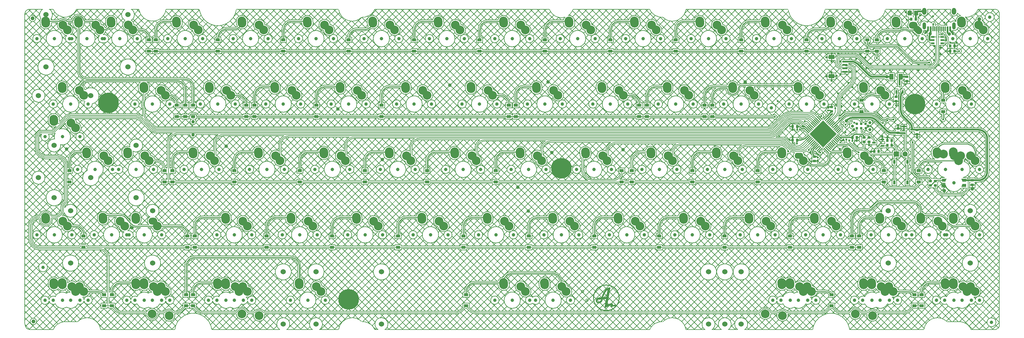
<source format=gtl>
G04*
G04 #@! TF.GenerationSoftware,Altium Limited,Altium Designer,23.6.0 (18)*
G04*
G04 Layer_Physical_Order=1*
G04 Layer_Color=255*
%FSLAX25Y25*%
%MOIN*%
G70*
G04*
G04 #@! TF.SameCoordinates,B66D48C5-E07E-4974-9F6D-D9774B8395A7*
G04*
G04*
G04 #@! TF.FilePolarity,Positive*
G04*
G01*
G75*
%ADD11C,0.01000*%
%ADD12C,0.00787*%
%ADD13R,0.04803X0.03583*%
%ADD14R,0.04567X0.05787*%
%ADD15R,0.03937X0.02165*%
%ADD16R,0.02165X0.03937*%
%ADD17R,0.02953X0.03937*%
%ADD18R,0.03150X0.03347*%
%ADD19R,0.03347X0.03150*%
%ADD20R,0.04724X0.07087*%
%ADD22R,0.02362X0.05709*%
%ADD23R,0.01181X0.05709*%
%ADD24C,0.03937*%
%ADD25R,0.07087X0.04724*%
%ADD26R,0.06102X0.02362*%
%ADD27P,0.31180X4X90.0*%
G04:AMPARAMS|DCode=28|XSize=9.84mil|YSize=31.5mil|CornerRadius=0mil|HoleSize=0mil|Usage=FLASHONLY|Rotation=45.000|XOffset=0mil|YOffset=0mil|HoleType=Round|Shape=Round|*
%AMOVALD28*
21,1,0.02165,0.00984,0.00000,0.00000,135.0*
1,1,0.00984,0.00766,-0.00766*
1,1,0.00984,-0.00766,0.00766*
%
%ADD28OVALD28*%

G04:AMPARAMS|DCode=29|XSize=9.84mil|YSize=31.5mil|CornerRadius=0mil|HoleSize=0mil|Usage=FLASHONLY|Rotation=135.000|XOffset=0mil|YOffset=0mil|HoleType=Round|Shape=Round|*
%AMOVALD29*
21,1,0.02165,0.00984,0.00000,0.00000,225.0*
1,1,0.00984,0.00766,0.00766*
1,1,0.00984,-0.00766,-0.00766*
%
%ADD29OVALD29*%

%ADD30R,0.01575X0.01575*%
%ADD31C,0.01098*%
%ADD58C,0.23622*%
%ADD68C,0.00800*%
%ADD69C,0.01968*%
%ADD70C,0.01181*%
%ADD71C,0.03110*%
G04:AMPARAMS|DCode=72|XSize=11.81mil|YSize=57.09mil|CornerRadius=0mil|HoleSize=0mil|Usage=FLASHONLY|Rotation=135.000|XOffset=0mil|YOffset=0mil|HoleType=Round|Shape=Round|*
%AMOVALD72*
21,1,0.04528,0.01181,0.00000,0.00000,225.0*
1,1,0.01181,0.01601,0.01601*
1,1,0.01181,-0.01601,-0.01601*
%
%ADD72OVALD72*%

G04:AMPARAMS|DCode=73|XSize=11.81mil|YSize=57.09mil|CornerRadius=0mil|HoleSize=0mil|Usage=FLASHONLY|Rotation=45.000|XOffset=0mil|YOffset=0mil|HoleType=Round|Shape=Round|*
%AMOVALD73*
21,1,0.04528,0.01181,0.00000,0.00000,135.0*
1,1,0.01181,0.01601,-0.01601*
1,1,0.01181,-0.01601,0.01601*
%
%ADD73OVALD73*%

%ADD74C,0.10000*%
G04:AMPARAMS|DCode=75|XSize=125.98mil|YSize=100mil|CornerRadius=0mil|HoleSize=0mil|Usage=FLASHONLY|Rotation=95.000|XOffset=0mil|YOffset=0mil|HoleType=Round|Shape=Round|*
%AMOVALD75*
21,1,0.02598,0.10000,0.00000,0.00000,95.0*
1,1,0.10000,0.00113,-0.01294*
1,1,0.10000,-0.00113,0.01294*
%
%ADD75OVALD75*%

%ADD76O,0.10000X0.07874*%
%ADD77C,0.06000*%
%ADD78C,0.03543*%
%ADD79O,0.03937X0.08268*%
%ADD80O,0.05118X0.07874*%
%ADD81O,0.10000X0.06890*%
G04:AMPARAMS|DCode=82|XSize=78.74mil|YSize=108.27mil|CornerRadius=0mil|HoleSize=0mil|Usage=FLASHONLY|Rotation=225.000|XOffset=0mil|YOffset=0mil|HoleType=Round|Shape=Round|*
%AMOVALD82*
21,1,0.02953,0.07874,0.00000,0.00000,315.0*
1,1,0.07874,-0.01044,0.01044*
1,1,0.07874,0.01044,-0.01044*
%
%ADD82OVALD82*%

%ADD83C,0.05906*%
%ADD84R,0.05906X0.05906*%
%ADD85C,0.04535*%
%ADD86C,0.02362*%
G36*
X1022978Y-160620D02*
X1022762Y-161032D01*
X1022392Y-161882D01*
X1022104Y-162765D01*
X1021902Y-163671D01*
X1021834Y-164130D01*
X1021826Y-164129D01*
X1017689D01*
Y-160620D01*
X1022978Y-160620D01*
D02*
G37*
G36*
X1045248Y-160620D02*
Y-164129D01*
X1041103Y-164130D01*
X1041034Y-163671D01*
X1040833Y-162765D01*
X1040545Y-161882D01*
X1040175Y-161031D01*
X1039960Y-160620D01*
X1039960Y-160620D01*
X1045248Y-160620D01*
D02*
G37*
G36*
X1021834Y-164130D02*
X1021834Y-164130D01*
Y-164130D01*
X1021834D01*
D02*
G37*
G36*
X1041110Y-166525D02*
X1045248D01*
Y-170033D01*
X1039960D01*
X1040175Y-169622D01*
X1040545Y-168771D01*
X1040833Y-167889D01*
X1041034Y-166983D01*
X1041103Y-166524D01*
X1041110Y-166525D01*
D02*
G37*
G36*
X1039960Y-170033D02*
X1039960Y-170033D01*
X1039960D01*
X1039960Y-170033D01*
D02*
G37*
G36*
X1021902Y-166983D02*
X1022104Y-167889D01*
X1022392Y-168771D01*
X1022762Y-169622D01*
X1022978Y-170033D01*
X1022978D01*
Y-170033D01*
X1022978Y-170033D01*
X1018675Y-170033D01*
X1017689Y-169047D01*
Y-166525D01*
X1021826D01*
X1021834Y-166524D01*
X1021902Y-166983D01*
D02*
G37*
G36*
X637716Y-285314D02*
X637661D01*
Y-285370D01*
Y-285426D01*
Y-285482D01*
Y-285538D01*
Y-285594D01*
X637605D01*
Y-285650D01*
Y-285706D01*
Y-285761D01*
Y-285818D01*
X637549D01*
Y-285873D01*
Y-285929D01*
Y-285985D01*
Y-286041D01*
Y-286097D01*
Y-286153D01*
X637493D01*
Y-286209D01*
Y-286265D01*
Y-286321D01*
Y-286377D01*
Y-286433D01*
X637437D01*
Y-286489D01*
Y-286545D01*
Y-286601D01*
Y-286657D01*
Y-286713D01*
X637381D01*
Y-286769D01*
Y-286825D01*
Y-286880D01*
Y-286936D01*
Y-286993D01*
Y-287048D01*
X637325D01*
Y-287104D01*
Y-287160D01*
Y-287216D01*
Y-287272D01*
Y-287328D01*
X637269D01*
Y-287384D01*
Y-287440D01*
Y-287496D01*
Y-287552D01*
Y-287608D01*
Y-287664D01*
X637213D01*
Y-287720D01*
Y-287776D01*
Y-287832D01*
Y-287888D01*
Y-287944D01*
X637157D01*
Y-288000D01*
Y-288055D01*
Y-288111D01*
Y-288167D01*
Y-288223D01*
Y-288279D01*
X637101D01*
Y-288335D01*
Y-288391D01*
Y-288447D01*
Y-288503D01*
Y-288559D01*
X637045D01*
Y-288615D01*
Y-288671D01*
Y-288727D01*
Y-288783D01*
Y-288839D01*
Y-288895D01*
X636989D01*
Y-288951D01*
Y-289007D01*
Y-289063D01*
Y-289119D01*
Y-289175D01*
Y-289230D01*
X636933D01*
Y-289286D01*
Y-289342D01*
Y-289398D01*
Y-289454D01*
Y-289510D01*
X636877D01*
Y-289566D01*
Y-289622D01*
Y-289678D01*
Y-289734D01*
Y-289790D01*
Y-289846D01*
X636821D01*
Y-289902D01*
Y-289958D01*
Y-290014D01*
Y-290070D01*
Y-290126D01*
Y-290182D01*
X636765D01*
Y-290238D01*
Y-290294D01*
Y-290350D01*
Y-290406D01*
Y-290461D01*
X636709D01*
Y-290517D01*
Y-290573D01*
Y-290629D01*
Y-290685D01*
Y-290741D01*
Y-290797D01*
X636653D01*
Y-290853D01*
Y-290909D01*
Y-290965D01*
Y-291021D01*
Y-291077D01*
X636597D01*
Y-291133D01*
Y-291189D01*
Y-291245D01*
Y-291301D01*
Y-291357D01*
Y-291413D01*
X636542D01*
Y-291469D01*
Y-291525D01*
Y-291580D01*
Y-291636D01*
Y-291692D01*
Y-291748D01*
X636486D01*
Y-291804D01*
Y-291860D01*
Y-291916D01*
Y-291972D01*
Y-292028D01*
X636430D01*
Y-292084D01*
Y-292140D01*
Y-292196D01*
Y-292252D01*
Y-292308D01*
Y-292364D01*
X636374D01*
Y-292420D01*
Y-292476D01*
Y-292532D01*
Y-292588D01*
Y-292643D01*
X636318D01*
Y-292699D01*
Y-292755D01*
Y-292811D01*
Y-292867D01*
Y-292923D01*
Y-292979D01*
X636262D01*
Y-293035D01*
Y-293091D01*
Y-293147D01*
Y-293203D01*
Y-293259D01*
Y-293315D01*
X636206D01*
Y-293371D01*
Y-293427D01*
Y-293483D01*
Y-293539D01*
Y-293595D01*
X636150D01*
Y-293651D01*
Y-293707D01*
Y-293762D01*
Y-293818D01*
Y-293874D01*
Y-293930D01*
X636094D01*
Y-293986D01*
Y-294042D01*
Y-294098D01*
Y-294154D01*
Y-294210D01*
Y-294266D01*
X636038D01*
Y-294322D01*
Y-294378D01*
Y-294434D01*
Y-294490D01*
Y-294546D01*
X635982D01*
Y-294602D01*
Y-294658D01*
Y-294714D01*
Y-294770D01*
Y-294826D01*
Y-294882D01*
X635926D01*
Y-294937D01*
Y-294993D01*
Y-295049D01*
Y-295105D01*
Y-295161D01*
X635870D01*
Y-295217D01*
Y-295273D01*
Y-295329D01*
Y-295385D01*
Y-295441D01*
Y-295497D01*
X635814D01*
Y-295553D01*
Y-295609D01*
Y-295665D01*
Y-295721D01*
Y-295777D01*
Y-295833D01*
X635758D01*
Y-295889D01*
Y-295945D01*
Y-296001D01*
Y-296057D01*
Y-296112D01*
X635702D01*
Y-296168D01*
Y-296224D01*
Y-296280D01*
Y-296336D01*
Y-296392D01*
Y-296448D01*
X635646D01*
Y-296504D01*
Y-296560D01*
Y-296616D01*
Y-296672D01*
Y-296728D01*
X635590D01*
Y-296784D01*
Y-296840D01*
Y-296896D01*
Y-296952D01*
Y-297008D01*
Y-297064D01*
X635534D01*
Y-297120D01*
Y-297176D01*
Y-297232D01*
Y-297287D01*
Y-297343D01*
X635478D01*
Y-297399D01*
Y-297455D01*
Y-297511D01*
Y-297567D01*
Y-297623D01*
Y-297679D01*
X635423D01*
Y-297735D01*
Y-297791D01*
Y-297847D01*
Y-297903D01*
Y-297959D01*
Y-298015D01*
X635367D01*
Y-298071D01*
Y-298127D01*
Y-298183D01*
Y-298239D01*
Y-298294D01*
X635311D01*
Y-298351D01*
Y-298406D01*
Y-298462D01*
Y-298518D01*
Y-298574D01*
Y-298630D01*
X635255D01*
Y-298686D01*
Y-298742D01*
Y-298798D01*
Y-298854D01*
Y-298910D01*
X635199D01*
Y-298966D01*
Y-299022D01*
Y-299078D01*
Y-299134D01*
Y-299190D01*
Y-299246D01*
Y-299302D01*
X635143D01*
Y-299358D01*
Y-299414D01*
Y-299469D01*
Y-299525D01*
Y-299581D01*
X635087D01*
Y-299637D01*
Y-299693D01*
Y-299749D01*
Y-299805D01*
Y-299861D01*
Y-299917D01*
X635031D01*
Y-299973D01*
Y-300029D01*
Y-300085D01*
Y-300141D01*
Y-300197D01*
X634975D01*
Y-300253D01*
Y-300309D01*
Y-300365D01*
Y-300421D01*
Y-300477D01*
Y-300533D01*
X634919D01*
Y-300588D01*
Y-300644D01*
Y-300700D01*
Y-300756D01*
X634863D01*
Y-300812D01*
Y-300868D01*
Y-300924D01*
Y-300980D01*
Y-301036D01*
Y-301092D01*
X634807D01*
Y-301148D01*
Y-301204D01*
Y-301260D01*
Y-301316D01*
Y-301372D01*
X634751D01*
Y-301428D01*
Y-301484D01*
Y-301540D01*
Y-301596D01*
Y-301652D01*
Y-301708D01*
X634695D01*
Y-301764D01*
Y-301819D01*
Y-301875D01*
Y-301931D01*
Y-301987D01*
Y-302043D01*
X634639D01*
Y-302099D01*
Y-302155D01*
Y-302211D01*
Y-302267D01*
Y-302323D01*
X634583D01*
Y-302379D01*
Y-302435D01*
Y-302491D01*
Y-302547D01*
Y-302603D01*
Y-302659D01*
X634527D01*
Y-302715D01*
Y-302771D01*
Y-302827D01*
Y-302883D01*
Y-302939D01*
Y-302994D01*
X634471D01*
Y-303050D01*
Y-303106D01*
Y-303162D01*
Y-303218D01*
Y-303274D01*
X634415D01*
Y-303330D01*
Y-303386D01*
Y-303442D01*
Y-303498D01*
Y-303554D01*
Y-303610D01*
X634360D01*
Y-303666D01*
Y-303722D01*
Y-303778D01*
Y-303834D01*
Y-303890D01*
Y-303946D01*
Y-304001D01*
X634304D01*
Y-304058D01*
Y-304113D01*
Y-304169D01*
Y-304225D01*
Y-304281D01*
Y-304337D01*
Y-304393D01*
X634248D01*
Y-304449D01*
Y-304505D01*
Y-304561D01*
Y-304617D01*
Y-304673D01*
Y-304729D01*
Y-304785D01*
Y-304841D01*
X634304D01*
Y-304897D01*
X634471D01*
Y-304841D01*
X634583D01*
Y-304785D01*
X634695D01*
Y-304729D01*
X634863D01*
Y-304673D01*
X634975D01*
Y-304617D01*
X635143D01*
Y-304561D01*
X635255D01*
Y-304505D01*
X635423D01*
Y-304449D01*
X635534D01*
Y-304393D01*
X635702D01*
Y-304337D01*
X635814D01*
Y-304281D01*
X635982D01*
Y-304225D01*
X636094D01*
Y-304169D01*
X636262D01*
Y-304113D01*
X636430D01*
Y-304058D01*
X636597D01*
Y-304001D01*
X636765D01*
Y-303946D01*
X636877D01*
Y-303890D01*
X637101D01*
Y-303834D01*
X637269D01*
Y-303778D01*
X637437D01*
Y-303722D01*
X637661D01*
Y-303666D01*
X637940D01*
Y-303610D01*
X638220D01*
Y-303554D01*
X639283D01*
Y-303610D01*
X639451D01*
Y-303666D01*
X639619D01*
Y-303722D01*
X639731D01*
Y-303778D01*
X639843D01*
Y-303834D01*
X639899D01*
Y-303890D01*
X639955D01*
Y-303946D01*
X640066D01*
Y-304001D01*
X640122D01*
Y-304058D01*
X640178D01*
Y-304113D01*
X640234D01*
Y-304169D01*
X640290D01*
Y-304225D01*
Y-304281D01*
X640346D01*
Y-304337D01*
Y-304393D01*
Y-304449D01*
Y-304505D01*
Y-304561D01*
Y-304617D01*
Y-304673D01*
Y-304729D01*
Y-304785D01*
Y-304841D01*
Y-304897D01*
Y-304953D01*
Y-305009D01*
Y-305065D01*
X640290D01*
Y-305121D01*
Y-305176D01*
Y-305233D01*
Y-305288D01*
Y-305344D01*
Y-305400D01*
Y-305456D01*
Y-305512D01*
Y-305568D01*
Y-305624D01*
Y-305680D01*
Y-305736D01*
X640346D01*
Y-305792D01*
X640402D01*
Y-305736D01*
X640570D01*
Y-305680D01*
X640682D01*
Y-305624D01*
X640850D01*
Y-305568D01*
X640962D01*
Y-305512D01*
X641129D01*
Y-305456D01*
X641353D01*
Y-305400D01*
X641521D01*
Y-305344D01*
X641745D01*
Y-305288D01*
X642025D01*
Y-305233D01*
X642360D01*
Y-305176D01*
X642920D01*
Y-305121D01*
X642976D01*
Y-305176D01*
X643368D01*
Y-305233D01*
X643479D01*
Y-305288D01*
X643591D01*
Y-305344D01*
X643647D01*
Y-305400D01*
X643759D01*
Y-305456D01*
X643815D01*
Y-305512D01*
X643871D01*
Y-305568D01*
X643927D01*
Y-305624D01*
Y-305680D01*
X643983D01*
Y-305736D01*
X644039D01*
Y-305792D01*
Y-305848D01*
X644095D01*
Y-305904D01*
Y-305960D01*
Y-306016D01*
X644151D01*
Y-306072D01*
Y-306128D01*
Y-306184D01*
Y-306240D01*
Y-306295D01*
Y-306351D01*
Y-306407D01*
Y-306463D01*
Y-306519D01*
Y-306575D01*
Y-306631D01*
X644095D01*
Y-306687D01*
Y-306743D01*
X644039D01*
Y-306799D01*
Y-306855D01*
X643983D01*
Y-306911D01*
Y-306967D01*
X643927D01*
Y-307023D01*
X643871D01*
Y-307079D01*
X643815D01*
Y-307135D01*
X643759D01*
Y-307191D01*
X643647D01*
Y-307247D01*
X643591D01*
Y-307303D01*
X643535D01*
Y-307359D01*
X643424D01*
Y-307415D01*
X643312D01*
Y-307470D01*
X643256D01*
Y-307526D01*
X643088D01*
Y-307582D01*
X642864D01*
Y-307638D01*
X642640D01*
Y-307694D01*
X642584D01*
Y-307750D01*
X642472D01*
Y-307806D01*
X642193D01*
Y-307862D01*
X642025D01*
Y-307806D01*
Y-307750D01*
X642137D01*
Y-307694D01*
X642193D01*
Y-307638D01*
X642248D01*
Y-307582D01*
X642305D01*
Y-307526D01*
X642360D01*
Y-307470D01*
Y-307415D01*
Y-307359D01*
Y-307303D01*
Y-307247D01*
Y-307191D01*
X642305D01*
Y-307135D01*
X642248D01*
Y-307079D01*
X642193D01*
Y-307023D01*
X642137D01*
Y-306967D01*
X641465D01*
Y-307023D01*
X641186D01*
Y-307079D01*
X641018D01*
Y-307135D01*
X640794D01*
Y-307191D01*
X640626D01*
Y-307247D01*
X640458D01*
Y-307303D01*
X640290D01*
Y-307359D01*
X640178D01*
Y-307415D01*
X640010D01*
Y-307470D01*
X639843D01*
Y-307526D01*
X639675D01*
Y-307582D01*
X639507D01*
Y-307638D01*
X639339D01*
Y-307694D01*
X639115D01*
Y-307750D01*
X638780D01*
Y-307806D01*
X638556D01*
Y-307750D01*
X638388D01*
Y-307694D01*
X638332D01*
Y-307638D01*
X638276D01*
Y-307582D01*
X638220D01*
Y-307526D01*
Y-307470D01*
X638164D01*
Y-307415D01*
Y-307359D01*
Y-307303D01*
Y-307247D01*
Y-307191D01*
Y-307135D01*
X638108D01*
Y-307079D01*
Y-307023D01*
Y-306967D01*
Y-306911D01*
Y-306855D01*
Y-306799D01*
Y-306743D01*
Y-306687D01*
Y-306631D01*
Y-306575D01*
Y-306519D01*
Y-306463D01*
Y-306407D01*
Y-306351D01*
Y-306295D01*
Y-306240D01*
X638052D01*
Y-306184D01*
Y-306128D01*
Y-306072D01*
X637996D01*
Y-306016D01*
X637884D01*
Y-305960D01*
X637549D01*
Y-306016D01*
X637325D01*
Y-306072D01*
X637157D01*
Y-306128D01*
X636989D01*
Y-306184D01*
X636821D01*
Y-306240D01*
X636709D01*
Y-306295D01*
X636542D01*
Y-306351D01*
X636374D01*
Y-306407D01*
X636262D01*
Y-306463D01*
X636150D01*
Y-306519D01*
X635982D01*
Y-306575D01*
X635870D01*
Y-306631D01*
X635702D01*
Y-306687D01*
X635590D01*
Y-306743D01*
X635478D01*
Y-306799D01*
X635367D01*
Y-306855D01*
X635255D01*
Y-306911D01*
X635143D01*
Y-306967D01*
X634975D01*
Y-307023D01*
X634863D01*
Y-307079D01*
X634751D01*
Y-307135D01*
X634695D01*
Y-307191D01*
X634527D01*
Y-307247D01*
X634415D01*
Y-307303D01*
X634360D01*
Y-307359D01*
X634248D01*
Y-307415D01*
X634136D01*
Y-307470D01*
X634024D01*
Y-307526D01*
X633912D01*
Y-307582D01*
X633800D01*
Y-307638D01*
X633688D01*
Y-307694D01*
X633632D01*
Y-307750D01*
X633520D01*
Y-307806D01*
X633408D01*
Y-307862D01*
X633296D01*
Y-307918D01*
X633184D01*
Y-307974D01*
X633128D01*
Y-308030D01*
X633017D01*
Y-308086D01*
X632905D01*
Y-308142D01*
X632793D01*
Y-308198D01*
X632737D01*
Y-308254D01*
X632625D01*
Y-308310D01*
X632513D01*
Y-308366D01*
X632457D01*
Y-308422D01*
X632345D01*
Y-308478D01*
X632233D01*
Y-308534D01*
X632177D01*
Y-308590D01*
X632065D01*
Y-308646D01*
X631954D01*
Y-308701D01*
X631898D01*
Y-308757D01*
X631786D01*
Y-308813D01*
X631674D01*
Y-308869D01*
X631618D01*
Y-308925D01*
X631506D01*
Y-308981D01*
X631394D01*
Y-309037D01*
X631282D01*
Y-309093D01*
X631226D01*
Y-309149D01*
X631114D01*
Y-309205D01*
X631002D01*
Y-309261D01*
X630891D01*
Y-309317D01*
X630779D01*
Y-309373D01*
X630723D01*
Y-309429D01*
X630611D01*
Y-309373D01*
Y-309317D01*
Y-309261D01*
Y-309205D01*
X630667D01*
Y-309149D01*
Y-309093D01*
Y-309037D01*
Y-308981D01*
Y-308925D01*
Y-308869D01*
Y-308813D01*
X630723D01*
Y-308757D01*
Y-308701D01*
Y-308646D01*
Y-308590D01*
Y-308534D01*
Y-308478D01*
X630779D01*
Y-308422D01*
Y-308366D01*
Y-308310D01*
Y-308254D01*
Y-308198D01*
Y-308142D01*
X630835D01*
Y-308086D01*
Y-308030D01*
Y-307974D01*
Y-307918D01*
Y-307862D01*
Y-307806D01*
X630891D01*
Y-307750D01*
Y-307694D01*
Y-307638D01*
Y-307582D01*
Y-307526D01*
X630946D01*
Y-307470D01*
Y-307415D01*
Y-307359D01*
Y-307303D01*
Y-307247D01*
Y-307191D01*
X631002D01*
Y-307135D01*
Y-307079D01*
Y-307023D01*
Y-306967D01*
Y-306911D01*
Y-306855D01*
X631058D01*
Y-306799D01*
Y-306743D01*
Y-306687D01*
Y-306631D01*
Y-306575D01*
X631114D01*
Y-306519D01*
Y-306463D01*
Y-306407D01*
Y-306351D01*
Y-306295D01*
Y-306240D01*
X631170D01*
Y-306184D01*
Y-306128D01*
Y-306072D01*
Y-306016D01*
Y-305960D01*
Y-305904D01*
X631226D01*
Y-305848D01*
Y-305792D01*
Y-305736D01*
Y-305680D01*
Y-305624D01*
X631282D01*
Y-305568D01*
Y-305512D01*
Y-305456D01*
Y-305400D01*
Y-305344D01*
Y-305288D01*
Y-305233D01*
X631338D01*
Y-305176D01*
Y-305121D01*
Y-305065D01*
Y-305009D01*
Y-304953D01*
X631394D01*
Y-304897D01*
Y-304841D01*
Y-304785D01*
Y-304729D01*
Y-304673D01*
Y-304617D01*
X631450D01*
Y-304561D01*
Y-304505D01*
Y-304449D01*
X631506D01*
Y-304393D01*
Y-304337D01*
Y-304281D01*
Y-304225D01*
Y-304169D01*
Y-304113D01*
X631562D01*
Y-304058D01*
Y-304001D01*
Y-303946D01*
Y-303890D01*
Y-303834D01*
Y-303778D01*
X631618D01*
Y-303722D01*
Y-303666D01*
Y-303610D01*
Y-303554D01*
Y-303498D01*
X631674D01*
Y-303442D01*
Y-303386D01*
Y-303330D01*
Y-303274D01*
Y-303218D01*
Y-303162D01*
X631730D01*
Y-303106D01*
Y-303050D01*
Y-302994D01*
Y-302939D01*
Y-302883D01*
X631786D01*
Y-302827D01*
Y-302771D01*
Y-302715D01*
Y-302659D01*
Y-302603D01*
Y-302547D01*
X631842D01*
Y-302491D01*
Y-302435D01*
Y-302379D01*
Y-302323D01*
Y-302267D01*
Y-302211D01*
X631898D01*
Y-302155D01*
Y-302099D01*
Y-302043D01*
Y-301987D01*
Y-301931D01*
Y-301875D01*
X631954D01*
Y-301819D01*
Y-301764D01*
Y-301708D01*
Y-301652D01*
Y-301596D01*
X632010D01*
Y-301540D01*
Y-301484D01*
Y-301428D01*
Y-301372D01*
Y-301316D01*
Y-301260D01*
X632065D01*
Y-301204D01*
Y-301148D01*
Y-301092D01*
Y-301036D01*
Y-300980D01*
X632121D01*
Y-300924D01*
Y-300868D01*
Y-300812D01*
Y-300756D01*
Y-300700D01*
Y-300644D01*
X632177D01*
Y-300588D01*
Y-300533D01*
Y-300477D01*
Y-300421D01*
Y-300365D01*
Y-300309D01*
X632233D01*
Y-300253D01*
Y-300197D01*
Y-300141D01*
Y-300085D01*
Y-300029D01*
X632289D01*
Y-299973D01*
Y-299917D01*
Y-299861D01*
Y-299805D01*
Y-299749D01*
Y-299693D01*
X632345D01*
Y-299637D01*
Y-299581D01*
Y-299525D01*
Y-299469D01*
Y-299414D01*
X632401D01*
Y-299358D01*
Y-299302D01*
Y-299246D01*
Y-299190D01*
Y-299134D01*
Y-299078D01*
X632457D01*
Y-299022D01*
Y-298966D01*
X632289D01*
Y-298910D01*
Y-298854D01*
X631226D01*
Y-298910D01*
X630331D01*
Y-298966D01*
X629660D01*
Y-299022D01*
X628876D01*
Y-299078D01*
Y-299134D01*
X628820D01*
Y-299190D01*
Y-299246D01*
Y-299302D01*
X628764D01*
Y-299358D01*
Y-299414D01*
Y-299469D01*
Y-299525D01*
X628708D01*
Y-299581D01*
Y-299637D01*
Y-299693D01*
X628652D01*
Y-299749D01*
Y-299805D01*
Y-299861D01*
X628596D01*
Y-299917D01*
Y-299973D01*
Y-300029D01*
X628541D01*
Y-300085D01*
Y-300141D01*
Y-300197D01*
X628485D01*
Y-300253D01*
Y-300309D01*
Y-300365D01*
X628429D01*
Y-300421D01*
Y-300477D01*
X628373D01*
Y-300533D01*
Y-300588D01*
Y-300644D01*
X628317D01*
Y-300700D01*
Y-300756D01*
X628261D01*
Y-300812D01*
Y-300868D01*
X628205D01*
Y-300924D01*
Y-300980D01*
X628149D01*
Y-301036D01*
X628093D01*
Y-301092D01*
Y-301148D01*
X628037D01*
Y-301204D01*
Y-301260D01*
X627981D01*
Y-301316D01*
X627925D01*
Y-301372D01*
Y-301428D01*
X627869D01*
Y-301484D01*
X627813D01*
Y-301540D01*
Y-301596D01*
X627757D01*
Y-301652D01*
X627701D01*
Y-301708D01*
X627645D01*
Y-301764D01*
Y-301819D01*
X627589D01*
Y-301875D01*
X627533D01*
Y-301931D01*
X627478D01*
Y-301987D01*
X627422D01*
Y-302043D01*
X627366D01*
Y-302099D01*
X627310D01*
Y-302155D01*
X627254D01*
Y-302211D01*
X627198D01*
Y-302267D01*
X627142D01*
Y-302323D01*
X627086D01*
Y-302379D01*
X627030D01*
Y-302435D01*
X626974D01*
Y-302491D01*
X626918D01*
Y-302547D01*
X626862D01*
Y-302603D01*
X626806D01*
Y-302659D01*
X626694D01*
Y-302715D01*
X626638D01*
Y-302771D01*
X626526D01*
Y-302827D01*
X626470D01*
Y-302883D01*
X626414D01*
Y-302939D01*
X626302D01*
Y-302994D01*
X626191D01*
Y-303050D01*
X626135D01*
Y-303106D01*
X626023D01*
Y-303162D01*
X625911D01*
Y-303218D01*
X625799D01*
Y-303274D01*
X625631D01*
Y-303330D01*
X625519D01*
Y-303386D01*
X625351D01*
Y-303442D01*
X625128D01*
Y-303498D01*
X624904D01*
Y-303554D01*
X624512D01*
Y-303610D01*
X623841D01*
Y-303554D01*
X623449D01*
Y-303498D01*
X623225D01*
Y-303442D01*
X623057D01*
Y-303386D01*
X622890D01*
Y-303330D01*
X622778D01*
Y-303274D01*
X622666D01*
Y-303218D01*
X622554D01*
Y-303162D01*
X622442D01*
Y-303106D01*
X622330D01*
Y-303050D01*
X622274D01*
Y-302994D01*
X622218D01*
Y-302939D01*
X622106D01*
Y-302883D01*
X622050D01*
Y-302827D01*
X621994D01*
Y-302771D01*
X621938D01*
Y-302715D01*
X621882D01*
Y-302659D01*
X621827D01*
Y-302603D01*
X621715D01*
Y-302547D01*
Y-302491D01*
X621659D01*
Y-302435D01*
X621603D01*
Y-302379D01*
X621547D01*
Y-302323D01*
X621491D01*
Y-302267D01*
Y-302211D01*
X621435D01*
Y-302155D01*
X621379D01*
Y-302099D01*
Y-302043D01*
X621323D01*
Y-301987D01*
X621267D01*
Y-301931D01*
Y-301875D01*
X621211D01*
Y-301819D01*
Y-301764D01*
X621155D01*
Y-301708D01*
Y-301652D01*
X621099D01*
Y-301596D01*
Y-301540D01*
Y-301484D01*
X621043D01*
Y-301428D01*
Y-301372D01*
Y-301316D01*
X620987D01*
Y-301260D01*
Y-301204D01*
Y-301148D01*
X620931D01*
Y-301092D01*
Y-301036D01*
Y-300980D01*
Y-300924D01*
Y-300868D01*
X620875D01*
Y-300812D01*
Y-300756D01*
Y-300700D01*
Y-300644D01*
Y-300588D01*
Y-300533D01*
Y-300477D01*
Y-300421D01*
Y-300365D01*
Y-300309D01*
Y-300253D01*
Y-300197D01*
Y-300141D01*
Y-300085D01*
Y-300029D01*
Y-299973D01*
Y-299917D01*
Y-299861D01*
Y-299805D01*
X620931D01*
Y-299749D01*
Y-299693D01*
Y-299637D01*
Y-299581D01*
Y-299525D01*
X620987D01*
Y-299469D01*
Y-299414D01*
Y-299358D01*
Y-299302D01*
X621043D01*
Y-299246D01*
Y-299190D01*
Y-299134D01*
X621099D01*
Y-299078D01*
Y-299022D01*
Y-298966D01*
X621155D01*
Y-298910D01*
Y-298854D01*
X621211D01*
Y-298798D01*
Y-298742D01*
X621267D01*
Y-298686D01*
Y-298630D01*
X621323D01*
Y-298574D01*
Y-298518D01*
X621379D01*
Y-298462D01*
X621435D01*
Y-298406D01*
Y-298351D01*
X621491D01*
Y-298294D01*
X621547D01*
Y-298239D01*
X621603D01*
Y-298183D01*
X621659D01*
Y-298127D01*
X621715D01*
Y-298071D01*
X621770D01*
Y-298015D01*
X621827D01*
Y-297959D01*
X621882D01*
Y-297903D01*
X621938D01*
Y-297847D01*
X621994D01*
Y-297791D01*
X622050D01*
Y-297735D01*
X622162D01*
Y-297679D01*
X622218D01*
Y-297623D01*
X622330D01*
Y-297567D01*
X622442D01*
Y-297511D01*
X622498D01*
Y-297455D01*
X622610D01*
Y-297399D01*
X622722D01*
Y-297343D01*
X622890D01*
Y-297287D01*
X623001D01*
Y-297232D01*
X623169D01*
Y-297176D01*
X623337D01*
Y-297120D01*
X623505D01*
Y-297064D01*
X623729D01*
Y-297008D01*
X623953D01*
Y-296952D01*
X624176D01*
Y-296896D01*
X624512D01*
Y-296840D01*
X624848D01*
Y-296784D01*
X625295D01*
Y-296728D01*
X625855D01*
Y-296672D01*
X626359D01*
Y-296616D01*
X626750D01*
Y-296560D01*
X627086D01*
Y-296504D01*
X627366D01*
Y-296448D01*
X627478D01*
Y-296392D01*
X627533D01*
Y-296336D01*
Y-296280D01*
X627589D01*
Y-296224D01*
Y-296168D01*
X627645D01*
Y-296112D01*
Y-296057D01*
Y-296001D01*
X627701D01*
Y-295945D01*
Y-295889D01*
Y-295833D01*
X627757D01*
Y-295777D01*
Y-295721D01*
X627813D01*
Y-295665D01*
Y-295609D01*
Y-295553D01*
X627869D01*
Y-295497D01*
Y-295441D01*
Y-295385D01*
X627925D01*
Y-295329D01*
Y-295273D01*
Y-295217D01*
X627981D01*
Y-295161D01*
Y-295105D01*
Y-295049D01*
X628037D01*
Y-294993D01*
Y-294937D01*
Y-294882D01*
X628093D01*
Y-294826D01*
Y-294770D01*
Y-294714D01*
X628149D01*
Y-294658D01*
Y-294602D01*
Y-294546D01*
X628205D01*
Y-294490D01*
Y-294434D01*
Y-294378D01*
X628261D01*
Y-294322D01*
Y-294266D01*
Y-294210D01*
X628317D01*
Y-294154D01*
Y-294098D01*
X628373D01*
Y-294042D01*
Y-293986D01*
Y-293930D01*
X628429D01*
Y-293874D01*
Y-293818D01*
Y-293762D01*
X628485D01*
Y-293707D01*
Y-293651D01*
X628541D01*
Y-293595D01*
Y-293539D01*
Y-293483D01*
X628596D01*
Y-293427D01*
Y-293371D01*
X628652D01*
Y-293315D01*
Y-293259D01*
X628708D01*
Y-293203D01*
Y-293147D01*
Y-293091D01*
X628764D01*
Y-293035D01*
Y-292979D01*
X628820D01*
Y-292923D01*
Y-292867D01*
X628876D01*
Y-292811D01*
Y-292755D01*
Y-292699D01*
X628932D01*
Y-292643D01*
Y-292588D01*
X628988D01*
Y-292532D01*
Y-292476D01*
X629044D01*
Y-292420D01*
Y-292364D01*
X629100D01*
Y-292308D01*
Y-292252D01*
X629156D01*
Y-292196D01*
Y-292140D01*
X629212D01*
Y-292084D01*
Y-292028D01*
X629268D01*
Y-291972D01*
Y-291916D01*
X629324D01*
Y-291860D01*
Y-291804D01*
X629380D01*
Y-291748D01*
Y-291692D01*
X629436D01*
Y-291636D01*
Y-291580D01*
X629492D01*
Y-291525D01*
Y-291469D01*
X629548D01*
Y-291413D01*
Y-291357D01*
X629604D01*
Y-291301D01*
Y-291245D01*
X629660D01*
Y-291189D01*
Y-291133D01*
X629715D01*
Y-291077D01*
Y-291021D01*
X629772D01*
Y-290965D01*
Y-290909D01*
X629827D01*
Y-290853D01*
X629883D01*
Y-290797D01*
Y-290741D01*
X629939D01*
Y-290685D01*
Y-290629D01*
X629995D01*
Y-290573D01*
Y-290517D01*
X630051D01*
Y-290461D01*
X630107D01*
Y-290406D01*
Y-290350D01*
X630163D01*
Y-290294D01*
Y-290238D01*
X630219D01*
Y-290182D01*
X630275D01*
Y-290126D01*
Y-290070D01*
X630331D01*
Y-290014D01*
X630387D01*
Y-289958D01*
Y-289902D01*
X630443D01*
Y-289846D01*
Y-289790D01*
X630499D01*
Y-289734D01*
X630555D01*
Y-289678D01*
Y-289622D01*
X630611D01*
Y-289566D01*
X630667D01*
Y-289510D01*
Y-289454D01*
X630723D01*
Y-289398D01*
X630779D01*
Y-289342D01*
Y-289286D01*
X630835D01*
Y-289230D01*
X630891D01*
Y-289175D01*
Y-289119D01*
X630946D01*
Y-289063D01*
X631002D01*
Y-289007D01*
X631058D01*
Y-288951D01*
Y-288895D01*
X631114D01*
Y-288839D01*
X631170D01*
Y-288783D01*
X631226D01*
Y-288727D01*
Y-288671D01*
X631282D01*
Y-288615D01*
X631338D01*
Y-288559D01*
X631394D01*
Y-288503D01*
Y-288447D01*
X631450D01*
Y-288391D01*
X631506D01*
Y-288335D01*
X631562D01*
Y-288279D01*
Y-288223D01*
X631618D01*
Y-288167D01*
X631674D01*
Y-288111D01*
X631730D01*
Y-288055D01*
X631786D01*
Y-288000D01*
X631842D01*
Y-287944D01*
X631898D01*
Y-287888D01*
Y-287832D01*
X631954D01*
Y-287776D01*
X632010D01*
Y-287720D01*
X632065D01*
Y-287664D01*
X632121D01*
Y-287608D01*
X632177D01*
Y-287552D01*
X632233D01*
Y-287496D01*
X632289D01*
Y-287440D01*
X632345D01*
Y-287384D01*
X632401D01*
Y-287328D01*
X632457D01*
Y-287272D01*
X632513D01*
Y-287216D01*
X632569D01*
Y-287160D01*
X632625D01*
Y-287104D01*
X632681D01*
Y-287048D01*
X632737D01*
Y-286993D01*
X632793D01*
Y-286936D01*
X632849D01*
Y-286880D01*
X632905D01*
Y-286825D01*
X632961D01*
Y-286769D01*
X633017D01*
Y-286713D01*
X633128D01*
Y-286657D01*
X633184D01*
Y-286601D01*
X633240D01*
Y-286545D01*
X633296D01*
Y-286489D01*
X633408D01*
Y-286433D01*
X633464D01*
Y-286377D01*
X633520D01*
Y-286321D01*
X633632D01*
Y-286265D01*
X633688D01*
Y-286209D01*
X633800D01*
Y-286153D01*
X633856D01*
Y-286097D01*
X633968D01*
Y-286041D01*
X634080D01*
Y-285985D01*
X634192D01*
Y-285929D01*
X634304D01*
Y-285873D01*
X634415D01*
Y-285818D01*
X634583D01*
Y-285761D01*
X634751D01*
Y-285706D01*
X634919D01*
Y-285650D01*
X635143D01*
Y-285594D01*
X635423D01*
Y-285538D01*
X635702D01*
Y-285482D01*
X635982D01*
Y-285426D01*
X636318D01*
Y-285370D01*
X636765D01*
Y-285314D01*
X637269D01*
Y-285258D01*
X637716D01*
Y-285314D01*
D02*
G37*
%LPC*%
G36*
X634136Y-288503D02*
X633912D01*
Y-288559D01*
X633856D01*
Y-288615D01*
X633744D01*
Y-288671D01*
X633688D01*
Y-288727D01*
X633632D01*
Y-288783D01*
X633576D01*
Y-288839D01*
X633520D01*
Y-288895D01*
X633464D01*
Y-288951D01*
X633408D01*
Y-289007D01*
X633352D01*
Y-289063D01*
X633296D01*
Y-289119D01*
X633240D01*
Y-289175D01*
X633184D01*
Y-289230D01*
X633128D01*
Y-289286D01*
Y-289342D01*
X633073D01*
Y-289398D01*
X633017D01*
Y-289454D01*
X632961D01*
Y-289510D01*
X632905D01*
Y-289566D01*
Y-289622D01*
X632849D01*
Y-289678D01*
X632793D01*
Y-289734D01*
X632737D01*
Y-289790D01*
Y-289846D01*
X632681D01*
Y-289902D01*
X632625D01*
Y-289958D01*
X632569D01*
Y-290014D01*
Y-290070D01*
X632513D01*
Y-290126D01*
X632457D01*
Y-290182D01*
X632401D01*
Y-290238D01*
Y-290294D01*
X632345D01*
Y-290350D01*
X632289D01*
Y-290406D01*
Y-290461D01*
X632233D01*
Y-290517D01*
X632177D01*
Y-290573D01*
X632121D01*
Y-290629D01*
Y-290685D01*
X632065D01*
Y-290741D01*
X632010D01*
Y-290797D01*
Y-290853D01*
X631954D01*
Y-290909D01*
X631898D01*
Y-290965D01*
Y-291021D01*
X631842D01*
Y-291077D01*
X631786D01*
Y-291133D01*
Y-291189D01*
X631730D01*
Y-291245D01*
Y-291301D01*
X631674D01*
Y-291357D01*
X631618D01*
Y-291413D01*
Y-291469D01*
X631562D01*
Y-291525D01*
X631506D01*
Y-291580D01*
Y-291636D01*
X631450D01*
Y-291692D01*
Y-291748D01*
X631394D01*
Y-291804D01*
X631338D01*
Y-291860D01*
Y-291916D01*
X631282D01*
Y-291972D01*
Y-292028D01*
X631226D01*
Y-292084D01*
Y-292140D01*
X631170D01*
Y-292196D01*
X631114D01*
Y-292252D01*
Y-292308D01*
X631058D01*
Y-292364D01*
Y-292420D01*
X631002D01*
Y-292476D01*
Y-292532D01*
X630946D01*
Y-292588D01*
Y-292643D01*
X630891D01*
Y-292699D01*
Y-292755D01*
X630835D01*
Y-292811D01*
Y-292867D01*
X630779D01*
Y-292923D01*
Y-292979D01*
X630723D01*
Y-293035D01*
Y-293091D01*
X630667D01*
Y-293147D01*
Y-293203D01*
X630611D01*
Y-293259D01*
Y-293315D01*
X630555D01*
Y-293371D01*
Y-293427D01*
X630499D01*
Y-293483D01*
Y-293539D01*
Y-293595D01*
X630443D01*
Y-293651D01*
Y-293707D01*
X630387D01*
Y-293762D01*
Y-293818D01*
X630331D01*
Y-293874D01*
Y-293930D01*
X630275D01*
Y-293986D01*
Y-294042D01*
Y-294098D01*
X630219D01*
Y-294154D01*
Y-294210D01*
X630163D01*
Y-294266D01*
Y-294322D01*
X630107D01*
Y-294378D01*
Y-294434D01*
Y-294490D01*
X630051D01*
Y-294546D01*
Y-294602D01*
X629995D01*
Y-294658D01*
Y-294714D01*
X629939D01*
Y-294770D01*
Y-294826D01*
Y-294882D01*
X629883D01*
Y-294937D01*
Y-294993D01*
X629827D01*
Y-295049D01*
Y-295105D01*
Y-295161D01*
X629772D01*
Y-295217D01*
Y-295273D01*
X629715D01*
Y-295329D01*
Y-295385D01*
Y-295441D01*
X629660D01*
Y-295497D01*
Y-295553D01*
X629604D01*
Y-295609D01*
Y-295665D01*
Y-295721D01*
X629548D01*
Y-295777D01*
Y-295833D01*
Y-295889D01*
X629492D01*
Y-295945D01*
Y-296001D01*
X629436D01*
Y-296057D01*
Y-296112D01*
Y-296168D01*
Y-296224D01*
X629380D01*
Y-296280D01*
Y-296336D01*
Y-296392D01*
X630723D01*
Y-296336D01*
X631506D01*
Y-296280D01*
X632121D01*
Y-296224D01*
X632569D01*
Y-296168D01*
X632737D01*
Y-296112D01*
Y-296057D01*
Y-296001D01*
Y-295945D01*
X632793D01*
Y-295889D01*
Y-295833D01*
Y-295777D01*
Y-295721D01*
X632849D01*
Y-295665D01*
Y-295609D01*
Y-295553D01*
Y-295497D01*
X632905D01*
Y-295441D01*
Y-295385D01*
Y-295329D01*
Y-295273D01*
Y-295217D01*
X632961D01*
Y-295161D01*
Y-295105D01*
Y-295049D01*
Y-294993D01*
Y-294937D01*
X633017D01*
Y-294882D01*
Y-294826D01*
Y-294770D01*
Y-294714D01*
X633073D01*
Y-294658D01*
Y-294602D01*
Y-294546D01*
Y-294490D01*
Y-294434D01*
X633128D01*
Y-294378D01*
Y-294322D01*
Y-294266D01*
Y-294210D01*
Y-294154D01*
X633184D01*
Y-294098D01*
Y-294042D01*
Y-293986D01*
Y-293930D01*
Y-293874D01*
X633240D01*
Y-293818D01*
Y-293762D01*
Y-293707D01*
Y-293651D01*
Y-293595D01*
X633296D01*
Y-293539D01*
Y-293483D01*
Y-293427D01*
Y-293371D01*
Y-293315D01*
X633352D01*
Y-293259D01*
Y-293203D01*
Y-293147D01*
Y-293091D01*
Y-293035D01*
Y-292979D01*
X633408D01*
Y-292923D01*
Y-292867D01*
Y-292811D01*
Y-292755D01*
Y-292699D01*
X633464D01*
Y-292643D01*
Y-292588D01*
Y-292532D01*
Y-292476D01*
Y-292420D01*
X633520D01*
Y-292364D01*
Y-292308D01*
Y-292252D01*
Y-292196D01*
Y-292140D01*
X633576D01*
Y-292084D01*
Y-292028D01*
Y-291972D01*
Y-291916D01*
Y-291860D01*
Y-291804D01*
X633632D01*
Y-291748D01*
Y-291692D01*
Y-291636D01*
Y-291580D01*
Y-291525D01*
X633688D01*
Y-291469D01*
Y-291413D01*
Y-291357D01*
Y-291301D01*
Y-291245D01*
X633744D01*
Y-291189D01*
Y-291133D01*
Y-291077D01*
Y-291021D01*
Y-290965D01*
X633800D01*
Y-290909D01*
Y-290853D01*
Y-290797D01*
Y-290741D01*
Y-290685D01*
Y-290629D01*
X633856D01*
Y-290573D01*
Y-290517D01*
Y-290461D01*
Y-290406D01*
Y-290350D01*
X633912D01*
Y-290294D01*
Y-290238D01*
Y-290182D01*
Y-290126D01*
Y-290070D01*
Y-290014D01*
X633968D01*
Y-289958D01*
Y-289902D01*
Y-289846D01*
Y-289790D01*
Y-289734D01*
X634024D01*
Y-289678D01*
Y-289622D01*
Y-289566D01*
Y-289510D01*
Y-289454D01*
Y-289398D01*
X634080D01*
Y-289342D01*
Y-289286D01*
Y-289230D01*
Y-289175D01*
Y-289119D01*
Y-289063D01*
Y-289007D01*
X634136D01*
Y-288951D01*
Y-288895D01*
Y-288839D01*
Y-288783D01*
Y-288727D01*
Y-288671D01*
Y-288615D01*
Y-288559D01*
Y-288503D01*
D02*
G37*
G36*
X626470Y-299134D02*
X626191D01*
Y-299190D01*
X625295D01*
Y-299246D01*
X624624D01*
Y-299302D01*
X624176D01*
Y-299358D01*
X623841D01*
Y-299414D01*
X623617D01*
Y-299469D01*
X623393D01*
Y-299525D01*
X623281D01*
Y-299581D01*
X623169D01*
Y-299637D01*
X623057D01*
Y-299693D01*
X623001D01*
Y-299749D01*
X622945D01*
Y-299805D01*
X622890D01*
Y-299861D01*
X622834D01*
Y-299917D01*
X622778D01*
Y-299973D01*
X622722D01*
Y-300029D01*
Y-300085D01*
X622666D01*
Y-300141D01*
Y-300197D01*
X622610D01*
Y-300253D01*
Y-300309D01*
X622554D01*
Y-300365D01*
Y-300421D01*
Y-300477D01*
Y-300533D01*
X622498D01*
Y-300588D01*
Y-300644D01*
Y-300700D01*
Y-300756D01*
Y-300812D01*
Y-300868D01*
X622554D01*
Y-300924D01*
Y-300980D01*
Y-301036D01*
X622610D01*
Y-301092D01*
Y-301148D01*
Y-301204D01*
X622666D01*
Y-301260D01*
Y-301316D01*
X622722D01*
Y-301372D01*
X622778D01*
Y-301428D01*
X622834D01*
Y-301484D01*
X622890D01*
Y-301540D01*
Y-301596D01*
X622945D01*
Y-301652D01*
X623057D01*
Y-301708D01*
X623113D01*
Y-301764D01*
X623169D01*
Y-301819D01*
X623281D01*
Y-301875D01*
X623393D01*
Y-301931D01*
X623505D01*
Y-301987D01*
X623729D01*
Y-302043D01*
X624344D01*
Y-301987D01*
X624568D01*
Y-301931D01*
X624792D01*
Y-301875D01*
X624904D01*
Y-301819D01*
X625072D01*
Y-301764D01*
X625128D01*
Y-301708D01*
X625240D01*
Y-301652D01*
X625351D01*
Y-301596D01*
X625407D01*
Y-301540D01*
X625519D01*
Y-301484D01*
X625575D01*
Y-301428D01*
X625631D01*
Y-301372D01*
X625743D01*
Y-301316D01*
X625799D01*
Y-301260D01*
X625855D01*
Y-301204D01*
X625911D01*
Y-301148D01*
X625967D01*
Y-301092D01*
X626023D01*
Y-301036D01*
X626079D01*
Y-300980D01*
X626135D01*
Y-300924D01*
X626191D01*
Y-300868D01*
Y-300812D01*
X626247D01*
Y-300756D01*
X626302D01*
Y-300700D01*
X626359D01*
Y-300644D01*
Y-300588D01*
X626414D01*
Y-300533D01*
X626470D01*
Y-300477D01*
Y-300421D01*
X626526D01*
Y-300365D01*
Y-300309D01*
X626582D01*
Y-300253D01*
Y-300197D01*
X626638D01*
Y-300141D01*
Y-300085D01*
X626694D01*
Y-300029D01*
Y-299973D01*
X626750D01*
Y-299917D01*
Y-299861D01*
X626806D01*
Y-299805D01*
Y-299749D01*
X626862D01*
Y-299693D01*
Y-299637D01*
X626918D01*
Y-299581D01*
Y-299525D01*
Y-299469D01*
Y-299414D01*
Y-299358D01*
Y-299302D01*
X626862D01*
Y-299246D01*
X626806D01*
Y-299190D01*
X626470D01*
Y-299134D01*
D02*
G37*
%LPD*%
D11*
X580656Y-278780D02*
X580608Y-277799D01*
X580464Y-276829D01*
X580226Y-275877D01*
X579895Y-274953D01*
X579476Y-274066D01*
X578971Y-273224D01*
X578387Y-272436D01*
X577728Y-271708D01*
X577000Y-271049D01*
X576212Y-270465D01*
X575371Y-269960D01*
X574483Y-269541D01*
X573559Y-269210D01*
X572607Y-268972D01*
X571637Y-268828D01*
X570656Y-268779D01*
X585656Y-289142D02*
X585608Y-288162D01*
X585464Y-287191D01*
X585226Y-286239D01*
X584895Y-285315D01*
X584476Y-284428D01*
X583971Y-283586D01*
X583387Y-282798D01*
X582728Y-282071D01*
X525002Y-268779D02*
X524022Y-268828D01*
X523051Y-268972D01*
X522099Y-269210D01*
X521175Y-269541D01*
X520288Y-269960D01*
X519446Y-270465D01*
X518658Y-271049D01*
X517931Y-271708D01*
X517272Y-272436D01*
X516687Y-273224D01*
X516183Y-274066D01*
X515763Y-274953D01*
X515433Y-275877D01*
X515194Y-276829D01*
X515050Y-277799D01*
X515002Y-278780D01*
X482024Y-280000D02*
X481043Y-280048D01*
X480073Y-280192D01*
X479121Y-280431D01*
X478197Y-280761D01*
X477310Y-281181D01*
X476468Y-281685D01*
X475680Y-282270D01*
X474953Y-282929D01*
X474294Y-283656D01*
X473709Y-284444D01*
X473204Y-285286D01*
X472785Y-286173D01*
X472454Y-287097D01*
X472216Y-288049D01*
X472072Y-289020D01*
X472024Y-290000D01*
X169024Y-280000D02*
X168043Y-280048D01*
X167073Y-280192D01*
X166121Y-280431D01*
X165197Y-280761D01*
X164310Y-281181D01*
X163468Y-281685D01*
X162680Y-282270D01*
X161952Y-282929D01*
X161293Y-283656D01*
X160709Y-284444D01*
X160204Y-285286D01*
X159785Y-286173D01*
X159454Y-287097D01*
X159216Y-288049D01*
X159072Y-289020D01*
X159024Y-290000D01*
X76024Y-280000D02*
X75043Y-280048D01*
X74073Y-280192D01*
X73121Y-280431D01*
X72197Y-280761D01*
X71310Y-281181D01*
X70468Y-281685D01*
X69680Y-282270D01*
X68953Y-282929D01*
X68293Y-283656D01*
X67709Y-284444D01*
X67204Y-285286D01*
X66785Y-286173D01*
X66454Y-287097D01*
X66216Y-288049D01*
X66072Y-289020D01*
X66024Y-290000D01*
X28024Y18492D02*
X27657Y18858D01*
X28024Y-36646D02*
X28076Y-37653D01*
X28234Y-38649D01*
X28495Y-39623D01*
X28857Y-40564D01*
X29314Y-41463D01*
X29864Y-42308D01*
X30498Y-43092D01*
X31211Y-43805D01*
X31995Y-44440D01*
X32841Y-44989D01*
X33739Y-45447D01*
X34681Y-45808D01*
X35655Y-46069D01*
X36650Y-46227D01*
X37657Y-46279D01*
X4909Y20000D02*
X4910D01*
X20281Y20000D02*
X21272Y20863D01*
X33728Y20863D02*
X34718Y20000D01*
X21518Y21654D02*
X21532Y21701D01*
X52500Y10000D02*
X52452Y10980D01*
X52308Y11951D01*
X52069Y12903D01*
X51739Y13827D01*
X51319Y14714D01*
X50815Y15556D01*
X50230Y16344D01*
X49571Y17071D01*
X48844Y17730D01*
X48056Y18315D01*
X47214Y18819D01*
X46327Y19239D01*
X45403Y19569D01*
X44451Y19808D01*
X43480Y19952D01*
X42500Y20000D01*
X55000Y10000D02*
X55980Y10048D01*
X56951Y10192D01*
X57903Y10431D01*
X58827Y10761D01*
X59714Y11181D01*
X60556Y11685D01*
X61344Y12270D01*
X62071Y12929D01*
X62730Y13656D01*
X63315Y14444D01*
X63819Y15286D01*
X64239Y16173D01*
X64569Y17097D01*
X64808Y18049D01*
X64952Y19020D01*
X65000Y20000D01*
X1021734Y-206990D02*
X1021732Y-206988D01*
X1021778Y-207034D02*
X1022417Y-207849D01*
X1023074Y-208650D01*
X1023748Y-209436D01*
X1024439Y-210209D01*
X1025147Y-210965D01*
X1025870Y-211707D01*
X1026527Y-212283D02*
X1026465Y-212230D01*
X1025883Y-211720D02*
X1026465Y-212230D01*
X1026542Y-212296D02*
X1027283Y-212908D01*
X1028078Y-213449D01*
X1028919Y-213914D01*
X1029799Y-214301D01*
X1030711Y-214605D01*
X1031647Y-214824D01*
X1032599Y-214956D01*
X1033559Y-215000D01*
X1020353Y-205609D02*
X1019651Y-204973D01*
X1018890Y-204408D01*
X1018077Y-203920D01*
X1017220Y-203515D01*
X1016327Y-203196D01*
X1015408Y-202965D01*
X1014470Y-202826D01*
X1013524Y-202780D01*
X88526Y-212782D02*
X88468Y-212732D01*
X87910Y-212239D02*
X88468Y-212732D01*
X81665Y-205149D02*
X81580Y-205053D01*
Y-205053D02*
X80803Y-204383D01*
X79947Y-203819D01*
X79025Y-203370D01*
X78053Y-203044D01*
X77047Y-202846D01*
X76024Y-202780D01*
X88526Y-212782D02*
X89339Y-213438D01*
X90227Y-213989D01*
X91175Y-214427D01*
X92171Y-214744D01*
X93198Y-214936D01*
X94241Y-215000D01*
X81665Y-205149D02*
X82314Y-205973D01*
X82974Y-206788D01*
X83645Y-207593D01*
X84328Y-208390D01*
X85021Y-209176D01*
X85724Y-209954D01*
X86438Y-210721D01*
X87163Y-211479D01*
X87898Y-212227D01*
X33728Y20863D02*
X33591Y21946D01*
X33187Y22961D01*
X32544Y23844D01*
X23174Y24563D02*
X22458Y23713D01*
X21904Y22749D01*
X21532Y21701D01*
X32483Y23914D02*
X31845Y24630D01*
X31104Y25239D01*
X30279Y25727D01*
X29388Y26081D01*
X28453Y26294D01*
X27496Y26361D01*
X26541Y26280D01*
X25609Y26052D01*
X24724Y25684D01*
X23906Y25183D01*
X23174Y24563D01*
X32483Y23914D02*
X32544Y23844D01*
X21272Y20863D02*
X21273Y20867D01*
X38592Y-47988D02*
X37612Y-48036D01*
X36642Y-48180D01*
X35690Y-48419D01*
X34766Y-48749D01*
X33879Y-49169D01*
X33037Y-49674D01*
X32249Y-50258D01*
X31521Y-50917D01*
X30862Y-51644D01*
X30278Y-52433D01*
X29773Y-53274D01*
X29354Y-54161D01*
X29023Y-55085D01*
X28785Y-56037D01*
X28641Y-57008D01*
X28593Y-57988D01*
X4910Y20000D02*
X5588Y20269D01*
X14498Y20000D02*
X14876Y19938D01*
X14156Y20214D02*
X14498Y20000D01*
X14156Y20214D02*
X13342Y20876D01*
X12428Y21393D01*
X11441Y21747D01*
X10408Y21931D01*
X9358Y21938D01*
X8322Y21768D01*
X7330Y21426D01*
X6410Y20922D01*
X5588Y20269D01*
X866673Y-142929D02*
X865946Y-142270D01*
X865158Y-141685D01*
X864316Y-141181D01*
X863429Y-140761D01*
X862505Y-140431D01*
X861553Y-140192D01*
X860582Y-140048D01*
X859602Y-140000D01*
X916846Y-127237D02*
X917625Y-127805D01*
X918449Y-128305D01*
X913436Y-123936D02*
X912678Y-123258D01*
X911849Y-122670D01*
X910958Y-122178D01*
X910019Y-121788D01*
X909042Y-121507D01*
X908039Y-121337D01*
X907024Y-121280D01*
X798923Y-53248D02*
X799168Y-53280D01*
X795517D02*
X795763Y-53248D01*
X852658Y-56142D02*
X852440Y-55046D01*
X851819Y-54118D01*
X850891Y-53497D01*
X849795Y-53280D01*
X783970Y-56711D02*
X783960Y-56944D01*
X788024Y-53280D02*
X787070Y-53392D01*
X786168Y-53722D01*
X785368Y-54253D01*
X784713Y-54954D01*
X784238Y-55789D01*
X783970Y-56711D01*
X783914Y-58337D02*
X783960Y-56944D01*
X771552Y-57589D02*
X770824Y-56709D01*
X771585Y-57972D02*
X771752Y-58960D01*
X772076Y-59909D01*
X772548Y-60793D01*
X773157Y-61590D01*
X773885Y-62279D01*
X774715Y-62841D01*
X775625Y-63262D01*
X776591Y-63532D01*
X777587Y-63642D01*
X778588Y-63591D01*
X779568Y-63379D01*
X780501Y-63012D01*
X781363Y-62500D01*
X782131Y-61856D01*
X782786Y-61096D01*
X783309Y-60242D01*
X783689Y-59314D01*
X783914Y-58337D01*
X798923Y-53248D02*
X797875Y-53066D01*
X796811Y-53066D01*
X795763Y-53248D01*
X969452Y-11208D02*
X968725Y-10549D01*
X967937Y-9965D01*
X967095Y-9460D01*
X966208Y-9041D01*
X965284Y-8710D01*
X964332Y-8472D01*
X963362Y-8328D01*
X962381Y-8280D01*
X982595Y-24351D02*
X983322Y-25010D01*
X984110Y-25594D01*
X984952Y-26099D01*
X985839Y-26518D01*
X986763Y-26849D01*
X987715Y-27087D01*
X988686Y-27231D01*
X989666Y-27279D01*
X932024Y-5280D02*
X932170Y-6207D01*
X932597Y-7043D01*
X933260Y-7707D01*
X934097Y-8133D01*
X935024Y-8280D01*
X104024Y-56524D02*
X103577Y-55446D01*
X102500Y-55000D01*
X162634Y-87520D02*
X162280Y-86665D01*
X161425Y-86311D01*
X162634Y-88279D02*
X162927Y-88987D01*
X163634Y-89280D01*
X156622Y-86311D02*
X155767Y-86665D01*
X155413Y-87520D01*
X154413Y-89311D02*
X155121Y-89018D01*
X155413Y-88311D01*
X150024Y-57988D02*
X149976Y-57008D01*
X149831Y-56037D01*
X149593Y-55085D01*
X149262Y-54161D01*
X148843Y-53274D01*
X148338Y-52433D01*
X147754Y-51644D01*
X147095Y-50917D01*
X146368Y-50258D01*
X145579Y-49674D01*
X144738Y-49169D01*
X143851Y-48749D01*
X142927Y-48419D01*
X141974Y-48180D01*
X141004Y-48036D01*
X140024Y-47988D01*
X159024Y-56279D02*
X158976Y-55299D01*
X158832Y-54329D01*
X158593Y-53377D01*
X158262Y-52453D01*
X157843Y-51566D01*
X157338Y-50724D01*
X156754Y-49936D01*
X156095Y-49209D01*
X155368Y-48549D01*
X154579Y-47965D01*
X153738Y-47460D01*
X152850Y-47041D01*
X151927Y-46710D01*
X150975Y-46472D01*
X150004Y-46328D01*
X149024Y-46279D01*
X140524Y-75000D02*
X140475Y-74020D01*
X140331Y-73049D01*
X140093Y-72097D01*
X139762Y-71173D01*
X139343Y-70286D01*
X138838Y-69444D01*
X138254Y-68656D01*
X137595Y-67929D01*
X136868Y-67270D01*
X136079Y-66685D01*
X135238Y-66181D01*
X134351Y-65761D01*
X133426Y-65431D01*
X132475Y-65192D01*
X131504Y-65048D01*
X130524Y-65000D01*
X927597Y-70285D02*
X927602Y-70276D01*
X927458Y-70452D02*
X927530Y-70370D01*
X930288Y-66737D02*
X930289Y-66736D01*
X930288Y-66737D02*
X929484Y-67514D01*
X928764Y-68369D01*
X928134Y-69293D01*
X927602Y-70276D01*
X932255Y-65368D02*
X931234Y-65999D01*
X930288Y-66737D01*
X941825Y-64921D02*
X942210Y-65000D01*
X937479Y-64032D02*
X936500Y-64078D01*
X935528Y-64211D01*
X934572Y-64430D01*
X933640Y-64734D01*
X932738Y-65120D01*
X931875Y-65585D01*
X931056Y-66125D01*
X930289Y-66736D01*
X937521Y-64032D02*
X937479D01*
X937523D02*
X937521D01*
X941825Y-64921D02*
X940788Y-64537D01*
X939719Y-64259D01*
X938627Y-64090D01*
X937523Y-64032D01*
X962024Y-92779D02*
X961556Y-92663D01*
X1021250Y-55000D02*
X1020137Y-55298D01*
X1019322Y-56113D01*
X1019024Y-57226D01*
X956941Y-92265D02*
X957736Y-92663D01*
X947568Y-91172D02*
X948338Y-91805D01*
X949216Y-92276D01*
X950170Y-92566D01*
X951162Y-92663D01*
X952312Y-92663D02*
X953107Y-92263D01*
X952140Y-92663D02*
X952134Y-92663D01*
X956941Y-92265D02*
X956097Y-91556D01*
X955025Y-91301D01*
X953952Y-91555D01*
X953107Y-92263D01*
X945411Y-89070D02*
X945411Y-89071D01*
X945411Y-89071D02*
X944695Y-88486D01*
X943944Y-87945D01*
X943163Y-87451D01*
X942353Y-87004D01*
X941518Y-86607D01*
X946223Y-89827D02*
X945411Y-89071D01*
X965024Y-66720D02*
X965283Y-66461D01*
X936387Y-85340D02*
X935549Y-85303D01*
X945411Y-89070D02*
X944640Y-88444D01*
X943831Y-87870D01*
X942986Y-87348D01*
X942110Y-86882D01*
X941205Y-86473D01*
X940276Y-86123D01*
X939326Y-85834D01*
X938360Y-85607D01*
X937381Y-85442D01*
X936394Y-85341D01*
X936387Y-85340D02*
X936394Y-85341D01*
X911213Y-85303D02*
X910233Y-85351D01*
X909262Y-85495D01*
X908310Y-85734D01*
X907386Y-86064D01*
X906499Y-86484D01*
X905657Y-86988D01*
X904869Y-87573D01*
X904142Y-88232D01*
X969290Y9364D02*
X969291Y9365D01*
X968778Y9221D02*
X969290Y9364D01*
X979325Y10079D02*
X978346Y10445D01*
X977337Y10716D01*
X976307Y10890D01*
X975265Y10965D01*
X974220Y10940D01*
X973183Y10816D01*
X972162Y10594D01*
X971167Y10276D01*
X970207Y9865D01*
X969290Y9364D01*
X953024Y9221D02*
X952043Y9172D01*
X951073Y9028D01*
X950121Y8790D01*
X949197Y8459D01*
X948310Y8040D01*
X947468Y7535D01*
X946680Y6951D01*
X945953Y6291D01*
X945294Y5564D01*
X944709Y4776D01*
X944204Y3934D01*
X943785Y3047D01*
X943454Y2123D01*
X943216Y1171D01*
X943072Y201D01*
X943024Y-779D01*
X975657Y10948D02*
X974706Y10964D01*
X973757Y10897D01*
X972817Y10748D01*
X971894Y10519D01*
X970994Y10210D01*
X970124Y9824D01*
X969291Y9365D01*
X979325Y10079D02*
X979710Y10000D01*
X946370Y-92391D02*
X947179Y-93080D01*
X948086Y-93635D01*
X949069Y-94041D01*
X950103Y-94289D01*
X951162Y-94372D01*
X946363Y-92384D02*
X946370Y-92391D01*
X944996Y-91017D02*
X944278Y-90350D01*
X943514Y-89736D01*
X942708Y-89177D01*
X941865Y-88678D01*
X940987Y-88241D01*
X940081Y-87867D01*
X939150Y-87559D01*
X938200Y-87319D01*
X937235Y-87147D01*
X936260Y-87044D01*
X945009Y-91030D02*
X944996Y-91017D01*
X936249Y-87043D02*
X935549Y-87012D01*
X936249Y-87043D02*
X936260Y-87044D01*
X897082Y-120637D02*
X898001Y-121115D01*
X899024Y-121280D01*
X896722Y-120326D02*
X897082Y-120637D01*
X860998Y-101305D02*
X859729Y-100779D01*
X911921Y-87012D02*
X910940Y-87060D01*
X909970Y-87204D01*
X909018Y-87442D01*
X908094Y-87773D01*
X907207Y-88193D01*
X906365Y-88697D01*
X905577Y-89282D01*
X904850Y-89941D01*
X888881Y-128911D02*
X888857Y-128892D01*
X888751Y-128843D02*
X888565Y-128778D01*
X888499Y-128567D02*
X888266Y-128395D01*
X888499Y-128567D02*
X888266Y-128395D01*
X888881Y-128911D02*
X889815Y-129505D01*
X890859Y-129875D01*
X891959Y-130000D01*
X1021095Y-120780D02*
X1020063Y-120837D01*
X1019044Y-121011D01*
X1018050Y-121297D01*
X1017095Y-121693D01*
X1016190Y-122193D01*
X1015347Y-122791D01*
X1014576Y-123480D01*
X1013887Y-124251D01*
X1013288Y-125094D01*
X1012788Y-125999D01*
X1012392Y-126955D01*
X1012106Y-127948D01*
X1011933Y-128968D01*
X1011875Y-130000D01*
X886528Y-129619D02*
X886521Y-129612D01*
X888524Y-134447D02*
X888440Y-133379D01*
X888190Y-132338D01*
X887781Y-131348D01*
X887222Y-130434D01*
X886528Y-129619D01*
X869980Y-144736D02*
X870645Y-144780D01*
X867025Y-143280D02*
X867895Y-143979D01*
X868896Y-144472D01*
X869980Y-144736D01*
X867024Y-143280D02*
X867025Y-143280D01*
X881024Y-144780D02*
X882003Y-144715D01*
X882965Y-144524D01*
X883894Y-144209D01*
X884774Y-143775D01*
X885589Y-143230D01*
X886327Y-142583D01*
X886974Y-141845D01*
X887519Y-141030D01*
X887953Y-140150D01*
X888268Y-139221D01*
X888459Y-138259D01*
X888524Y-137279D01*
X1004524Y-163221D02*
X1004412Y-162232D01*
X1004084Y-161294D01*
X1003555Y-160452D01*
X1002852Y-159748D01*
X1002009Y-159219D01*
X1001071Y-158891D01*
X1000083Y-158780D01*
X984024Y-148779D02*
X984072Y-149760D01*
X984216Y-150730D01*
X984454Y-151682D01*
X984785Y-152606D01*
X985204Y-153493D01*
X985709Y-154335D01*
X986294Y-155123D01*
X986952Y-155851D01*
X987680Y-156510D01*
X988468Y-157094D01*
X989310Y-157599D01*
X990197Y-158018D01*
X991121Y-158349D01*
X992073Y-158587D01*
X993043Y-158731D01*
X994024Y-158780D01*
X1010870Y-162374D02*
X1010024Y-163221D01*
X1001024Y-140000D02*
X1000043Y-140048D01*
X999073Y-140192D01*
X998121Y-140431D01*
X997197Y-140761D01*
X996310Y-141181D01*
X995468Y-141685D01*
X994680Y-142270D01*
X993952Y-142929D01*
X993293Y-143656D01*
X992709Y-144444D01*
X992204Y-145286D01*
X991785Y-146173D01*
X991454Y-147097D01*
X991216Y-148049D01*
X991072Y-149020D01*
X991024Y-150000D01*
X764524Y-56709D02*
X763544Y-56757D01*
X762573Y-56901D01*
X761621Y-57139D01*
X760697Y-57470D01*
X759810Y-57889D01*
X758968Y-58394D01*
X758180Y-58979D01*
X757452Y-59638D01*
X756793Y-60365D01*
X756209Y-61153D01*
X755704Y-61995D01*
X755285Y-62882D01*
X754954Y-63806D01*
X754716Y-64758D01*
X754572Y-65728D01*
X754524Y-66709D01*
X755524Y-55000D02*
X754543Y-55048D01*
X753573Y-55192D01*
X752621Y-55431D01*
X751697Y-55761D01*
X750810Y-56181D01*
X749968Y-56685D01*
X749180Y-57270D01*
X748453Y-57929D01*
X747793Y-58656D01*
X747209Y-59444D01*
X746704Y-60286D01*
X746285Y-61173D01*
X745954Y-62097D01*
X745716Y-63049D01*
X745572Y-64020D01*
X745524Y-65000D01*
X951024Y-150000D02*
X950976Y-149020D01*
X950832Y-148049D01*
X950593Y-147097D01*
X950262Y-146173D01*
X949843Y-145286D01*
X949338Y-144444D01*
X948754Y-143656D01*
X948095Y-142929D01*
X947367Y-142270D01*
X946579Y-141685D01*
X945738Y-141181D01*
X944850Y-140761D01*
X943927Y-140431D01*
X942974Y-140192D01*
X942004Y-140048D01*
X941024Y-140000D01*
X1055625Y-130780D02*
X1055577Y-129799D01*
X1055433Y-128829D01*
X1055194Y-127877D01*
X1054864Y-126953D01*
X1054444Y-126066D01*
X1053940Y-125224D01*
X1053355Y-124436D01*
X1052696Y-123708D01*
X1051969Y-123049D01*
X1051181Y-122465D01*
X1050339Y-121960D01*
X1049452Y-121541D01*
X1048528Y-121210D01*
X1047576Y-120972D01*
X1046605Y-120828D01*
X1045625Y-120780D01*
X872524Y10721D02*
X871543Y10672D01*
X870573Y10528D01*
X869621Y10290D01*
X868697Y9959D01*
X867810Y9540D01*
X866968Y9035D01*
X866180Y8451D01*
X865452Y7791D01*
X864793Y7064D01*
X864209Y6276D01*
X863704Y5434D01*
X863285Y4547D01*
X862954Y3623D01*
X862716Y2671D01*
X862572Y1701D01*
X862524Y721D01*
X880721Y10721D02*
X881691Y10771D01*
X882650Y10923D01*
X883588Y11175D01*
X884495Y11523D01*
X885360Y11964D01*
X886175Y12493D01*
X886930Y13104D01*
X887617Y13791D01*
X888228Y14546D01*
X888757Y15360D01*
X889198Y16226D01*
X889546Y17132D01*
X889797Y18071D01*
X889949Y19030D01*
X890000Y20000D01*
X797524D02*
X796544Y19952D01*
X795573Y19808D01*
X794621Y19569D01*
X793697Y19239D01*
X792810Y18819D01*
X791968Y18315D01*
X791180Y17730D01*
X790452Y17071D01*
X789793Y16344D01*
X789209Y15556D01*
X788704Y14714D01*
X788285Y13827D01*
X787954Y12903D01*
X787716Y11951D01*
X787572Y10980D01*
X787524Y10000D01*
X722524Y20000D02*
X721544Y19952D01*
X720573Y19808D01*
X719621Y19569D01*
X718697Y19239D01*
X717810Y18819D01*
X716968Y18315D01*
X716180Y17730D01*
X715452Y17071D01*
X714793Y16344D01*
X714209Y15556D01*
X713704Y14714D01*
X713285Y13827D01*
X712954Y12903D01*
X712716Y11951D01*
X712572Y10980D01*
X712524Y10000D01*
X647524Y20000D02*
X646544Y19952D01*
X645573Y19808D01*
X644621Y19569D01*
X643697Y19239D01*
X642810Y18819D01*
X641968Y18315D01*
X641180Y17730D01*
X640452Y17071D01*
X639793Y16344D01*
X639209Y15556D01*
X638704Y14714D01*
X638285Y13827D01*
X637954Y12903D01*
X637716Y11951D01*
X637572Y10980D01*
X637524Y10000D01*
X572524Y20000D02*
X571544Y19952D01*
X570573Y19808D01*
X569621Y19569D01*
X568697Y19239D01*
X567810Y18819D01*
X566968Y18315D01*
X566180Y17730D01*
X565452Y17071D01*
X564793Y16344D01*
X564209Y15556D01*
X563704Y14714D01*
X563285Y13827D01*
X562954Y12903D01*
X562716Y11951D01*
X562572Y10980D01*
X562524Y10000D01*
X497524Y20000D02*
X496544Y19952D01*
X495573Y19808D01*
X494621Y19569D01*
X493697Y19239D01*
X492810Y18819D01*
X491968Y18315D01*
X491180Y17730D01*
X490452Y17071D01*
X489793Y16344D01*
X489209Y15556D01*
X488704Y14714D01*
X488285Y13827D01*
X487954Y12903D01*
X487716Y11951D01*
X487572Y10980D01*
X487524Y10000D01*
X422524Y20000D02*
X421544Y19952D01*
X420573Y19808D01*
X419621Y19569D01*
X418697Y19239D01*
X417810Y18819D01*
X416968Y18315D01*
X416180Y17730D01*
X415452Y17071D01*
X414793Y16344D01*
X414209Y15556D01*
X413704Y14714D01*
X413285Y13827D01*
X412954Y12903D01*
X412716Y11951D01*
X412572Y10980D01*
X412524Y10000D01*
X347524Y10721D02*
X346543Y10672D01*
X345573Y10528D01*
X344621Y10290D01*
X343697Y9959D01*
X342810Y9540D01*
X341968Y9035D01*
X341180Y8451D01*
X340453Y7791D01*
X339793Y7064D01*
X339209Y6276D01*
X338704Y5434D01*
X338285Y4547D01*
X337954Y3623D01*
X337716Y2671D01*
X337572Y1701D01*
X337524Y721D01*
X355720Y10721D02*
X356691Y10771D01*
X357650Y10923D01*
X358588Y11175D01*
X359495Y11523D01*
X360360Y11964D01*
X361175Y12493D01*
X361930Y13104D01*
X362616Y13791D01*
X363228Y14546D01*
X363757Y15360D01*
X364198Y16226D01*
X364546Y17132D01*
X364797Y18071D01*
X364949Y19030D01*
X365000Y20000D01*
X272524D02*
X271543Y19952D01*
X270573Y19808D01*
X269621Y19569D01*
X268697Y19239D01*
X267810Y18819D01*
X266968Y18315D01*
X266180Y17730D01*
X265453Y17071D01*
X264793Y16344D01*
X264209Y15556D01*
X263704Y14714D01*
X263285Y13827D01*
X262954Y12903D01*
X262716Y11951D01*
X262572Y10980D01*
X262524Y10000D01*
X197524Y11220D02*
X196544Y11172D01*
X195573Y11028D01*
X194621Y10790D01*
X193697Y10459D01*
X192810Y10040D01*
X191968Y9535D01*
X191180Y8951D01*
X190453Y8292D01*
X189794Y7564D01*
X189209Y6776D01*
X188704Y5934D01*
X188285Y5047D01*
X187954Y4123D01*
X187716Y3171D01*
X187572Y2201D01*
X187524Y1221D01*
X206221Y11220D02*
X207204Y11276D01*
X208174Y11441D01*
X209120Y11713D01*
X210030Y12090D01*
X210891Y12566D01*
X211694Y13136D01*
X212428Y13792D01*
X213085Y14526D01*
X213654Y15329D01*
X214130Y16191D01*
X214507Y17100D01*
X214780Y18046D01*
X214945Y19017D01*
X215000Y20000D01*
X126524Y20000D02*
X125543Y19952D01*
X124573Y19808D01*
X123621Y19569D01*
X122697Y19239D01*
X121810Y18819D01*
X120968Y18315D01*
X120180Y17730D01*
X119453Y17071D01*
X118793Y16344D01*
X118209Y15556D01*
X117704Y14714D01*
X117285Y13827D01*
X116954Y12903D01*
X116716Y11951D01*
X116572Y10980D01*
X116524Y10000D01*
X108783Y0D02*
X108735Y980D01*
X108591Y1951D01*
X108353Y2903D01*
X108022Y3827D01*
X107603Y4714D01*
X107098Y5556D01*
X106514Y6344D01*
X105854Y7071D01*
X105127Y7730D01*
X104339Y8315D01*
X103497Y8819D01*
X102610Y9239D01*
X101686Y9569D01*
X100734Y9808D01*
X99764Y9952D01*
X98783Y10000D01*
X689524Y-55000D02*
X688544Y-55048D01*
X687573Y-55192D01*
X686621Y-55431D01*
X685697Y-55761D01*
X684810Y-56181D01*
X683968Y-56685D01*
X683180Y-57270D01*
X682452Y-57929D01*
X681793Y-58656D01*
X681209Y-59444D01*
X680704Y-60286D01*
X680285Y-61173D01*
X679954Y-62097D01*
X679716Y-63049D01*
X679572Y-64020D01*
X679524Y-65000D01*
X670524Y-75000D02*
X670475Y-74020D01*
X670331Y-73049D01*
X670093Y-72097D01*
X669762Y-71173D01*
X669343Y-70286D01*
X668838Y-69444D01*
X668254Y-68656D01*
X667595Y-67929D01*
X666868Y-67270D01*
X666079Y-66685D01*
X665238Y-66181D01*
X664351Y-65761D01*
X663426Y-65431D01*
X662474Y-65192D01*
X661504Y-65048D01*
X660524Y-65000D01*
X539024Y-55000D02*
X538043Y-55048D01*
X537073Y-55192D01*
X536121Y-55431D01*
X535197Y-55761D01*
X534310Y-56181D01*
X533468Y-56685D01*
X532680Y-57270D01*
X531952Y-57929D01*
X531293Y-58656D01*
X530709Y-59444D01*
X530204Y-60286D01*
X529785Y-61173D01*
X529454Y-62097D01*
X529216Y-63049D01*
X529072Y-64020D01*
X529024Y-65000D01*
X521024Y-75000D02*
X520975Y-74020D01*
X520831Y-73049D01*
X520593Y-72097D01*
X520262Y-71173D01*
X519843Y-70286D01*
X519338Y-69444D01*
X518754Y-68656D01*
X518095Y-67929D01*
X517368Y-67270D01*
X516579Y-66685D01*
X515738Y-66181D01*
X514851Y-65761D01*
X513927Y-65431D01*
X512975Y-65192D01*
X512004Y-65048D01*
X511024Y-65000D01*
X385024Y-55000D02*
X384043Y-55048D01*
X383073Y-55192D01*
X382121Y-55431D01*
X381197Y-55761D01*
X380310Y-56181D01*
X379468Y-56685D01*
X378680Y-57270D01*
X377953Y-57929D01*
X377293Y-58656D01*
X376709Y-59444D01*
X376204Y-60286D01*
X375785Y-61173D01*
X375454Y-62097D01*
X375216Y-63049D01*
X375072Y-64020D01*
X375024Y-65000D01*
X310524Y-55000D02*
X309543Y-55048D01*
X308573Y-55192D01*
X307621Y-55431D01*
X306697Y-55761D01*
X305810Y-56181D01*
X304968Y-56685D01*
X304180Y-57270D01*
X303453Y-57929D01*
X302794Y-58656D01*
X302209Y-59444D01*
X301704Y-60286D01*
X301285Y-61173D01*
X300954Y-62097D01*
X300716Y-63049D01*
X300572Y-64020D01*
X300524Y-65000D01*
X239524Y-55000D02*
X238543Y-55048D01*
X237573Y-55192D01*
X236621Y-55431D01*
X235697Y-55761D01*
X234810Y-56181D01*
X233968Y-56685D01*
X233180Y-57270D01*
X232453Y-57929D01*
X231793Y-58656D01*
X231209Y-59444D01*
X230704Y-60286D01*
X230285Y-61173D01*
X229954Y-62097D01*
X229716Y-63049D01*
X229572Y-64020D01*
X229524Y-65000D01*
X220024Y-75000D02*
X219975Y-74020D01*
X219831Y-73049D01*
X219593Y-72097D01*
X219262Y-71173D01*
X218843Y-70286D01*
X218338Y-69444D01*
X217754Y-68656D01*
X217095Y-67929D01*
X216368Y-67270D01*
X215579Y-66685D01*
X214738Y-66181D01*
X213850Y-65761D01*
X212927Y-65431D01*
X211975Y-65192D01*
X211004Y-65048D01*
X210024Y-65000D01*
X816524Y-130000D02*
X815543Y-130048D01*
X814573Y-130192D01*
X813621Y-130431D01*
X812697Y-130761D01*
X811810Y-131181D01*
X810968Y-131685D01*
X810180Y-132270D01*
X809453Y-132929D01*
X808794Y-133656D01*
X808209Y-134444D01*
X807704Y-135286D01*
X807285Y-136173D01*
X806954Y-137097D01*
X806716Y-138049D01*
X806572Y-139020D01*
X806524Y-140000D01*
X741524Y-130000D02*
X740544Y-130048D01*
X739573Y-130192D01*
X738621Y-130431D01*
X737697Y-130761D01*
X736810Y-131181D01*
X735968Y-131685D01*
X735180Y-132270D01*
X734452Y-132929D01*
X733793Y-133656D01*
X733209Y-134444D01*
X732704Y-135286D01*
X732285Y-136173D01*
X731954Y-137097D01*
X731716Y-138049D01*
X731572Y-139020D01*
X731524Y-140000D01*
X516024Y-130000D02*
X515043Y-130048D01*
X514073Y-130192D01*
X513121Y-130431D01*
X512197Y-130761D01*
X511310Y-131181D01*
X510468Y-131685D01*
X509680Y-132270D01*
X508953Y-132929D01*
X508293Y-133656D01*
X507709Y-134444D01*
X507204Y-135286D01*
X506785Y-136173D01*
X506454Y-137097D01*
X506216Y-138049D01*
X506072Y-139020D01*
X506024Y-140000D01*
X437284Y-130000D02*
X436303Y-130048D01*
X435333Y-130192D01*
X434381Y-130431D01*
X433457Y-130761D01*
X432570Y-131181D01*
X431728Y-131685D01*
X430939Y-132270D01*
X430212Y-132929D01*
X429553Y-133656D01*
X428969Y-134444D01*
X428464Y-135286D01*
X428045Y-136173D01*
X427714Y-137097D01*
X427476Y-138049D01*
X427332Y-139020D01*
X427283Y-140000D01*
X366024Y-130000D02*
X365043Y-130048D01*
X364073Y-130192D01*
X363121Y-130431D01*
X362197Y-130761D01*
X361310Y-131181D01*
X360468Y-131685D01*
X359680Y-132270D01*
X358953Y-132929D01*
X358294Y-133656D01*
X357709Y-134444D01*
X357204Y-135286D01*
X356785Y-136173D01*
X356454Y-137097D01*
X356216Y-138049D01*
X356072Y-139020D01*
X356024Y-140000D01*
X291524Y-130000D02*
X290543Y-130048D01*
X289573Y-130192D01*
X288621Y-130431D01*
X287697Y-130761D01*
X286810Y-131181D01*
X285968Y-131685D01*
X285180Y-132270D01*
X284453Y-132929D01*
X283793Y-133656D01*
X283209Y-134444D01*
X282704Y-135286D01*
X282285Y-136173D01*
X281954Y-137097D01*
X281716Y-138049D01*
X281572Y-139020D01*
X281524Y-140000D01*
X216524Y-130000D02*
X215543Y-130048D01*
X214573Y-130192D01*
X213621Y-130431D01*
X212697Y-130761D01*
X211810Y-131181D01*
X210968Y-131685D01*
X210180Y-132270D01*
X209453Y-132929D01*
X208793Y-133656D01*
X208209Y-134444D01*
X207704Y-135286D01*
X207285Y-136173D01*
X206954Y-137097D01*
X206716Y-138049D01*
X206572Y-139020D01*
X206524Y-140000D01*
X145524Y-130000D02*
X144544Y-130048D01*
X143573Y-130192D01*
X142621Y-130431D01*
X141697Y-130761D01*
X140810Y-131181D01*
X139968Y-131685D01*
X139180Y-132270D01*
X138452Y-132929D01*
X137794Y-133656D01*
X137209Y-134444D01*
X136704Y-135286D01*
X136285Y-136173D01*
X135954Y-137097D01*
X135716Y-138049D01*
X135572Y-139020D01*
X135524Y-140000D01*
X27524Y-130000D02*
X26544Y-130048D01*
X25573Y-130192D01*
X24621Y-130431D01*
X23697Y-130761D01*
X22810Y-131181D01*
X21968Y-131685D01*
X21180Y-132270D01*
X20452Y-132929D01*
X19794Y-133656D01*
X19209Y-134444D01*
X18704Y-135286D01*
X18285Y-136173D01*
X17954Y-137097D01*
X17716Y-138049D01*
X17572Y-139020D01*
X17524Y-140000D01*
X931382Y-196780D02*
X932362Y-196731D01*
X933332Y-196587D01*
X934284Y-196349D01*
X935208Y-196018D01*
X936095Y-195599D01*
X936937Y-195094D01*
X937725Y-194510D01*
X938453Y-193851D01*
X949166Y-187279D02*
X948186Y-187328D01*
X947215Y-187472D01*
X946263Y-187710D01*
X945339Y-188041D01*
X944452Y-188460D01*
X943610Y-188965D01*
X942822Y-189549D01*
X942095Y-190208D01*
X993125Y-197280D02*
X993077Y-196299D01*
X992933Y-195329D01*
X992694Y-194377D01*
X992364Y-193453D01*
X991944Y-192566D01*
X991440Y-191724D01*
X990855Y-190936D01*
X990196Y-190208D01*
X989469Y-189549D01*
X988681Y-188965D01*
X987839Y-188460D01*
X986952Y-188041D01*
X986028Y-187710D01*
X985076Y-187472D01*
X984105Y-187328D01*
X983125Y-187279D01*
X924524Y-196780D02*
X923543Y-196828D01*
X922573Y-196972D01*
X921621Y-197210D01*
X920697Y-197541D01*
X919810Y-197960D01*
X918968Y-198465D01*
X918180Y-199049D01*
X917453Y-199708D01*
X916794Y-200436D01*
X916209Y-201224D01*
X915704Y-202066D01*
X915285Y-202953D01*
X914954Y-203877D01*
X914716Y-204829D01*
X914572Y-205799D01*
X914524Y-206780D01*
X932764Y-205279D02*
X931784Y-205328D01*
X930813Y-205472D01*
X929861Y-205710D01*
X928937Y-206041D01*
X928050Y-206460D01*
X927208Y-206965D01*
X926420Y-207549D01*
X925693Y-208208D01*
X925034Y-208936D01*
X924449Y-209724D01*
X923945Y-210566D01*
X923525Y-211453D01*
X923194Y-212377D01*
X922956Y-213329D01*
X922812Y-214299D01*
X922764Y-215280D01*
X853524Y-205000D02*
X852543Y-205048D01*
X851573Y-205192D01*
X850621Y-205431D01*
X849697Y-205761D01*
X848810Y-206181D01*
X847968Y-206685D01*
X847180Y-207270D01*
X846453Y-207929D01*
X845794Y-208656D01*
X845209Y-209444D01*
X844704Y-210286D01*
X844285Y-211173D01*
X843954Y-212097D01*
X843716Y-213049D01*
X843572Y-214020D01*
X843524Y-215000D01*
X778524Y-205000D02*
X777543Y-205048D01*
X776573Y-205192D01*
X775621Y-205431D01*
X774697Y-205761D01*
X773810Y-206181D01*
X772968Y-206685D01*
X772180Y-207270D01*
X771453Y-207929D01*
X770793Y-208656D01*
X770209Y-209444D01*
X769704Y-210286D01*
X769285Y-211173D01*
X768954Y-212097D01*
X768716Y-213049D01*
X768572Y-214020D01*
X768524Y-215000D01*
X703524Y-205000D02*
X702543Y-205048D01*
X701573Y-205192D01*
X700621Y-205431D01*
X699697Y-205761D01*
X698810Y-206181D01*
X697968Y-206685D01*
X697180Y-207270D01*
X696453Y-207929D01*
X695793Y-208656D01*
X695209Y-209444D01*
X694704Y-210286D01*
X694285Y-211173D01*
X693954Y-212097D01*
X693716Y-213049D01*
X693572Y-214020D01*
X693524Y-215000D01*
X629024Y-205000D02*
X628044Y-205048D01*
X627073Y-205192D01*
X626121Y-205431D01*
X625197Y-205761D01*
X624310Y-206181D01*
X623468Y-206685D01*
X622680Y-207270D01*
X621952Y-207929D01*
X621293Y-208656D01*
X620709Y-209444D01*
X620204Y-210286D01*
X619785Y-211173D01*
X619454Y-212097D01*
X619216Y-213049D01*
X619072Y-214020D01*
X619024Y-215000D01*
X554024Y-205000D02*
X553044Y-205048D01*
X552073Y-205192D01*
X551121Y-205431D01*
X550197Y-205761D01*
X549310Y-206181D01*
X548468Y-206685D01*
X547680Y-207270D01*
X546952Y-207929D01*
X546293Y-208656D01*
X545709Y-209444D01*
X545204Y-210286D01*
X544785Y-211173D01*
X544454Y-212097D01*
X544216Y-213049D01*
X544072Y-214020D01*
X544024Y-215000D01*
X479024Y-205000D02*
X478044Y-205048D01*
X477073Y-205192D01*
X476121Y-205431D01*
X475197Y-205761D01*
X474310Y-206181D01*
X473468Y-206685D01*
X472680Y-207270D01*
X471952Y-207929D01*
X471293Y-208656D01*
X470709Y-209444D01*
X470204Y-210286D01*
X469785Y-211173D01*
X469454Y-212097D01*
X469216Y-213049D01*
X469072Y-214020D01*
X469024Y-215000D01*
X404024Y-205000D02*
X403043Y-205048D01*
X402073Y-205192D01*
X401121Y-205431D01*
X400197Y-205761D01*
X399310Y-206181D01*
X398468Y-206685D01*
X397680Y-207270D01*
X396953Y-207929D01*
X396293Y-208656D01*
X395709Y-209444D01*
X395204Y-210286D01*
X394785Y-211173D01*
X394454Y-212097D01*
X394216Y-213049D01*
X394072Y-214020D01*
X394024Y-215000D01*
X328524Y-205000D02*
X327543Y-205048D01*
X326573Y-205192D01*
X325621Y-205431D01*
X324697Y-205761D01*
X323810Y-206181D01*
X322968Y-206685D01*
X322180Y-207270D01*
X321453Y-207929D01*
X320794Y-208656D01*
X320209Y-209444D01*
X319704Y-210286D01*
X319285Y-211173D01*
X318954Y-212097D01*
X318716Y-213049D01*
X318572Y-214020D01*
X318524Y-215000D01*
X253524Y-205000D02*
X252543Y-205048D01*
X251573Y-205192D01*
X250621Y-205431D01*
X249697Y-205761D01*
X248810Y-206181D01*
X247968Y-206685D01*
X247180Y-207270D01*
X246453Y-207929D01*
X245794Y-208656D01*
X245209Y-209444D01*
X244704Y-210286D01*
X244285Y-211173D01*
X243954Y-212097D01*
X243716Y-213049D01*
X243572Y-214020D01*
X243524Y-215000D01*
X171024Y-205000D02*
X170044Y-205048D01*
X169073Y-205192D01*
X168121Y-205431D01*
X167197Y-205761D01*
X166310Y-206181D01*
X165468Y-206685D01*
X164680Y-207270D01*
X163953Y-207929D01*
X163294Y-208656D01*
X162709Y-209444D01*
X162204Y-210286D01*
X161785Y-211173D01*
X161454Y-212097D01*
X161216Y-213049D01*
X161072Y-214020D01*
X161024Y-215000D01*
X152524Y-225000D02*
X152476Y-224020D01*
X152331Y-223049D01*
X152093Y-222097D01*
X151762Y-221173D01*
X151343Y-220286D01*
X150838Y-219444D01*
X150254Y-218656D01*
X149595Y-217929D01*
X148868Y-217270D01*
X148079Y-216685D01*
X147238Y-216181D01*
X146351Y-215761D01*
X145426Y-215431D01*
X144474Y-215192D01*
X143504Y-215048D01*
X142524Y-215000D01*
X33524Y-225000D02*
X33476Y-224020D01*
X33332Y-223049D01*
X33093Y-222097D01*
X32762Y-221173D01*
X32343Y-220286D01*
X31838Y-219444D01*
X31254Y-218656D01*
X30595Y-217929D01*
X29868Y-217270D01*
X29079Y-216685D01*
X28238Y-216181D01*
X27351Y-215761D01*
X26427Y-215431D01*
X25475Y-215192D01*
X24504Y-215048D01*
X23524Y-215000D01*
X1004524Y-280000D02*
X1003543Y-280048D01*
X1002573Y-280192D01*
X1001621Y-280431D01*
X1000697Y-280761D01*
X999810Y-281181D01*
X998968Y-281685D01*
X998180Y-282270D01*
X997453Y-282929D01*
X996793Y-283656D01*
X996209Y-284444D01*
X995704Y-285286D01*
X995285Y-286173D01*
X994954Y-287097D01*
X994716Y-288049D01*
X994572Y-289020D01*
X994524Y-290000D01*
X985390Y-292929D02*
X984662Y-292270D01*
X983874Y-291685D01*
X983033Y-291181D01*
X982145Y-290761D01*
X981221Y-290431D01*
X980269Y-290192D01*
X979299Y-290048D01*
X978319Y-290000D01*
X890578Y-292929D02*
X889851Y-292270D01*
X889063Y-291685D01*
X888221Y-291181D01*
X887334Y-290761D01*
X886410Y-290431D01*
X885458Y-290192D01*
X884488Y-290048D01*
X883508Y-290000D01*
X280625Y-260780D02*
X280577Y-259799D01*
X280433Y-258829D01*
X280194Y-257877D01*
X279864Y-256953D01*
X279444Y-256066D01*
X278940Y-255224D01*
X278355Y-254436D01*
X277696Y-253709D01*
X276969Y-253049D01*
X276181Y-252465D01*
X275339Y-251960D01*
X274452Y-251541D01*
X273528Y-251210D01*
X272576Y-250972D01*
X271605Y-250828D01*
X270625Y-250780D01*
X161024D02*
X160044Y-250828D01*
X159073Y-250972D01*
X158121Y-251210D01*
X157197Y-251541D01*
X156310Y-251960D01*
X155468Y-252465D01*
X154680Y-253049D01*
X153953Y-253709D01*
X153294Y-254436D01*
X152709Y-255224D01*
X152204Y-256066D01*
X151785Y-256953D01*
X151454Y-257877D01*
X151216Y-258829D01*
X151072Y-259799D01*
X151024Y-260780D01*
X56390Y-292929D02*
X55662Y-292270D01*
X54874Y-291685D01*
X54032Y-291181D01*
X53145Y-290761D01*
X52221Y-290431D01*
X51269Y-290192D01*
X50299Y-290048D01*
X49319Y-290000D01*
X1032083Y-10953D02*
Y-8280D01*
Y-5606D01*
Y-8280D02*
X1034657D01*
X1026965Y-14279D02*
Y-11606D01*
Y-16953D02*
Y-14279D01*
X1024390D02*
X1026965D01*
X1017937Y-1780D02*
X1020905D01*
X980902Y29221D02*
Y33114D01*
Y29221D02*
X984185D01*
X979890Y22220D02*
X982465D01*
X977618Y29221D02*
X980902D01*
X974850Y-48839D02*
X977524D01*
X980197D01*
X977524Y-51413D02*
Y-48839D01*
X962350Y-71839D02*
X965024D01*
Y-74413D02*
Y-71839D01*
X967697D01*
X989024Y-112413D02*
Y-109839D01*
X991697D01*
X986350D02*
X989024D01*
X973964Y-100764D02*
Y-98681D01*
X970996Y-100764D02*
X973964D01*
X976933D01*
X973964Y-102847D02*
Y-100764D01*
X967248Y-103055D02*
X969922D01*
X967248D02*
Y-100481D01*
X964575Y-103055D02*
X967248D01*
X954965Y-116779D02*
Y-114106D01*
X906398Y-40232D02*
Y-38051D01*
X910449D01*
X902347D02*
X906398D01*
X949248Y-115539D02*
Y-113457D01*
X930339Y-105335D02*
Y-102779D01*
X949248Y-117622D02*
Y-115539D01*
X946280D02*
X949248D01*
X934024Y-120913D02*
Y-118339D01*
X920083Y-113279D02*
X922657D01*
X920083Y-115953D02*
Y-113279D01*
X899443Y-114695D02*
X902168Y-117421D01*
X891142Y-21122D02*
X895685D01*
X891142D02*
Y-17760D01*
Y-24484D02*
Y-21122D01*
X886598D02*
X891142D01*
Y-43169D02*
X895685D01*
X891142D02*
Y-39807D01*
Y-46532D02*
Y-43169D01*
X886598D02*
X891142D01*
X891024Y-78220D02*
Y-75646D01*
X888350Y-78220D02*
X891024D01*
X886916Y-91171D02*
X889641Y-88446D01*
X860666Y-100973D02*
X863392Y-103699D01*
X869018Y-125772D02*
X871743Y-123047D01*
X846465Y-100779D02*
Y-98106D01*
Y-103453D02*
Y-100779D01*
X843890D02*
X846465D01*
X843890Y-116279D02*
X846465D01*
Y-113606D01*
Y-118953D02*
Y-116279D01*
X1052559Y-167579D02*
X1055232D01*
X1052559Y-170153D02*
Y-167579D01*
X1049886D02*
X1052559D01*
X1019658Y-168280D02*
X1021445D01*
X1019658D02*
Y-166492D01*
X1017870Y-168280D02*
X1019658D01*
Y-170067D02*
Y-168280D01*
X939965Y-129279D02*
Y-126606D01*
X937390Y-129279D02*
X939965D01*
X871524Y-140339D02*
X874197D01*
X868850D02*
X871524D01*
X560656Y-280000D02*
Y-278780D01*
X580656Y-280000D02*
Y-278780D01*
Y-280000D02*
X582728Y-282071D01*
X585656Y-290000D02*
Y-289142D01*
X525002Y-268779D02*
X570656D01*
X515002Y-280000D02*
Y-278780D01*
X482024Y-280000D02*
X515002D01*
X472024Y-293563D02*
Y-290000D01*
X169024Y-280000D02*
X186877D01*
X76024D02*
X93127D01*
X868127Y-290000D02*
X883508D01*
X961877D02*
X978319D01*
X28024Y-36646D02*
Y18492D01*
X37657Y-46279D02*
X149024D01*
X-9843Y20000D02*
X1512Y20000D01*
X4909D01*
X16653D02*
X20281Y20000D01*
X33728Y20863D02*
X33728Y20863D01*
X34718Y20000D02*
X42500Y20000D01*
X42500D01*
X21273Y20867D02*
X21518Y21654D01*
X52500Y10000D02*
X55000D01*
X1020356Y-205612D02*
X1021732Y-206988D01*
X1033564Y-215000D02*
X1055625D01*
X1021734Y-206990D02*
X1021778Y-207034D01*
X1025870Y-211707D02*
X1025883Y-211720D01*
X1026527Y-212283D02*
X1026542Y-212296D01*
X1033559Y-215000D02*
X1033564Y-215000D01*
X1020353Y-205609D02*
X1020356Y-205612D01*
X993283Y-206142D02*
X996645Y-202780D01*
X1013524D01*
X94241Y-215000D02*
X118524D01*
X87898Y-212227D02*
X87910Y-212239D01*
X55787Y-206142D02*
X59150Y-202780D01*
X76024D01*
X899443Y-114695D02*
X899492D01*
X901576Y-116779D01*
X904524D01*
X118524Y-215000D02*
X142524D01*
X38592Y-47988D02*
X140024D01*
X14876Y19938D02*
X16653Y20000D01*
X858750Y-140000D02*
X859602D01*
X918449Y-128305D02*
X922024Y-130280D01*
X916324Y-126823D02*
X916846Y-127237D01*
X913436Y-123936D02*
X916324Y-126823D01*
X799168Y-53280D02*
X849795D01*
X799168D02*
X799168D01*
X788024D02*
X795517D01*
X783914Y-58337D02*
Y-58337D01*
X764524Y-56709D02*
X770824D01*
X771552Y-57589D02*
X771585Y-57972D01*
X989666Y-27279D02*
X1003024D01*
X969452Y-11208D02*
X982595Y-24351D01*
X935024Y-8280D02*
X962381D01*
X932024Y-5280D02*
Y-1437D01*
X156622Y-86311D02*
X161425D01*
X162634Y-88279D02*
Y-87520D01*
X163634Y-89280D02*
X218122D01*
X155413Y-88311D02*
Y-87520D01*
X150024Y-89311D02*
X154413D01*
X140524D02*
X150024D01*
X218122Y-89280D02*
X220024Y-89311D01*
X150024Y-76437D02*
Y-57988D01*
Y-57780D01*
X159024Y-76437D02*
Y-56279D01*
X140524Y-75842D02*
Y-75000D01*
X127500Y-65000D02*
X130524D01*
X747425Y-89780D02*
X826024D01*
X1032083Y-14279D02*
X1037524D01*
X927425Y-70452D02*
X927458D01*
X927597Y-70285D02*
X927597Y-70285D01*
X927530Y-70370D02*
X927597Y-70285D01*
X925524Y-70842D02*
X927425Y-70452D01*
X942210Y-65000D02*
X952500D01*
X962024Y-92779D02*
X962024Y-92779D01*
X957736Y-92663D02*
X961556D01*
X1019024Y-70842D02*
Y-57226D01*
Y-92779D02*
Y-83716D01*
X957736Y-92663D02*
X957736D01*
X951162Y-92663D02*
X952134D01*
X952140Y-92663D02*
X952312D01*
X946223Y-89827D02*
X947568Y-91172D01*
X943024Y-22279D02*
Y-14311D01*
X932024D02*
X943024D01*
X965283Y-66461D02*
Y-61004D01*
X911213Y-85303D02*
X935549D01*
X901229Y-91145D02*
X904142Y-88232D01*
X900266Y-91145D02*
X901229D01*
X893875Y-98131D02*
X899745Y-92262D01*
X862524Y-14311D02*
X932024D01*
X1007480Y11161D02*
Y16743D01*
X953024Y9221D02*
X968778D01*
X943024Y-1437D02*
Y-779D01*
X979710Y10000D02*
X990000D01*
X951162Y-94372D02*
X953974D01*
X891959Y-130000D02*
X908750D01*
X911921Y-87012D02*
X935549D01*
X945009Y-91030D02*
X946363Y-92384D01*
X899024Y-121280D02*
X907024D01*
X895267Y-118871D02*
X896722Y-120326D01*
X860998Y-101305D02*
X863392Y-103699D01*
X858024Y-100779D02*
X859729D01*
X900612Y-94178D02*
X904850Y-89941D01*
X888857Y-128892D02*
X888858Y-128893D01*
X888857Y-128892D02*
X888857Y-128892D01*
X888751Y-128843D02*
X888857Y-128892D01*
X888516Y-128823D02*
X888565Y-128778D01*
X888499Y-128567D02*
Y-128567D01*
Y-128567D02*
X888516Y-128823D01*
X888177Y-128484D02*
X888266Y-128395D01*
X886916Y-127223D02*
X888177Y-128484D01*
X908750Y-130000D02*
X908750Y-130000D01*
X930339Y-102779D02*
X933524Y-100279D01*
X954655Y-93691D02*
X955024D01*
X953974Y-94372D02*
X954655Y-93691D01*
X984024Y-148779D02*
Y-118780D01*
X888524Y-137279D02*
Y-134447D01*
X885524Y-128615D02*
X886521Y-129612D01*
X870645Y-144780D02*
X881024D01*
X867024Y-143280D02*
X867025Y-143280D01*
X866673Y-142929D02*
X867024Y-143280D01*
X900612Y-94178D02*
Y-94178D01*
X895267Y-99523D02*
X900612Y-94178D01*
X994024Y-158780D02*
X1000083D01*
X1010870Y-162374D02*
X1019658D01*
X1008850Y-164295D02*
X1010024Y-163221D01*
X1004524Y-168339D02*
X1005697Y-167264D01*
X1008850Y-164295D01*
X885524Y-128615D02*
Y-128615D01*
X863392Y-103699D02*
X863392D01*
X679524Y-89311D02*
X745524D01*
X747425Y-89780D01*
X1001024Y-140000D02*
X1036875D01*
X1030625Y-130000D02*
X1036875Y-140000D01*
X991024Y-151437D02*
Y-150000D01*
X754524Y-76437D02*
Y-66709D01*
X755524Y-55000D02*
X777500D01*
X745524Y-76437D02*
Y-65000D01*
X951024Y-151437D02*
Y-150000D01*
X933750Y-140000D02*
X941024D01*
X787524Y-14311D02*
X862524D01*
X1021095Y-120780D02*
X1045625D01*
X1055625Y-140000D02*
Y-130780D01*
X862524Y-1437D02*
Y721D01*
X872524Y10721D02*
X880721D01*
X787524Y-1437D02*
Y10000D01*
X797524Y20000D02*
X815000D01*
X722524D02*
X740000D01*
X712524Y-1437D02*
Y10000D01*
X647524Y20000D02*
X665000D01*
X637524Y-1437D02*
Y10000D01*
X572524Y20000D02*
X590000D01*
X562524Y-1437D02*
Y10000D01*
X497524Y20000D02*
X515000D01*
X487524Y-1437D02*
Y10000D01*
X422524Y20000D02*
X440000D01*
X412524Y-1437D02*
Y10000D01*
X337524Y-1437D02*
Y721D01*
X347524Y10721D02*
X355720D01*
X272524Y20000D02*
X290000D01*
X262524Y-1437D02*
Y10000D01*
X187524Y-1437D02*
Y1221D01*
X197524Y11220D02*
X206221D01*
X126524Y20000D02*
X140000D01*
X116524Y-1437D02*
Y10000D01*
X108783Y-1437D02*
Y0D01*
X90000Y10000D02*
X98783D01*
X689524Y-55000D02*
X702500D01*
X679524Y-76437D02*
Y-65000D01*
X652500D02*
X660524D01*
X670524Y-76437D02*
Y-75000D01*
X539024Y-55000D02*
X552500D01*
X529024Y-76437D02*
Y-65000D01*
X521024Y-76437D02*
Y-75000D01*
X502500Y-65000D02*
X511024D01*
X385024Y-55000D02*
X402500D01*
X375024Y-76437D02*
Y-65000D01*
X310524Y-55000D02*
X327500D01*
X300524Y-76437D02*
Y-65000D01*
X239524Y-55000D02*
X252500D01*
X229524Y-76437D02*
Y-65000D01*
X220024Y-76437D02*
Y-75000D01*
X202500Y-65000D02*
X210024D01*
X816524Y-130000D02*
X833750D01*
X806524Y-151437D02*
Y-140000D01*
X741524Y-130000D02*
X758750D01*
X731524Y-151437D02*
Y-140000D01*
X516024Y-130000D02*
X533750D01*
X506024Y-151437D02*
Y-140000D01*
X437284Y-130000D02*
X458750D01*
X427283Y-151437D02*
Y-140000D01*
Y-153150D02*
Y-151437D01*
X366024Y-130000D02*
X383750D01*
X356024Y-151437D02*
Y-140000D01*
X291524Y-130000D02*
X306963D01*
X281524Y-151437D02*
Y-140000D01*
X216524Y-130000D02*
X233750D01*
X206524Y-151437D02*
Y-140000D01*
X145524Y-130000D02*
X158750D01*
X135524Y-151437D02*
Y-140000D01*
X66024Y-293563D02*
Y-290000D01*
X27524Y-130000D02*
X36850D01*
X17524Y-151437D02*
Y-140000D01*
X924524Y-196780D02*
X931382D01*
X938453Y-193851D02*
X942095Y-190208D01*
X949166Y-187279D02*
X983125D01*
X993125Y-205000D02*
Y-197280D01*
X914524Y-226437D02*
Y-206780D01*
X932764Y-205279D02*
X946524D01*
X922764Y-226437D02*
Y-215280D01*
X853524Y-205000D02*
X871251D01*
X843524Y-226437D02*
Y-215000D01*
X778524Y-205000D02*
X796251D01*
X768524Y-226437D02*
Y-215000D01*
X703524Y-205000D02*
X721251D01*
X693524Y-226437D02*
Y-215000D01*
X629024Y-205000D02*
X646251D01*
X619024Y-226437D02*
Y-215000D01*
X554024Y-205000D02*
X571251D01*
X544024Y-226437D02*
Y-215000D01*
X479024Y-205000D02*
X496251D01*
X469024Y-226437D02*
Y-215000D01*
X404024Y-205000D02*
X421251D01*
X394024Y-226437D02*
Y-215000D01*
X328524Y-205000D02*
X346252D01*
X318524Y-226437D02*
Y-215000D01*
X253524Y-205000D02*
X271251D01*
X243524Y-226437D02*
Y-215000D01*
X171024Y-205000D02*
X196251D01*
X161024Y-226437D02*
Y-215000D01*
X152524Y-226437D02*
Y-225000D01*
X33524Y-226437D02*
Y-225000D01*
X15000Y-215000D02*
X23524D01*
X994524Y-293563D02*
Y-290000D01*
X1004524Y-280000D02*
X1021250D01*
X985390Y-292929D02*
X986024Y-293563D01*
X890578Y-292929D02*
X891213Y-293563D01*
X161024Y-250780D02*
X270625D01*
X280625Y-280000D02*
Y-260780D01*
X151024Y-293563D02*
Y-260780D01*
X159024Y-293563D02*
Y-290000D01*
X56390Y-292929D02*
X57024Y-293563D01*
X33752Y-290000D02*
X49319D01*
X712524Y-14311D02*
X787524D01*
X637524D02*
X712524D01*
X562524D02*
X637524D01*
X487524D02*
X562524D01*
X412524D02*
X487524D01*
X337524D02*
X412524D01*
X262524D02*
X337524D01*
X187524D02*
X262524D01*
X116524D02*
X187524D01*
X108524D02*
X116524D01*
X670524Y-89311D02*
X679524D01*
X529024D02*
X670524D01*
X521024D02*
X529024D01*
X375024D02*
X521024D01*
X300524D02*
X375024D01*
X229524D02*
X300524D01*
X220024D02*
X229524D01*
X211877Y-290000D02*
X214122Y-287755D01*
D12*
X1001798Y-33867D02*
X1002808Y-33823D01*
X1003811Y-33691D01*
X1004797Y-33472D01*
X1005762Y-33168D01*
X1006695Y-32781D01*
X1007592Y-32315D01*
X1008445Y-31771D01*
X1009247Y-31156D01*
X1009992Y-30473D01*
X1010675Y-29728D01*
X1011290Y-28926D01*
X1011833Y-28073D01*
X1012300Y-27177D01*
X1012687Y-26243D01*
X1012991Y-25279D01*
X1013210Y-24292D01*
X1013342Y-23289D01*
X1013386Y-22279D01*
X1001417Y-32280D02*
X1002398Y-32231D01*
X1003368Y-32087D01*
X1004320Y-31849D01*
X1005244Y-31518D01*
X1006131Y-31099D01*
X1006973Y-30594D01*
X1007761Y-30010D01*
X1008488Y-29351D01*
X1009147Y-28624D01*
X1009732Y-27835D01*
X1010236Y-26994D01*
X1010656Y-26106D01*
X1010987Y-25182D01*
X1011225Y-24230D01*
X1011369Y-23260D01*
X1011417Y-22279D01*
X1013386Y2221D02*
X1014013Y1961D01*
X1010790D02*
X1011417Y2221D01*
X1015079Y13732D02*
X1015150Y13410D01*
X1015079Y14016D02*
X1014756Y14795D01*
X1013976Y15118D01*
X1012795D02*
X1012016Y14795D01*
X1011693Y14016D01*
X1011685Y11646D02*
X1011693Y11756D01*
X1013661Y8307D02*
X1013984Y7528D01*
X1014764Y7205D01*
X1015945D02*
X1016724Y7528D01*
X1017047Y8307D01*
X1013661Y10560D02*
X1013591Y10886D01*
X1017118D02*
X1017047Y10560D01*
X917111Y-36279D02*
X917016Y-35318D01*
X916736Y-34394D01*
X916281Y-33542D01*
X915668Y-32795D01*
X914921Y-32182D01*
X914069Y-31727D01*
X913145Y-31447D01*
X912183Y-31352D01*
X913725Y-53323D02*
X914407Y-52579D01*
X915020Y-51779D01*
X915562Y-50929D01*
X916028Y-50034D01*
X916414Y-49103D01*
X916717Y-48141D01*
X916935Y-47156D01*
X917067Y-46156D01*
X917111Y-45149D01*
X906398Y-30177D02*
X906742Y-31008D01*
X907572Y-31352D01*
X903040Y-64008D02*
X902381Y-64735D01*
X901796Y-65523D01*
X901292Y-66365D01*
X900872Y-67252D01*
X900542Y-68176D01*
X900303Y-69128D01*
X900159Y-70099D01*
X900111Y-71079D01*
X931221Y-30477D02*
X931966Y-31159D01*
X932767Y-31774D01*
X933618Y-32316D01*
X934514Y-32783D01*
X935446Y-33169D01*
X936409Y-33473D01*
X937395Y-33691D01*
X938396Y-33823D01*
X939404Y-33867D01*
X923524Y-22780D02*
X922810Y-22142D01*
X922029Y-21588D01*
X921192Y-21125D01*
X920307Y-20759D01*
X919387Y-20493D01*
X918444Y-20333D01*
X917488Y-20279D01*
X902024D02*
X900942Y-20451D01*
X899966Y-20948D01*
X899192Y-21722D01*
X898695Y-22698D01*
X898524Y-23779D01*
Y-28352D02*
X898670Y-29279D01*
X899097Y-30115D01*
X899760Y-30779D01*
X900597Y-31205D01*
X901524Y-31352D01*
X902522D02*
X903290Y-31199D01*
X903940Y-30765D01*
X905358Y-30177D02*
X904591Y-30330D01*
X903940Y-30765D01*
X912595Y-52209D02*
X913254Y-51481D01*
X913838Y-50693D01*
X914343Y-49851D01*
X914762Y-48964D01*
X915093Y-48040D01*
X915331Y-47088D01*
X915475Y-46118D01*
X915524Y-45137D01*
Y-36279D02*
X915360Y-35247D01*
X914886Y-34316D01*
X914147Y-33577D01*
X913216Y-33103D01*
X912183Y-32939D01*
X907572D02*
X906742Y-33283D01*
X906398Y-34114D01*
X901909Y-62894D02*
X901228Y-63637D01*
X900614Y-64437D01*
X900072Y-65288D01*
X899607Y-66182D01*
X899221Y-67114D01*
X898917Y-68076D01*
X898699Y-69060D01*
X898568Y-70060D01*
X898524Y-71068D01*
X932340Y-29351D02*
X933067Y-30010D01*
X933855Y-30594D01*
X934697Y-31099D01*
X935584Y-31518D01*
X936508Y-31849D01*
X937460Y-32087D01*
X938431Y-32231D01*
X939411Y-32280D01*
X924633Y-21644D02*
X923900Y-20980D01*
X923106Y-20391D01*
X922257Y-19882D01*
X921363Y-19459D01*
X920432Y-19126D01*
X919473Y-18886D01*
X918495Y-18741D01*
X917507Y-18692D01*
X902024Y-18692D02*
X901031Y-18790D01*
X900077Y-19079D01*
X899197Y-19549D01*
X898426Y-20182D01*
X897794Y-20953D01*
X897324Y-21833D01*
X897034Y-22787D01*
X896936Y-23779D01*
Y-28352D02*
X897051Y-29373D01*
X897390Y-30342D01*
X897937Y-31212D01*
X898663Y-31938D01*
X899533Y-32485D01*
X900503Y-32824D01*
X901524Y-32939D01*
X903940Y-33527D02*
X903290Y-33092D01*
X902522Y-32939D01*
X903940Y-33527D02*
X904591Y-33961D01*
X905358Y-34114D01*
X897098Y-89071D02*
X897776Y-88321D01*
X898378Y-87509D01*
X898897Y-86641D01*
X899328Y-85727D01*
X899668Y-84776D01*
X899913Y-83795D01*
X900062Y-82795D01*
X900111Y-81786D01*
X897090Y-89079D02*
X897098Y-89071D01*
X895967Y-87958D02*
X896619Y-87227D01*
X897186Y-86428D01*
X897659Y-85570D01*
X898034Y-84665D01*
X898305Y-83723D01*
X898469Y-82758D01*
X898524Y-81779D01*
X895963Y-87961D02*
X895967Y-87958D01*
X1013386Y2221D02*
Y11161D01*
X1013591Y10886D02*
X1013591D01*
X1011685Y11646D02*
X1011685D01*
X1013386Y-22279D02*
Y2221D01*
X1014013Y1961D02*
X1017937D01*
X1011417Y2221D02*
Y11161D01*
Y-22279D02*
Y2221D01*
X1007110Y1961D02*
X1010790D01*
X1015079Y13732D02*
Y14016D01*
Y13732D02*
Y13732D01*
X1015150Y13410D02*
X1015158D01*
X1012795Y15118D02*
X1013976D01*
X1011693Y11756D02*
Y14016D01*
X1011614Y11646D02*
X1011685D01*
X1015158Y13410D02*
X1015354Y11161D01*
X1011417D02*
X1011614Y11646D01*
X1014764Y7205D02*
X1015945D01*
X1013583Y10886D02*
X1013591D01*
X1013661Y8307D02*
Y10560D01*
X1017047Y8307D02*
Y10560D01*
X1017118Y10886D02*
X1017126D01*
X1017323Y11161D01*
X1013386D02*
X1013583Y10886D01*
X939404Y-33867D02*
X1001798D01*
X917111Y-45149D02*
Y-36279D01*
X907572Y-31352D02*
X912183D01*
X903040Y-64008D02*
X913725Y-53323D01*
X900111Y-81786D02*
Y-71079D01*
X902024Y-20279D02*
X917488D01*
X898524Y-28352D02*
Y-23779D01*
X901524Y-31352D02*
X902522D01*
X905358Y-30177D02*
X906398D01*
X915524Y-45137D02*
Y-36279D01*
X907572Y-32939D02*
X912183D01*
X901909Y-62894D02*
X912595Y-52209D01*
X898524Y-81779D02*
Y-71068D01*
X939411Y-32280D02*
X1001417D01*
X924633Y-21644D02*
X932340Y-29351D01*
X902024Y-18692D02*
X917507D01*
X896936Y-28352D02*
Y-23779D01*
X901524Y-32939D02*
X902522D01*
X905358Y-34114D02*
X906398D01*
X892889Y-93280D02*
X897090Y-89079D01*
X891091Y-95241D02*
X892889Y-93443D01*
Y-93280D01*
X891091Y-95347D02*
Y-95241D01*
X891766Y-92158D02*
X895963Y-87961D01*
X891604Y-92158D02*
X891766D01*
X889806Y-93955D02*
X891604Y-92158D01*
X889699Y-93955D02*
X889806D01*
X923524Y-22780D02*
X931221Y-30477D01*
D13*
X544024Y-239311D02*
D03*
Y-226437D02*
D03*
X126524Y-151437D02*
D03*
Y-164311D02*
D03*
X943024Y-1437D02*
D03*
Y-14311D02*
D03*
X932024D02*
D03*
Y-1437D02*
D03*
X862524D02*
D03*
Y-14311D02*
D03*
X787524Y-1437D02*
D03*
Y-14311D02*
D03*
X712524Y-1437D02*
D03*
Y-14311D02*
D03*
X637524Y-1437D02*
D03*
Y-14311D02*
D03*
X562524Y-1437D02*
D03*
Y-14311D02*
D03*
X487524Y-1437D02*
D03*
Y-14311D02*
D03*
X412524Y-1437D02*
D03*
Y-14311D02*
D03*
X337524Y-1437D02*
D03*
Y-14311D02*
D03*
X262524Y-1437D02*
D03*
Y-14311D02*
D03*
X187524Y-1437D02*
D03*
Y-14311D02*
D03*
X116524Y-1437D02*
D03*
Y-14311D02*
D03*
X108524Y-1437D02*
D03*
Y-14311D02*
D03*
X1019024Y-70842D02*
D03*
Y-83716D02*
D03*
X925524Y-70842D02*
D03*
Y-83716D02*
D03*
X754524Y-76437D02*
D03*
Y-89311D02*
D03*
X745524Y-76437D02*
D03*
Y-89311D02*
D03*
X679524Y-76437D02*
D03*
Y-89311D02*
D03*
X670524Y-76437D02*
D03*
Y-89311D02*
D03*
X529024Y-76437D02*
D03*
Y-89311D02*
D03*
X521024Y-76437D02*
D03*
Y-89311D02*
D03*
X375024Y-76437D02*
D03*
Y-89311D02*
D03*
X300524Y-76437D02*
D03*
Y-89311D02*
D03*
X229524Y-76437D02*
D03*
Y-89311D02*
D03*
X220024Y-76437D02*
D03*
Y-89311D02*
D03*
X140524Y-76437D02*
D03*
Y-89311D02*
D03*
X150024Y-76437D02*
D03*
Y-89311D02*
D03*
X991024Y-151437D02*
D03*
Y-164311D02*
D03*
X951024Y-151437D02*
D03*
Y-164311D02*
D03*
X806524D02*
D03*
Y-151437D02*
D03*
X731524D02*
D03*
Y-164311D02*
D03*
X662024Y-151437D02*
D03*
Y-164311D02*
D03*
X650524Y-151437D02*
D03*
Y-164311D02*
D03*
X506024Y-151437D02*
D03*
Y-164311D02*
D03*
X427283Y-151437D02*
D03*
Y-164311D02*
D03*
X356024Y-151437D02*
D03*
Y-164311D02*
D03*
X281524Y-151437D02*
D03*
Y-164311D02*
D03*
X206524Y-151437D02*
D03*
Y-164311D02*
D03*
X135524Y-151437D02*
D03*
Y-164311D02*
D03*
X66024Y-293563D02*
D03*
Y-306437D02*
D03*
X17524Y-151437D02*
D03*
Y-164311D02*
D03*
X914524Y-226437D02*
D03*
Y-239311D02*
D03*
X922764Y-226437D02*
D03*
Y-239311D02*
D03*
X843524Y-226437D02*
D03*
Y-239311D02*
D03*
X768524Y-226437D02*
D03*
Y-239311D02*
D03*
X693524Y-226437D02*
D03*
Y-239311D02*
D03*
X619024Y-226437D02*
D03*
Y-239311D02*
D03*
X469024Y-226437D02*
D03*
Y-239311D02*
D03*
X394024Y-226437D02*
D03*
Y-239311D02*
D03*
X318524Y-226437D02*
D03*
Y-239311D02*
D03*
X243524Y-226437D02*
D03*
Y-239311D02*
D03*
X161024Y-226437D02*
D03*
Y-239311D02*
D03*
X152524Y-226437D02*
D03*
Y-239311D02*
D03*
X33524Y-226437D02*
D03*
Y-239311D02*
D03*
X994524Y-293563D02*
D03*
Y-306437D02*
D03*
X986024Y-293563D02*
D03*
Y-306437D02*
D03*
X159024Y-76437D02*
D03*
Y-89311D02*
D03*
X891213Y-293563D02*
D03*
Y-306437D02*
D03*
X472024Y-293563D02*
D03*
Y-306437D02*
D03*
X151024Y-293563D02*
D03*
Y-306437D02*
D03*
X159024Y-293563D02*
D03*
Y-306437D02*
D03*
X57024Y-293563D02*
D03*
Y-306437D02*
D03*
D14*
X980902Y29221D02*
D03*
X988146D02*
D03*
D15*
X949248Y-123020D02*
D03*
Y-115539D02*
D03*
X939799Y-119280D02*
D03*
X983413Y-104504D02*
D03*
X973964Y-108245D02*
D03*
Y-100764D02*
D03*
X1017937Y1961D02*
D03*
X1007110D02*
D03*
X1007110Y-1780D02*
D03*
X1007110Y-5520D02*
D03*
X1017937Y-1780D02*
D03*
Y-5520D02*
D03*
D16*
X969024Y-51555D02*
D03*
X965283Y-61004D02*
D03*
X972764D02*
D03*
D17*
X977905Y-165091D02*
D03*
X963142D02*
D03*
Y-141469D02*
D03*
X977905D02*
D03*
D18*
X982465Y22220D02*
D03*
X987583D02*
D03*
X851583Y-116279D02*
D03*
X846465D02*
D03*
X851583Y-100779D02*
D03*
X846465D02*
D03*
X914965Y-113279D02*
D03*
X920083D02*
D03*
X954965Y-122280D02*
D03*
X960083D02*
D03*
X1026965Y-14279D02*
D03*
X1032083D02*
D03*
X954965Y-116779D02*
D03*
X960083D02*
D03*
X945083Y-129279D02*
D03*
X939965D02*
D03*
X1032083Y-8280D02*
D03*
X1026965D02*
D03*
D19*
X891024Y-83339D02*
D03*
Y-78220D02*
D03*
X871524Y-135221D02*
D03*
Y-140339D02*
D03*
X977524Y-48839D02*
D03*
Y-43720D02*
D03*
X934024Y-118339D02*
D03*
Y-113221D02*
D03*
X967248Y-108174D02*
D03*
Y-103055D02*
D03*
X989024Y-104720D02*
D03*
Y-109839D02*
D03*
X1052559Y-162461D02*
D03*
Y-167579D02*
D03*
X965024Y-66720D02*
D03*
Y-71839D02*
D03*
X1010024Y-163221D02*
D03*
Y-168339D02*
D03*
X928524Y-118339D02*
D03*
Y-113221D02*
D03*
X1004524Y-163221D02*
D03*
Y-168339D02*
D03*
D20*
X959709Y-43780D02*
D03*
X970339D02*
D03*
D22*
X1024016Y11161D02*
D03*
X1004724D02*
D03*
X1027165D02*
D03*
X1001575D02*
D03*
D23*
X1015354D02*
D03*
X1013386D02*
D03*
X1011417D02*
D03*
X1009449D02*
D03*
X1017323D02*
D03*
X1019291D02*
D03*
X1021260D02*
D03*
X1007480D02*
D03*
D24*
X822024Y-79280D02*
D03*
X1074524Y-325279D02*
D03*
X-12976Y-262280D02*
D03*
X1072524Y24721D02*
D03*
X591877Y-300000D02*
D03*
X551877D02*
D03*
X571877D02*
D03*
X545002D02*
D03*
X505002D02*
D03*
X525002D02*
D03*
X45630Y-225000D02*
D03*
X85630D02*
D03*
X83130D02*
D03*
X123130D02*
D03*
X65630D02*
D03*
X103130D02*
D03*
X1003125D02*
D03*
X1040625D02*
D03*
X1060625D02*
D03*
X1020625D02*
D03*
X1023125D02*
D03*
X983125D02*
D03*
X9331Y-112480D02*
D03*
X-10669D02*
D03*
X29331D02*
D03*
X26850Y-150000D02*
D03*
X66850D02*
D03*
X46850D02*
D03*
X1001875D02*
D03*
X1060625D02*
D03*
X1040625D02*
D03*
X1021875D02*
D03*
X37500Y0D02*
D03*
X0D02*
D03*
X57500D02*
D03*
X17500D02*
D03*
X20000D02*
D03*
X-20000D02*
D03*
X976250Y-225000D02*
D03*
X936250D02*
D03*
X956250D02*
D03*
X112502Y-300000D02*
D03*
X123127D02*
D03*
X83127D02*
D03*
X132502D02*
D03*
X92502D02*
D03*
X103127D02*
D03*
X937502D02*
D03*
X946877D02*
D03*
X926877D02*
D03*
X966877D02*
D03*
X917502D02*
D03*
X957502D02*
D03*
X9377D02*
D03*
X-10623D02*
D03*
X29377D02*
D03*
X18752D02*
D03*
X-1248D02*
D03*
X38752D02*
D03*
X18752D02*
D03*
X9377D02*
D03*
X196877D02*
D03*
X176877D02*
D03*
X216877D02*
D03*
X206252D02*
D03*
X186252D02*
D03*
X226252D02*
D03*
X206252D02*
D03*
X196877D02*
D03*
X863752D02*
D03*
X823752D02*
D03*
X873127D02*
D03*
X833127D02*
D03*
X843752D02*
D03*
X853127D02*
D03*
X1051250D02*
D03*
X1011250D02*
D03*
X1060625D02*
D03*
X1020625D02*
D03*
X1031250D02*
D03*
X1040625D02*
D03*
X18750Y-75000D02*
D03*
X-1250D02*
D03*
X38750D02*
D03*
X992717Y-82874D02*
D03*
X980906D02*
D03*
X986811D02*
D03*
X980906Y-67126D02*
D03*
X992717D02*
D03*
X986811D02*
D03*
X587157Y-156697D02*
D03*
X575347D02*
D03*
X581252D02*
D03*
X575347Y-140949D02*
D03*
X587157D02*
D03*
X581252D02*
D03*
X343429Y-306949D02*
D03*
X331618D02*
D03*
X337524D02*
D03*
X331618Y-291201D02*
D03*
X343429D02*
D03*
X337524D02*
D03*
X68110Y-81496D02*
D03*
X56299D02*
D03*
X62205D02*
D03*
X56299Y-65748D02*
D03*
X68110D02*
D03*
X62205D02*
D03*
X1031468Y-165327D02*
D03*
X226251Y-225000D02*
D03*
X186251D02*
D03*
X206251D02*
D03*
X301251D02*
D03*
X261251D02*
D03*
X281251D02*
D03*
X376252D02*
D03*
X336252D02*
D03*
X356252D02*
D03*
X451251D02*
D03*
X411251D02*
D03*
X431251D02*
D03*
X526251D02*
D03*
X486251D02*
D03*
X506251D02*
D03*
X601251D02*
D03*
X561251D02*
D03*
X581251D02*
D03*
X676251D02*
D03*
X636251D02*
D03*
X656251D02*
D03*
X751251D02*
D03*
X711251D02*
D03*
X731251D02*
D03*
X826251D02*
D03*
X786251D02*
D03*
X806251D02*
D03*
X901251D02*
D03*
X861251D02*
D03*
X881251D02*
D03*
X310625Y-300000D02*
D03*
X270625D02*
D03*
X290625D02*
D03*
X188750Y-150000D02*
D03*
X148750D02*
D03*
X168750D02*
D03*
X263750D02*
D03*
X223750D02*
D03*
X243750D02*
D03*
X338750D02*
D03*
X298750D02*
D03*
X318750D02*
D03*
X413750D02*
D03*
X373750D02*
D03*
X393750D02*
D03*
X488750D02*
D03*
X448750D02*
D03*
X468750D02*
D03*
X563750D02*
D03*
X523750D02*
D03*
X543750D02*
D03*
X638750D02*
D03*
X598750D02*
D03*
X618750D02*
D03*
X713750D02*
D03*
X673750D02*
D03*
X693750D02*
D03*
X788750D02*
D03*
X748750D02*
D03*
X768750D02*
D03*
X863750D02*
D03*
X823750D02*
D03*
X843750D02*
D03*
X20000Y-225000D02*
D03*
X-20000D02*
D03*
X0D02*
D03*
X938750Y-150000D02*
D03*
X898750D02*
D03*
X918750D02*
D03*
X113850D02*
D03*
X73850D02*
D03*
X93850D02*
D03*
X132500Y-75000D02*
D03*
X92500D02*
D03*
X112500D02*
D03*
X207500D02*
D03*
X167500D02*
D03*
X187500D02*
D03*
X282500D02*
D03*
X242500D02*
D03*
X262500D02*
D03*
X357500D02*
D03*
X317500D02*
D03*
X337500D02*
D03*
X432500D02*
D03*
X392500D02*
D03*
X412500D02*
D03*
X582500D02*
D03*
X542500D02*
D03*
X562500D02*
D03*
X732500D02*
D03*
X692500D02*
D03*
X712500D02*
D03*
X807500D02*
D03*
X767500D02*
D03*
X787500D02*
D03*
X882500D02*
D03*
X842500D02*
D03*
X862500D02*
D03*
X1051250D02*
D03*
X1011250D02*
D03*
X1031250D02*
D03*
X507500D02*
D03*
X467500D02*
D03*
X487500D02*
D03*
X657500D02*
D03*
X617500D02*
D03*
X637500D02*
D03*
X957500D02*
D03*
X917500D02*
D03*
X937500D02*
D03*
X95000Y0D02*
D03*
X55000D02*
D03*
X75000D02*
D03*
X170000D02*
D03*
X130000D02*
D03*
X150000D02*
D03*
X245000D02*
D03*
X205000D02*
D03*
X225000D02*
D03*
X320000D02*
D03*
X280000D02*
D03*
X300000D02*
D03*
X395000D02*
D03*
X355000D02*
D03*
X375000D02*
D03*
X470000D02*
D03*
X430000D02*
D03*
X450000D02*
D03*
X545000D02*
D03*
X505000D02*
D03*
X525000D02*
D03*
X620000D02*
D03*
X580000D02*
D03*
X600000D02*
D03*
X695000D02*
D03*
X655000D02*
D03*
X675000D02*
D03*
X770000D02*
D03*
X730000D02*
D03*
X750000D02*
D03*
X845000D02*
D03*
X805000D02*
D03*
X825000D02*
D03*
X920000D02*
D03*
X880000D02*
D03*
X900000D02*
D03*
X995000D02*
D03*
X955000D02*
D03*
X975000D02*
D03*
X1070000D02*
D03*
X1030000D02*
D03*
X1050000D02*
D03*
X551877Y-300000D02*
D03*
X545002D02*
D03*
X525002D02*
D03*
X505002D02*
D03*
X571877D02*
D03*
X88957Y-216911D02*
D03*
X543524Y-197780D02*
D03*
X159024Y-110280D02*
D03*
Y-95280D02*
D03*
X1020524Y-174279D02*
D03*
X1052524Y-172280D02*
D03*
X954524Y-43780D02*
D03*
X1026024Y5221D02*
D03*
X1004091Y5728D02*
D03*
X908024Y-94279D02*
D03*
X453524Y-53280D02*
D03*
X531524Y-170280D02*
D03*
X792024Y-49779D02*
D03*
X652024Y-127279D02*
D03*
X570524Y-130780D02*
D03*
X566024Y-49779D02*
D03*
X376024Y-138779D02*
D03*
X325024Y-80779D02*
D03*
X197024Y-123280D02*
D03*
X14024Y-126779D02*
D03*
D25*
X891142Y-43169D02*
D03*
Y-21122D02*
D03*
D26*
X906398Y-38051D02*
D03*
Y-34114D02*
D03*
Y-30177D02*
D03*
Y-26240D02*
D03*
D27*
X881417Y-109198D02*
D03*
D28*
X864297Y-107388D02*
D03*
X865688Y-105996D02*
D03*
X867080Y-104604D02*
D03*
X868472Y-103212D02*
D03*
X869864Y-101820D02*
D03*
X871256Y-100428D02*
D03*
X872648Y-99036D02*
D03*
X874040Y-97645D02*
D03*
X875432Y-96253D02*
D03*
X876824Y-94861D02*
D03*
X878216Y-93469D02*
D03*
X879608Y-92077D02*
D03*
X898538Y-111007D02*
D03*
X897146Y-112399D02*
D03*
X895754Y-113791D02*
D03*
X894363Y-115183D02*
D03*
X892970Y-116575D02*
D03*
X891579Y-117967D02*
D03*
X890187Y-119359D02*
D03*
X888795Y-120751D02*
D03*
X887403Y-122143D02*
D03*
X886011Y-123535D02*
D03*
X884619Y-124926D02*
D03*
X883227Y-126319D02*
D03*
D29*
Y-92077D02*
D03*
X884619Y-93469D02*
D03*
X886011Y-94861D02*
D03*
X887403Y-96253D02*
D03*
X888795Y-97645D02*
D03*
X890187Y-99036D02*
D03*
X891579Y-100428D02*
D03*
X892970Y-101820D02*
D03*
X894363Y-103212D02*
D03*
X895754Y-104604D02*
D03*
X897146Y-105996D02*
D03*
X898538Y-107388D02*
D03*
X879608Y-126319D02*
D03*
X878216Y-124926D02*
D03*
X876824Y-123535D02*
D03*
X875432Y-122143D02*
D03*
X874040Y-120751D02*
D03*
X872648Y-119359D02*
D03*
X871256Y-117967D02*
D03*
X869864Y-116575D02*
D03*
X868472Y-115183D02*
D03*
X867080Y-113791D02*
D03*
X865688Y-112399D02*
D03*
X864297Y-111007D02*
D03*
D30*
X1019658Y-162374D02*
D03*
X1043279Y-168280D02*
D03*
Y-162374D02*
D03*
X1019658Y-168280D02*
D03*
D31*
X647393Y-296562D02*
X647322Y-295565D01*
X647183Y-294576D01*
X646977Y-293598D01*
X646705Y-292636D01*
X646368Y-291695D01*
X645967Y-290780D01*
X645505Y-289894D01*
X644983Y-289041D01*
X644405Y-288226D01*
X643773Y-287452D01*
X643088Y-286723D01*
X642356Y-286043D01*
X641580Y-285414D01*
X640762Y-284840D01*
X639907Y-284322D01*
X639018Y-283865D01*
X638101Y-283469D01*
X637158Y-283136D01*
X636196Y-282868D01*
X635217Y-282667D01*
X634226Y-282533D01*
X633229Y-282467D01*
X632230Y-282469D01*
X631233Y-282539D01*
X630243Y-282677D01*
X629265Y-282882D01*
X628303Y-283153D01*
X627362Y-283490D01*
X626446Y-283889D01*
X625559Y-284351D01*
X624706Y-284871D01*
X623890Y-285449D01*
X623116Y-286081D01*
X622387Y-286764D01*
X621706Y-287496D01*
X621076Y-288272D01*
X620501Y-289089D01*
X619983Y-289944D01*
X619524Y-290832D01*
X619127Y-291749D01*
X618794Y-292691D01*
X618525Y-293654D01*
X618323Y-294632D01*
X618188Y-295623D01*
X618121Y-296620D01*
X618122Y-297619D01*
X618191Y-298616D01*
X618328Y-299606D01*
X618533Y-300585D01*
X618803Y-301547D01*
X619138Y-302488D01*
X619537Y-303404D01*
X619998Y-304291D01*
X620518Y-305145D01*
X621095Y-305961D01*
X621726Y-306736D01*
X622408Y-307466D01*
X623139Y-308148D01*
X623915Y-308778D01*
X624732Y-309354D01*
X625586Y-309873D01*
X626473Y-310332D01*
X627390Y-310730D01*
X628332Y-311065D01*
X629294Y-311334D01*
X630273Y-311537D01*
X631263Y-311673D01*
X632260Y-311741D01*
X633259Y-311741D01*
X634257Y-311672D01*
X635247Y-311536D01*
X636225Y-311333D01*
X637187Y-311064D01*
X638129Y-310729D01*
X639046Y-310331D01*
X639933Y-309871D01*
X640787Y-309352D01*
X641604Y-308776D01*
X642380Y-308145D01*
X643110Y-307464D01*
X643793Y-306733D01*
X644424Y-305958D01*
X645000Y-305142D01*
X645520Y-304289D01*
X645980Y-303401D01*
X646379Y-302485D01*
X646714Y-301543D01*
X646984Y-300581D01*
X647189Y-299603D01*
X647325Y-298613D01*
X647394Y-297616D01*
X647395Y-296616D01*
D58*
X986811Y-75000D02*
D03*
X581252Y-148823D02*
D03*
X337524Y-299075D02*
D03*
X62205Y-73622D02*
D03*
D68*
X1077589Y24721D02*
X1077492Y25709D01*
X1077203Y26659D01*
X1076735Y27535D01*
X1076105Y28302D01*
X1075338Y28932D01*
X1074462Y29400D01*
X1073512Y29689D01*
X1072524Y29786D01*
X1071535Y29689D01*
X1070585Y29400D01*
X1069709Y28932D01*
X1068942Y28302D01*
X1068312Y27535D01*
X1067844Y26659D01*
X1067556Y25709D01*
X1067458Y24721D01*
X1067556Y23732D01*
X1067844Y22782D01*
X1068312Y21906D01*
X1068942Y21139D01*
X1069709Y20509D01*
X1070585Y20041D01*
X1071535Y19752D01*
X1072524Y19655D01*
X1073512Y19752D01*
X1074462Y20041D01*
X1075338Y20509D01*
X1076105Y21139D01*
X1076735Y21906D01*
X1077203Y22782D01*
X1077492Y23732D01*
X1077589Y24721D01*
X1064191Y22220D02*
X1064049Y23232D01*
X1063633Y24165D01*
X1062976Y24947D01*
X1062129Y25518D01*
X1061158Y25833D01*
X1060137Y25868D01*
X1059146Y25620D01*
X1058262Y25108D01*
X1057553Y24372D01*
X1057075Y23469D01*
X1056864Y22470D01*
X1056938Y21451D01*
X1064191Y22220D02*
X1064049Y23232D01*
X1063633Y24165D01*
X1062976Y24947D01*
X1062129Y25518D01*
X1061158Y25833D01*
X1060137Y25868D01*
X1059146Y25620D01*
X1058262Y25108D01*
X1057553Y24372D01*
X1057075Y23469D01*
X1056864Y22470D01*
X1056938Y21451D01*
X1027599Y33779D02*
X1027419Y32598D01*
Y29842D02*
X1027543Y28858D01*
X1027909Y27935D01*
X1028492Y27133D01*
X1029256Y26500D01*
X1030154Y26077D01*
X1031129Y25891D01*
X1032119Y25953D01*
X1033063Y26260D01*
X1033901Y26791D01*
X1034580Y27515D01*
X1035058Y28384D01*
X1035306Y29345D01*
X1039041Y26473D02*
X1038018Y26223D01*
X1037051Y25809D01*
X1036164Y25242D01*
X1035382Y24537D01*
X1034726Y23713D01*
X1034214Y22793D01*
X1033860Y21802D01*
X1033674Y20766D01*
X1033659Y19713D01*
X1063871Y20721D02*
X1064110Y21454D01*
X1064191Y22220D01*
X1063871Y20721D02*
X1064110Y21454D01*
X1064191Y22220D01*
X1046671Y17564D02*
X1046646Y18122D01*
X1071400Y10000D02*
X1071325Y10977D01*
X1071102Y11931D01*
X1070736Y12839D01*
X1070235Y13681D01*
X1069612Y14437D01*
X1068881Y15089D01*
X1068059Y15622D01*
X1067165Y16023D01*
X1066220Y16283D01*
X1066220Y16283D02*
X1066052Y17300D01*
X1065722Y18277D01*
X1065240Y19188D01*
X1064617Y20010D01*
X1063871Y20721D01*
X1056938Y21451D02*
X1056092Y20934D01*
X1055337Y20293D01*
X1054690Y19544D01*
X1054166Y18703D01*
X1053778Y17792D01*
X1053535Y16832D01*
X1053443Y15846D01*
X1053505Y14857D01*
X1053718Y13890D01*
X1054078Y12967D01*
X1054576Y12111D01*
X1055200Y11342D01*
X1055936Y10679D01*
X1056765Y10137D01*
X1057668Y9729D01*
X1058622Y9465D01*
X1046420Y20710D02*
X1046271Y21633D01*
X1045989Y22524D01*
X1045580Y23365D01*
X1045053Y24137D01*
X1044419Y24824D01*
X1035980Y12815D02*
X1036758Y12214D01*
X1037618Y11739D01*
X1038541Y11402D01*
X1039505Y11210D01*
X1040487Y11168D01*
X1041463Y11276D01*
X1042412Y11533D01*
X1043310Y11932D01*
X1044137Y12464D01*
X1044872Y13116D01*
X1045499Y13872D01*
X1046002Y14716D01*
X1046371Y15627D01*
X1046595Y16584D01*
X1046671Y17564D01*
X1033659Y19713D02*
X1032659Y20121D01*
X1031592Y20293D01*
X1030515Y20218D01*
X1029482Y19902D01*
X1028547Y19361D01*
X1027759Y18622D01*
X1026946Y19247D01*
X1025957Y19522D01*
X1024938Y19405D01*
X1024038Y18913D01*
X1023388Y18120D01*
X1023084Y17140D01*
X1023171Y16118D01*
X1023635Y15203D01*
X1027759Y18622D02*
X1026946Y19247D01*
X1025957Y19522D01*
X1024938Y19405D01*
X1024038Y18913D01*
X1023388Y18120D01*
X1023084Y17140D01*
X1023171Y16118D01*
X1023635Y15203D01*
X1029747Y9519D02*
X1030708Y9277D01*
X1031699Y9241D01*
X1032676Y9411D01*
X1033597Y9780D01*
X1034420Y10333D01*
X1035111Y11045D01*
X1035638Y11884D01*
X1035980Y12815D01*
X1029392Y5221D02*
X1029277Y6094D01*
X1028940Y6907D01*
X1029352Y4702D02*
X1029392Y5221D01*
X1001321Y32598D02*
X1001141Y33779D01*
X993583D02*
X993468Y33313D01*
Y29128D02*
X993761Y28198D01*
X994271Y27369D01*
X994969Y26689D01*
X995811Y26200D01*
X996748Y25932D01*
X997721Y25900D01*
X998673Y26107D01*
X999545Y26540D01*
X1000286Y27173D01*
X1000849Y27968D01*
X1001201Y28876D01*
X1001321Y29842D01*
X1010156Y16800D02*
X1009979Y17739D01*
X1009472Y18550D01*
X1008706Y19120D01*
X1007784Y19373D01*
X1006834Y19273D01*
X1005985Y18834D01*
X1005354Y18116D01*
X1000982Y18622D02*
X1000288Y19289D01*
X999473Y19802D01*
X998572Y20141D01*
X997621Y20291D01*
X996659Y20245D01*
X995727Y20007D01*
X994861Y19585D01*
X994099Y18998D01*
X993470Y18268D01*
X993002Y17427D01*
X992713Y16509D01*
X992616Y15551D01*
X1005354Y18116D02*
X1004705Y18911D01*
X1003804Y19404D01*
X1002785Y19522D01*
X1001795Y19248D01*
X1000982Y18622D01*
X1005354Y18116D02*
X1004705Y18911D01*
X1003804Y19404D01*
X1002785Y19522D01*
X1001795Y19248D01*
X1000982Y18622D01*
X990146Y33313D02*
X989835Y33302D01*
X991192Y15890D02*
X990955Y16886D01*
X990531Y17819D01*
X989938Y18654D01*
X989196Y19360D01*
X1016295Y15203D02*
X1015717Y15954D01*
X1014908Y16448D01*
X1013976Y16621D01*
X1018337Y7120D02*
X1018886Y6391D01*
X1019652Y5895D01*
X1020542Y5693D01*
X1015945Y5702D02*
X1016877Y5875D01*
X1017685Y6369D01*
X1018263Y7120D01*
X1012795Y16621D02*
X1011864Y16448D01*
X1011055Y15954D01*
X1010477Y15203D01*
X1009602D02*
X1010013Y15955D01*
X1010156Y16800D01*
X992616Y14929D02*
X991943Y15467D01*
X991192Y15890D01*
X996381Y8956D02*
X996367Y9335D01*
X997249Y9231D01*
X998135Y9293D01*
X998994Y9519D01*
X994246Y4686D02*
X994978Y5350D01*
X995576Y6137D01*
X996018Y7021D01*
X996289Y7972D01*
X996381Y8956D01*
X984325Y8391D02*
X985182Y7270D01*
X1074747Y0D02*
X1074643Y987D01*
X1074336Y1931D01*
X1073840Y2790D01*
X1073176Y3527D01*
X1072373Y4110D01*
X1071467Y4514D01*
X1070496Y4721D01*
X1069504D01*
X1068533Y4514D01*
X1067627Y4110D01*
X1066824Y3527D01*
X1066160Y2790D01*
X1065664Y1931D01*
X1065357Y987D01*
X1065254Y0D01*
X1065357Y-987D01*
X1065664Y-1931D01*
X1066160Y-2790D01*
X1066824Y-3527D01*
X1067627Y-4110D01*
X1068533Y-4514D01*
X1069504Y-4721D01*
X1070496D01*
X1071467Y-4514D01*
X1072373Y-4110D01*
X1073176Y-3527D01*
X1073840Y-2790D01*
X1074336Y-1931D01*
X1074643Y-987D01*
X1074747Y0D01*
X1074643Y987D01*
X1074336Y1931D01*
X1073840Y2790D01*
X1073176Y3527D01*
X1072373Y4110D01*
X1071467Y4514D01*
X1070496Y4721D01*
X1069504D01*
X1068533Y4514D01*
X1067627Y4110D01*
X1066824Y3527D01*
X1066160Y2790D01*
X1065664Y1931D01*
X1065357Y987D01*
X1065254Y0D01*
X1065357Y-987D01*
X1065664Y-1931D01*
X1066160Y-2790D01*
X1066824Y-3527D01*
X1067627Y-4110D01*
X1068533Y-4514D01*
X1069504Y-4721D01*
X1070496D01*
X1071467Y-4514D01*
X1072373Y-4110D01*
X1073176Y-3527D01*
X1073840Y-2790D01*
X1074336Y-1931D01*
X1074643Y-987D01*
X1074747Y0D01*
X1058622Y9465D02*
X1058778Y8500D01*
X1059079Y7570D01*
X1059518Y6697D01*
X1060085Y5900D01*
X1060767Y5200D01*
X1061547Y4611D01*
X1062409Y4148D01*
X1063330Y3822D01*
X1064291Y3639D01*
X1065267Y3606D01*
X1066238Y3721D01*
X1067180Y3983D01*
X1068071Y4385D01*
X1068890Y4918D01*
X1069619Y5570D01*
X1070240Y6325D01*
X1070738Y7166D01*
X1071103Y8073D01*
X1071325Y9025D01*
X1071400Y10000D01*
X1059274Y0D02*
X1059220Y1003D01*
X1059057Y1994D01*
X1058789Y2961D01*
X1058417Y3894D01*
X1057946Y4781D01*
X1057383Y5612D01*
X1056733Y6378D01*
X1056004Y7068D01*
X1055204Y7676D01*
X1054344Y8194D01*
X1053433Y8615D01*
X1052481Y8936D01*
X1051500Y9152D01*
X1050502Y9260D01*
X1049498D01*
X1048500Y9152D01*
X1047519Y8936D01*
X1046567Y8615D01*
X1045656Y8194D01*
X1044796Y7676D01*
X1043996Y7068D01*
X1043267Y6378D01*
X1042617Y5612D01*
X1042054Y4781D01*
X1041583Y3894D01*
X1041211Y2961D01*
X1040943Y1994D01*
X1040780Y1003D01*
X1040726Y0D01*
X1040780Y-1003D01*
X1040943Y-1994D01*
X1041211Y-2961D01*
X1041583Y-3894D01*
X1042054Y-4781D01*
X1042617Y-5612D01*
X1043267Y-6378D01*
X1043996Y-7068D01*
X1044796Y-7676D01*
X1045656Y-8194D01*
X1046567Y-8615D01*
X1047519Y-8936D01*
X1048500Y-9152D01*
X1049498Y-9260D01*
X1050502D01*
X1051500Y-9152D01*
X1052481Y-8936D01*
X1053433Y-8615D01*
X1054344Y-8194D01*
X1055204Y-7676D01*
X1056004Y-7068D01*
X1056733Y-6378D01*
X1057383Y-5612D01*
X1057946Y-4781D01*
X1058417Y-3894D01*
X1058789Y-2961D01*
X1059057Y-1994D01*
X1059220Y-1003D01*
X1059274Y0D01*
X1059220Y1003D01*
X1059057Y1994D01*
X1058789Y2961D01*
X1058417Y3894D01*
X1057946Y4781D01*
X1057383Y5612D01*
X1056733Y6378D01*
X1056004Y7068D01*
X1055204Y7676D01*
X1054344Y8194D01*
X1053433Y8615D01*
X1052481Y8936D01*
X1051500Y9152D01*
X1050502Y9260D01*
X1049498D01*
X1048500Y9152D01*
X1047519Y8936D01*
X1046567Y8615D01*
X1045656Y8194D01*
X1044796Y7676D01*
X1043996Y7068D01*
X1043267Y6378D01*
X1042617Y5612D01*
X1042054Y4781D01*
X1041583Y3894D01*
X1041211Y2961D01*
X1040943Y1994D01*
X1040780Y1003D01*
X1040726Y0D01*
X1040780Y-1003D01*
X1040943Y-1994D01*
X1041211Y-2961D01*
X1041583Y-3894D01*
X1042054Y-4781D01*
X1042617Y-5612D01*
X1043267Y-6378D01*
X1043996Y-7068D01*
X1044796Y-7676D01*
X1045656Y-8194D01*
X1046567Y-8615D01*
X1047519Y-8936D01*
X1048500Y-9152D01*
X1049498Y-9260D01*
X1050502D01*
X1051500Y-9152D01*
X1052481Y-8936D01*
X1053433Y-8615D01*
X1054344Y-8194D01*
X1055204Y-7676D01*
X1056004Y-7068D01*
X1056733Y-6378D01*
X1057383Y-5612D01*
X1057946Y-4781D01*
X1058417Y-3894D01*
X1058789Y-2961D01*
X1059057Y-1994D01*
X1059220Y-1003D01*
X1059274Y0D01*
X1026532Y-3241D02*
X1027312Y-3912D01*
X1028219Y-4400D01*
X1029209Y-4680D01*
X1030237Y-4741D01*
X1031253Y-4578D01*
X1032211Y-4200D01*
X1033064Y-3625D01*
X1033773Y-2879D01*
X1034305Y-1998D01*
X1034635Y-1023D01*
X1034746Y0D01*
X1026532Y-3241D02*
X1027312Y-3912D01*
X1028219Y-4400D01*
X1029209Y-4680D01*
X1030237Y-4741D01*
X1031253Y-4578D01*
X1032211Y-4200D01*
X1033064Y-3625D01*
X1033773Y-2879D01*
X1034305Y-1998D01*
X1034635Y-1023D01*
X1034746Y0D01*
X1034639Y1005D01*
X1034320Y1965D01*
X1033806Y2836D01*
X1033119Y3578D01*
X1032290Y4157D01*
X1031357Y4548D01*
X1030363Y4733D01*
X1029352Y4702D01*
X1034746Y0D02*
X1034639Y1005D01*
X1034320Y1965D01*
X1033806Y2836D01*
X1033119Y3578D01*
X1032290Y4157D01*
X1031357Y4548D01*
X1030363Y4733D01*
X1029352Y4702D01*
X1026532Y-3779D02*
X1026607Y-4613D01*
X1026830Y-5419D01*
X1040105Y-14279D02*
X1039889Y-13247D01*
X1039279Y-12387D01*
X1038376Y-11843D01*
X1037330Y-11706D01*
X1036317Y-11998D01*
X1035505Y-12671D01*
Y-15888D02*
X1036317Y-16561D01*
X1037330Y-16853D01*
X1038376Y-16716D01*
X1039279Y-16172D01*
X1039889Y-15312D01*
X1040105Y-14279D01*
X1021093Y3855D02*
X1021507Y3189D01*
X1022017Y2593D01*
X1023515Y-401D02*
X1023392Y532D01*
X1023033Y1402D01*
X1022461Y2150D01*
X1020917Y4231D02*
X1021093Y3855D01*
X1020542Y5693D02*
X1020675Y4948D01*
X1020917Y4231D01*
X1023515Y-3779D02*
X1023592Y-4868D01*
X1023823Y-5934D01*
X1024202Y-6957D01*
X1000935Y6907D02*
X1000723Y5800D01*
X1000888Y4685D01*
X1001411Y3687D01*
X999747Y0D02*
X999636Y1019D01*
X999309Y1990D01*
X998782Y2868D01*
X998078Y3613D01*
X997231Y4189D01*
X996280Y4571D01*
X995269Y4739D01*
X994246Y4686D01*
X1001411Y3687D02*
X1001356Y3043D01*
X999747Y0D02*
X999636Y1019D01*
X999309Y1990D01*
X998782Y2868D01*
X998078Y3613D01*
X997231Y4189D01*
X996280Y4571D01*
X995269Y4739D01*
X994246Y4686D01*
X987270Y5182D02*
X988072Y4523D01*
X988986Y4032D01*
X989978Y3727D01*
X991010Y3619D01*
X992044Y3714D01*
X1001356Y-1780D02*
X1001636Y-2826D01*
X1002402Y-3592D01*
X1003449Y-3872D01*
X1001356Y-1780D02*
X1001636Y-2826D01*
X1002402Y-3592D01*
X1003449Y-3872D01*
X992044Y3714D02*
X991327Y3006D01*
X990775Y2163D01*
X990414Y1223D01*
X990259Y227D01*
X990318Y-778D01*
X990587Y-1749D01*
X991056Y-2641D01*
X991702Y-3413D01*
X992497Y-4033D01*
X993404Y-4470D01*
X994383Y-4706D01*
X995390Y-4730D01*
X996380Y-4541D01*
X997307Y-4148D01*
X998131Y-3568D01*
X998813Y-2827D01*
X999324Y-1958D01*
X999640Y-1002D01*
X999747Y0D01*
X992044Y3714D02*
X991327Y3006D01*
X990775Y2163D01*
X990414Y1223D01*
X990259Y227D01*
X990318Y-778D01*
X990587Y-1749D01*
X991056Y-2641D01*
X991702Y-3413D01*
X992497Y-4033D01*
X993404Y-4470D01*
X994383Y-4706D01*
X995390Y-4730D01*
X996380Y-4541D01*
X997307Y-4148D01*
X998131Y-3568D01*
X998813Y-2827D01*
X999324Y-1958D01*
X999640Y-1002D01*
X999747Y0D01*
X1001798Y-35369D02*
X1002777Y-35333D01*
X1003749Y-35223D01*
X1004711Y-35041D01*
X1005657Y-34788D01*
X1006581Y-34464D01*
X1007478Y-34073D01*
X1008343Y-33616D01*
X1009172Y-33095D01*
X1009960Y-32513D01*
X1010702Y-31875D01*
X1011394Y-31183D01*
X1012032Y-30441D01*
X1012614Y-29653D01*
X1013134Y-28824D01*
X1013592Y-27959D01*
X1013983Y-27062D01*
X1014307Y-26138D01*
X1014560Y-25192D01*
X1014742Y-24230D01*
X1014852Y-23258D01*
X1014888Y-22280D01*
X1001005Y-28888D02*
X1001817Y-29561D01*
X1002830Y-29853D01*
X1003876Y-29716D01*
X1004779Y-29172D01*
X1005389Y-28312D01*
X1005605Y-27279D01*
X1005389Y-26247D01*
X1004779Y-25387D01*
X1003876Y-24843D01*
X1002830Y-24706D01*
X1001817Y-24998D01*
X1001005Y-25671D01*
X983732Y-23213D02*
X984434Y-23840D01*
X985201Y-24385D01*
X986025Y-24840D01*
X986894Y-25200D01*
X987799Y-25460D01*
X988726Y-25618D01*
X989666Y-25671D01*
X1001417Y-30777D02*
X1002442Y-30715D01*
X1003451Y-30530D01*
X1004431Y-30225D01*
X1005366Y-29804D01*
X1006244Y-29273D01*
X1007052Y-28640D01*
X1007778Y-27915D01*
X1008411Y-27107D01*
X1008942Y-26229D01*
X1009363Y-25293D01*
X1009668Y-24313D01*
X1009853Y-23304D01*
X1009915Y-22280D01*
X980235Y19147D02*
X979527Y18382D01*
X978981Y17494D01*
X978619Y16518D01*
X978453Y15489D01*
X978490Y14447D01*
X978729Y13433D01*
X979160Y12484D01*
X979768Y11638D01*
X971671Y17564D02*
X971646Y18122D01*
X958895Y17006D02*
X959054Y16043D01*
X959358Y15115D01*
X959799Y14244D01*
X960368Y13450D01*
X961051Y12752D01*
X961832Y12166D01*
X962693Y11706D01*
X963614Y11382D01*
X964574Y11202D01*
X965550Y11170D01*
X966519Y11287D01*
X967460Y11550D01*
X968349Y11953D01*
X969167Y12487D01*
X969894Y13138D01*
X970513Y13893D01*
X971011Y14733D01*
X971375Y15640D01*
X971596Y16590D01*
X971671Y17564D01*
X971420Y20710D02*
X971254Y21701D01*
X970936Y22653D01*
X970472Y23544D01*
X969874Y24351D01*
X969158Y25055D01*
X968340Y25638D01*
X967442Y26087D01*
X966484Y26388D01*
X965491Y26537D01*
X964486Y26528D01*
X963496Y26362D01*
X962544Y26044D01*
X961653Y25580D01*
X960845Y24983D01*
X960142Y24266D01*
X959558Y23449D01*
X959110Y22550D01*
X958808Y21592D01*
X958660Y20599D01*
X958669Y19595D01*
X978685Y8603D02*
X977676Y8968D01*
X976632Y9216D01*
X975566Y9342D01*
X979768Y11638D02*
X978860Y11969D01*
X977930Y12230D01*
X976982Y12419D01*
X976023Y12535D01*
X975057Y12576D01*
X974092Y12543D01*
X973131Y12437D01*
X972182Y12257D01*
X971249Y12004D01*
X970339Y11681D01*
X969455Y11288D01*
X968605Y10829D01*
X978697Y8598D02*
X979703Y8391D01*
X975754Y12554D02*
X974688Y12573D01*
X973625Y12501D01*
X972571Y12340D01*
X971535Y12090D01*
X970524Y11753D01*
X969545Y11332D01*
X968605Y10829D01*
X975566Y9342D02*
X974618Y9351D01*
X973674Y9265D01*
X972744Y9083D01*
X971837Y8808D01*
X970962Y8443D01*
X970129Y7991D01*
X975561Y9342D02*
X974614Y9351D01*
X973671Y9264D01*
X972741Y9082D01*
X971835Y8808D01*
X970961Y8443D01*
X970129Y7991D01*
X984274Y0D02*
X984220Y1003D01*
X984057Y1994D01*
X983789Y2961D01*
X983417Y3894D01*
X982946Y4781D01*
X982383Y5612D01*
X981733Y6378D01*
X981004Y7068D01*
X980204Y7676D01*
X979344Y8194D01*
X978433Y8615D01*
X977481Y8936D01*
X976500Y9152D01*
X975502Y9260D01*
X974498D01*
X973500Y9152D01*
X972519Y8936D01*
X971567Y8615D01*
X970656Y8194D01*
X969796Y7676D01*
X968996Y7068D01*
X968267Y6378D01*
X967617Y5612D01*
X967054Y4781D01*
X966583Y3894D01*
X966211Y2961D01*
X965943Y1994D01*
X965780Y1003D01*
X965726Y0D01*
X965780Y-1003D01*
X965943Y-1994D01*
X966211Y-2961D01*
X966583Y-3894D01*
X967054Y-4781D01*
X967617Y-5612D01*
X968267Y-6378D01*
X968996Y-7068D01*
X969796Y-7676D01*
X970656Y-8194D01*
X971567Y-8615D01*
X972519Y-8936D01*
X973500Y-9152D01*
X974498Y-9260D01*
X975502D01*
X976500Y-9152D01*
X977481Y-8936D01*
X978433Y-8615D01*
X979344Y-8194D01*
X980204Y-7676D01*
X981004Y-7068D01*
X981733Y-6378D01*
X982383Y-5612D01*
X982946Y-4781D01*
X983417Y-3894D01*
X983789Y-2961D01*
X984057Y-1994D01*
X984220Y-1003D01*
X984274Y0D01*
X984220Y1003D01*
X984057Y1994D01*
X983789Y2961D01*
X983417Y3894D01*
X982946Y4781D01*
X982383Y5612D01*
X981733Y6378D01*
X981004Y7068D01*
X980204Y7676D01*
X979344Y8194D01*
X978433Y8615D01*
X977481Y8936D01*
X976500Y9152D01*
X975502Y9260D01*
X974498D01*
X973500Y9152D01*
X972519Y8936D01*
X971567Y8615D01*
X970656Y8194D01*
X969796Y7676D01*
X968996Y7068D01*
X968267Y6378D01*
X967617Y5612D01*
X967054Y4781D01*
X966583Y3894D01*
X966211Y2961D01*
X965943Y1994D01*
X965780Y1003D01*
X965726Y0D01*
X965780Y-1003D01*
X965943Y-1994D01*
X966211Y-2961D01*
X966583Y-3894D01*
X967054Y-4781D01*
X967617Y-5612D01*
X968267Y-6378D01*
X968996Y-7068D01*
X969796Y-7676D01*
X970656Y-8194D01*
X971567Y-8615D01*
X972519Y-8936D01*
X973500Y-9152D01*
X974498Y-9260D01*
X975502D01*
X976500Y-9152D01*
X977481Y-8936D01*
X978433Y-8615D01*
X979344Y-8194D01*
X980204Y-7676D01*
X981004Y-7068D01*
X981733Y-6378D01*
X982383Y-5612D01*
X982946Y-4781D01*
X983417Y-3894D01*
X983789Y-2961D01*
X984057Y-1994D01*
X984220Y-1003D01*
X984274Y0D01*
X968785Y7612D02*
X970121Y7987D01*
X970590Y-10071D02*
X969843Y-9387D01*
X969040Y-8770D01*
X968186Y-8226D01*
X967288Y-7758D01*
X966352Y-7371D01*
X965386Y-7066D01*
X964397Y-6847D01*
X963393Y-6715D01*
X962381Y-6671D01*
X959746Y0D02*
X959643Y987D01*
X959336Y1931D01*
X958840Y2790D01*
X958176Y3527D01*
X957373Y4110D01*
X956467Y4514D01*
X955496Y4721D01*
X954504D01*
X953533Y4514D01*
X952627Y4110D01*
X951824Y3527D01*
X951160Y2790D01*
X950664Y1931D01*
X950357Y987D01*
X950253Y0D01*
X950357Y-987D01*
X950664Y-1931D01*
X951160Y-2790D01*
X951824Y-3527D01*
X952627Y-4110D01*
X953533Y-4514D01*
X954504Y-4721D01*
X955496D01*
X956467Y-4514D01*
X957373Y-4110D01*
X958176Y-3527D01*
X958840Y-2790D01*
X959336Y-1931D01*
X959643Y-987D01*
X959746Y0D01*
X953024Y7612D02*
X952041Y7554D01*
X951073Y7382D01*
X950131Y7097D01*
X949229Y6705D01*
X948379Y6209D01*
X947593Y5617D01*
X946881Y4938D01*
X946254Y4179D01*
X945720Y3353D01*
X945287Y2470D01*
X944960Y1542D01*
X953024Y10829D02*
X952031Y10787D01*
X951046Y10659D01*
X950075Y10448D01*
X949126Y10155D01*
X948206Y9782D01*
X947321Y9332D01*
X946477Y8807D01*
X945681Y8212D01*
X944940Y7552D01*
X944257Y6830D01*
X943639Y6053D01*
X943089Y5226D01*
X942612Y4354D01*
X942211Y3445D01*
X941889Y2506D01*
X941649Y1542D01*
X959746Y0D02*
X959643Y987D01*
X959336Y1931D01*
X958840Y2790D01*
X958176Y3527D01*
X957373Y4110D01*
X956467Y4514D01*
X955496Y4721D01*
X954504D01*
X953533Y4514D01*
X952627Y4110D01*
X951824Y3527D01*
X951160Y2790D01*
X950664Y1931D01*
X950357Y987D01*
X950253Y0D01*
X950357Y-987D01*
X950664Y-1931D01*
X951160Y-2790D01*
X951824Y-3527D01*
X952627Y-4110D01*
X953533Y-4514D01*
X954504Y-4721D01*
X955496D01*
X956467Y-4514D01*
X957373Y-4110D01*
X958176Y-3527D01*
X958840Y-2790D01*
X959336Y-1931D01*
X959643Y-987D01*
X959746Y0D01*
X916220Y16283D02*
X916056Y17282D01*
X915736Y18244D01*
X915268Y19142D01*
X914665Y19956D01*
X913940Y20664D01*
X913113Y21249D01*
X912204Y21696D01*
X911236Y21994D01*
X910233Y22136D01*
X909220Y22118D01*
X908222Y21940D01*
X907266Y21606D01*
X906374Y21126D01*
X905568Y20512D01*
X904870Y19777D01*
X904297Y18942D01*
X903862Y18027D01*
X903577Y17055D01*
X903450Y16050D01*
X903482Y15037D01*
X903674Y14043D01*
X904020Y13091D01*
X904513Y12205D01*
X905138Y11408D01*
X905882Y10721D01*
X906725Y10159D01*
X907646Y9737D01*
X908622Y9465D01*
X933632Y-5280D02*
X934040Y-6263D01*
X935024Y-6671D01*
X930415Y-5280D02*
X930530Y-6305D01*
X930871Y-7279D01*
X931420Y-8153D01*
X932150Y-8883D01*
X933024Y-9432D01*
X933998Y-9773D01*
X935024Y-9888D01*
X921400Y10000D02*
X921325Y10977D01*
X921102Y11931D01*
X920736Y12839D01*
X920235Y13681D01*
X919612Y14437D01*
X918881Y15089D01*
X918059Y15622D01*
X917165Y16023D01*
X916220Y16283D01*
X908622Y9465D02*
X908778Y8500D01*
X909079Y7570D01*
X909518Y6697D01*
X910085Y5900D01*
X910767Y5200D01*
X911547Y4611D01*
X912409Y4148D01*
X913330Y3822D01*
X914291Y3639D01*
X915267Y3606D01*
X916238Y3721D01*
X917180Y3983D01*
X918071Y4385D01*
X918890Y4918D01*
X919619Y5570D01*
X920240Y6325D01*
X920738Y7166D01*
X921103Y8073D01*
X921325Y9025D01*
X921400Y10000D01*
X909274Y0D02*
X909220Y1003D01*
X909057Y1994D01*
X908789Y2961D01*
X908417Y3894D01*
X907946Y4781D01*
X907383Y5612D01*
X906733Y6378D01*
X906004Y7068D01*
X905204Y7676D01*
X904344Y8194D01*
X903433Y8615D01*
X902481Y8936D01*
X901500Y9152D01*
X900502Y9260D01*
X899498D01*
X898500Y9152D01*
X897519Y8936D01*
X896567Y8615D01*
X895656Y8194D01*
X894796Y7676D01*
X893996Y7068D01*
X893267Y6378D01*
X892617Y5612D01*
X892054Y4781D01*
X891583Y3894D01*
X891211Y2961D01*
X890943Y1994D01*
X890780Y1003D01*
X890726Y0D01*
X890780Y-1003D01*
X890943Y-1994D01*
X891211Y-2961D01*
X891583Y-3894D01*
X892054Y-4781D01*
X892617Y-5612D01*
X893267Y-6378D01*
X893996Y-7068D01*
X894796Y-7676D01*
X895656Y-8194D01*
X896567Y-8615D01*
X897519Y-8936D01*
X898500Y-9152D01*
X899498Y-9260D01*
X900502D01*
X901500Y-9152D01*
X902481Y-8936D01*
X903433Y-8615D01*
X904344Y-8194D01*
X905204Y-7676D01*
X906004Y-7068D01*
X906733Y-6378D01*
X907383Y-5612D01*
X907946Y-4781D01*
X908417Y-3894D01*
X908789Y-2961D01*
X909057Y-1994D01*
X909220Y-1003D01*
X909274Y0D01*
X909220Y1003D01*
X909057Y1994D01*
X908789Y2961D01*
X908417Y3894D01*
X907946Y4781D01*
X907383Y5612D01*
X906733Y6378D01*
X906004Y7068D01*
X905204Y7676D01*
X904344Y8194D01*
X903433Y8615D01*
X902481Y8936D01*
X901500Y9152D01*
X900502Y9260D01*
X899498D01*
X898500Y9152D01*
X897519Y8936D01*
X896567Y8615D01*
X895656Y8194D01*
X894796Y7676D01*
X893996Y7068D01*
X893267Y6378D01*
X892617Y5612D01*
X892054Y4781D01*
X891583Y3894D01*
X891211Y2961D01*
X890943Y1994D01*
X890780Y1003D01*
X890726Y0D01*
X890780Y-1003D01*
X890943Y-1994D01*
X891211Y-2961D01*
X891583Y-3894D01*
X892054Y-4781D01*
X892617Y-5612D01*
X893267Y-6378D01*
X893996Y-7068D01*
X894796Y-7676D01*
X895656Y-8194D01*
X896567Y-8615D01*
X897519Y-8936D01*
X898500Y-9152D01*
X899498Y-9260D01*
X900502D01*
X901500Y-9152D01*
X902481Y-8936D01*
X903433Y-8615D01*
X904344Y-8194D01*
X905204Y-7676D01*
X906004Y-7068D01*
X906733Y-6378D01*
X907383Y-5612D01*
X907946Y-4781D01*
X908417Y-3894D01*
X908789Y-2961D01*
X909057Y-1994D01*
X909220Y-1003D01*
X909274Y0D01*
X924747D02*
X924643Y987D01*
X924336Y1931D01*
X923840Y2790D01*
X923176Y3527D01*
X922373Y4110D01*
X921467Y4514D01*
X920496Y4721D01*
X919504D01*
X918533Y4514D01*
X917627Y4110D01*
X916824Y3527D01*
X916160Y2790D01*
X915664Y1931D01*
X915357Y987D01*
X915254Y0D01*
X915357Y-987D01*
X915664Y-1931D01*
X916160Y-2790D01*
X916824Y-3527D01*
X917627Y-4110D01*
X918533Y-4514D01*
X919504Y-4721D01*
X920496D01*
X921467Y-4514D01*
X922373Y-4110D01*
X923176Y-3527D01*
X923840Y-2790D01*
X924336Y-1931D01*
X924643Y-987D01*
X924747Y0D01*
X924643Y987D01*
X924336Y1931D01*
X923840Y2790D01*
X923176Y3527D01*
X922373Y4110D01*
X921467Y4514D01*
X920496Y4721D01*
X919504D01*
X918533Y4514D01*
X917627Y4110D01*
X916824Y3527D01*
X916160Y2790D01*
X915664Y1931D01*
X915357Y987D01*
X915254Y0D01*
X915357Y-987D01*
X915664Y-1931D01*
X916160Y-2790D01*
X916824Y-3527D01*
X917627Y-4110D01*
X918533Y-4514D01*
X919504Y-4721D01*
X920496D01*
X921467Y-4514D01*
X922373Y-4110D01*
X923176Y-3527D01*
X923840Y-2790D01*
X924336Y-1931D01*
X924643Y-987D01*
X924747Y0D01*
X968315Y-12346D02*
X967613Y-11719D01*
X966846Y-11174D01*
X966022Y-10719D01*
X965153Y-10359D01*
X964249Y-10099D01*
X963321Y-9941D01*
X962381Y-9888D01*
X981457Y-25488D02*
X982204Y-26172D01*
X983007Y-26789D01*
X983861Y-27333D01*
X984760Y-27801D01*
X985695Y-28188D01*
X986661Y-28493D01*
X987650Y-28712D01*
X988654Y-28844D01*
X989666Y-28888D01*
X945605Y-22279D02*
X945349Y-21159D01*
X944632Y-20261D01*
X941415D02*
X940751Y-21056D01*
X940453Y-22048D01*
X940569Y-23077D01*
X941080Y-23977D01*
X941903Y-24605D01*
X942908Y-24858D01*
X943930Y-24696D01*
X944807Y-24145D01*
X945397Y-23294D01*
X945605Y-22279D01*
X933402Y-28288D02*
X934112Y-28923D01*
X934890Y-29475D01*
X935724Y-29936D01*
X936604Y-30300D01*
X937520Y-30564D01*
X938459Y-30724D01*
X939411Y-30777D01*
X930159Y-31540D02*
X930913Y-32237D01*
X931719Y-32872D01*
X932573Y-33443D01*
X933469Y-33944D01*
X934401Y-34374D01*
X935364Y-34729D01*
X936352Y-35008D01*
X937359Y-35208D01*
X938379Y-35329D01*
X939404Y-35369D01*
X925691Y-20577D02*
X924947Y-19896D01*
X924146Y-19282D01*
X923295Y-18740D01*
X922400Y-18274D01*
X921468Y-17888D01*
X920506Y-17585D01*
X919521Y-17366D01*
X918521Y-17234D01*
X917513Y-17190D01*
X922458Y-23838D02*
X921766Y-23233D01*
X921002Y-22723D01*
X920177Y-22316D01*
X919307Y-22021D01*
X918405Y-21842D01*
X917488Y-21782D01*
X902024Y-17190D02*
X900971Y-17274D01*
X899946Y-17526D01*
X898974Y-17938D01*
X898081Y-18499D01*
X897288Y-19197D01*
X896617Y-20012D01*
X896085Y-20923D01*
X902024Y-21782D02*
X901025Y-22050D01*
X900294Y-22781D01*
X900026Y-23779D01*
X922393Y-27689D02*
X921615Y-26976D01*
X920778Y-26334D01*
X919889Y-25767D01*
X918953Y-25280D01*
X917978Y-24877D01*
X916972Y-24559D01*
X915942Y-24331D01*
X914896Y-24193D01*
X913842Y-24147D01*
X919433Y-30649D02*
X918656Y-29967D01*
X917796Y-29392D01*
X916868Y-28935D01*
X915889Y-28602D01*
X914874Y-28401D01*
X913842Y-28333D01*
X918613Y-36279D02*
X918534Y-35274D01*
X918299Y-34293D01*
X917913Y-33360D01*
X917385Y-32500D01*
X916730Y-31733D01*
X915963Y-31078D01*
X915103Y-30550D01*
X914170Y-30164D01*
X913189Y-29929D01*
X912183Y-29850D01*
X914021Y-36279D02*
X913775Y-35361D01*
X913102Y-34688D01*
X912183Y-34442D01*
X900026Y-28352D02*
X900465Y-29411D01*
X901524Y-29850D01*
X895434Y-28352D02*
X895509Y-29305D01*
X895732Y-30234D01*
X896098Y-31117D01*
X896597Y-31931D01*
X897217Y-32658D01*
X897944Y-33279D01*
X898759Y-33778D01*
X899642Y-34144D01*
X900571Y-34367D01*
X901524Y-34442D01*
X1052650Y-65000D02*
X1052575Y-64023D01*
X1052352Y-63069D01*
X1051986Y-62161D01*
X1051485Y-61319D01*
X1050862Y-60563D01*
X1050131Y-59911D01*
X1049309Y-59378D01*
X1048415Y-58977D01*
X1047470Y-58717D01*
X1047470Y-58717D02*
X1047306Y-57718D01*
X1046986Y-56756D01*
X1046518Y-55858D01*
X1045915Y-55044D01*
X1045190Y-54336D01*
X1044363Y-53751D01*
X1043454Y-53304D01*
X1042486Y-53005D01*
X1041483Y-52864D01*
X1040470Y-52882D01*
X1039472Y-53060D01*
X1038516Y-53394D01*
X1037624Y-53874D01*
X1036818Y-54488D01*
X1036120Y-55223D01*
X1035547Y-56058D01*
X1035112Y-56973D01*
X1034827Y-57945D01*
X1034700Y-58950D01*
X1034732Y-59963D01*
X1034924Y-60957D01*
X1035270Y-61910D01*
X1035763Y-62795D01*
X1036388Y-63592D01*
X1037132Y-64280D01*
X1037975Y-64841D01*
X1038896Y-65263D01*
X1039872Y-65535D01*
X1020632Y-63774D02*
X1021624Y-63835D01*
X1022614Y-63742D01*
X1023577Y-63497D01*
X1024491Y-63105D01*
X1025333Y-62577D01*
X1026083Y-61925D01*
X1026723Y-61164D01*
X1027237Y-60314D01*
X1027614Y-59394D01*
X1027843Y-58427D01*
X1027921Y-57436D01*
X1027896Y-56878D01*
X1015145Y-57994D02*
X1015311Y-58986D01*
X1015631Y-59941D01*
X1016097Y-60833D01*
X1016696Y-61641D01*
X1017415Y-62345D01*
X1039872Y-65535D02*
X1040028Y-66500D01*
X1040329Y-67430D01*
X1040768Y-68303D01*
X1041335Y-69099D01*
X1042017Y-69800D01*
X1042797Y-70389D01*
X1043659Y-70852D01*
X1044580Y-71178D01*
X1045541Y-71361D01*
X1046517Y-71394D01*
X1047488Y-71279D01*
X1048430Y-71017D01*
X1049321Y-70615D01*
X1050140Y-70082D01*
X1050869Y-69430D01*
X1051490Y-68675D01*
X1051988Y-67834D01*
X1052353Y-66927D01*
X1052575Y-65975D01*
X1052650Y-65000D01*
X1040524Y-75000D02*
X1040471Y-74014D01*
X1040314Y-73040D01*
X1040055Y-72087D01*
X1039695Y-71168D01*
X1039240Y-70292D01*
X1038694Y-69469D01*
X1038064Y-68709D01*
X1037357Y-68021D01*
X1036580Y-67411D01*
X1035744Y-66887D01*
X1034856Y-66456D01*
X1033927Y-66121D01*
X1032968Y-65886D01*
X1031990Y-65755D01*
X1031003Y-65729D01*
X1030019Y-65808D01*
X1029049Y-65991D01*
X1028104Y-66276D01*
X1027194Y-66660D01*
X1026331Y-67138D01*
X1025523Y-67706D01*
X1024780Y-68356D01*
X1024110Y-69081D01*
X1023522Y-69874D01*
X1023020Y-70724D01*
X1022613Y-71623D01*
X1040524Y-75000D02*
X1040471Y-74014D01*
X1040314Y-73040D01*
X1040055Y-72087D01*
X1039695Y-71168D01*
X1039240Y-70292D01*
X1038694Y-69469D01*
X1038064Y-68709D01*
X1037357Y-68021D01*
X1036580Y-67411D01*
X1035744Y-66887D01*
X1034856Y-66456D01*
X1033927Y-66121D01*
X1032968Y-65886D01*
X1031990Y-65755D01*
X1031003Y-65729D01*
X1030019Y-65808D01*
X1029049Y-65991D01*
X1028104Y-66276D01*
X1027194Y-66660D01*
X1026331Y-67138D01*
X1025523Y-67706D01*
X1024780Y-68356D01*
X1024110Y-69081D01*
X1023522Y-69874D01*
X1023020Y-70724D01*
X1022613Y-71623D01*
X1027670Y-54290D02*
X1027504Y-53299D01*
X1027186Y-52347D01*
X1026722Y-51456D01*
X1026124Y-50649D01*
X1025408Y-49945D01*
X1024590Y-49362D01*
X1023692Y-48913D01*
X1022734Y-48612D01*
X1021741Y-48463D01*
X1020736Y-48472D01*
X1019746Y-48638D01*
X1018794Y-48956D01*
X1017903Y-49420D01*
X1017095Y-50017D01*
X1016392Y-50734D01*
X1015808Y-51551D01*
X1015360Y-52450D01*
X1015058Y-53408D01*
X1014910Y-54401D01*
X1014919Y-55405D01*
X1055997Y-75000D02*
X1055893Y-74013D01*
X1055586Y-73069D01*
X1055090Y-72210D01*
X1054426Y-71473D01*
X1053623Y-70889D01*
X1052717Y-70486D01*
X1051746Y-70280D01*
X1050754D01*
X1049783Y-70486D01*
X1048877Y-70889D01*
X1048074Y-71473D01*
X1047410Y-72210D01*
X1046914Y-73069D01*
X1046607Y-74013D01*
X1046504Y-75000D01*
X1046607Y-75987D01*
X1046914Y-76931D01*
X1047410Y-77790D01*
X1048074Y-78527D01*
X1048877Y-79111D01*
X1049783Y-79514D01*
X1050754Y-79720D01*
X1051746D01*
X1052717Y-79514D01*
X1053623Y-79111D01*
X1054426Y-78527D01*
X1055090Y-77790D01*
X1055586Y-76931D01*
X1055893Y-75987D01*
X1055997Y-75000D01*
X1055893Y-74013D01*
X1055586Y-73069D01*
X1055090Y-72210D01*
X1054426Y-71473D01*
X1053623Y-70889D01*
X1052717Y-70486D01*
X1051746Y-70280D01*
X1050754D01*
X1049783Y-70486D01*
X1048877Y-70889D01*
X1048074Y-71473D01*
X1047410Y-72210D01*
X1046914Y-73069D01*
X1046607Y-74013D01*
X1046504Y-75000D01*
X1046607Y-75987D01*
X1046914Y-76931D01*
X1047410Y-77790D01*
X1048074Y-78527D01*
X1048877Y-79111D01*
X1049783Y-79514D01*
X1050754Y-79720D01*
X1051746D01*
X1052717Y-79514D01*
X1053623Y-79111D01*
X1054426Y-78527D01*
X1055090Y-77790D01*
X1055586Y-76931D01*
X1055893Y-75987D01*
X1055997Y-75000D01*
X1022051Y-73821D02*
X1021978Y-74829D01*
X1022014Y-75838D01*
X1022160Y-76837D01*
X1022414Y-77815D01*
X1022772Y-78759D01*
X1023231Y-79659D01*
X1023786Y-80504D01*
X1024428Y-81283D01*
X1025152Y-81987D01*
X1025948Y-82609D01*
X1026807Y-83140D01*
X1027719Y-83575D01*
X1028672Y-83909D01*
X1029656Y-84136D01*
X1030659Y-84255D01*
X1031670Y-84264D01*
X1032675Y-84164D01*
X1033663Y-83955D01*
X1034622Y-83639D01*
X1035542Y-83221D01*
X1036410Y-82706D01*
X1037218Y-82099D01*
X1037954Y-81408D01*
X1038612Y-80641D01*
X1039181Y-79807D01*
X1039657Y-78916D01*
X1040033Y-77978D01*
X1040305Y-77005D01*
X1040469Y-76009D01*
X1040524Y-75000D01*
X1022051Y-73821D02*
X1021978Y-74829D01*
X1022014Y-75838D01*
X1022160Y-76837D01*
X1022414Y-77815D01*
X1022772Y-78759D01*
X1023231Y-79659D01*
X1023786Y-80504D01*
X1024428Y-81283D01*
X1025152Y-81987D01*
X1025948Y-82609D01*
X1026807Y-83140D01*
X1027719Y-83575D01*
X1028672Y-83909D01*
X1029656Y-84136D01*
X1030659Y-84255D01*
X1031670Y-84264D01*
X1032675Y-84164D01*
X1033663Y-83955D01*
X1034622Y-83639D01*
X1035542Y-83221D01*
X1036410Y-82706D01*
X1037218Y-82099D01*
X1037954Y-81408D01*
X1038612Y-80641D01*
X1039181Y-79807D01*
X1039657Y-78916D01*
X1040033Y-77978D01*
X1040305Y-77005D01*
X1040469Y-76009D01*
X1040524Y-75000D01*
X1021605Y-92779D02*
X1021349Y-91659D01*
X1020632Y-90761D01*
X1015435Y-72760D02*
X1014862Y-71921D01*
X1014124Y-71222D01*
X1013254Y-70697D01*
X1012292Y-70369D01*
X1011282Y-70254D01*
X1010271Y-70356D01*
X1009305Y-70670D01*
X1008428Y-71184D01*
X1007680Y-71872D01*
X1007096Y-72703D01*
X1006702Y-73640D01*
X1006517Y-74639D01*
X1006549Y-75655D01*
X1006796Y-76641D01*
X1007248Y-77551D01*
X1007882Y-78345D01*
X1008672Y-78985D01*
X1009579Y-79443D01*
X1010563Y-79697D01*
X1011578Y-79735D01*
X1012579Y-79557D01*
X1013518Y-79169D01*
X1014354Y-78591D01*
X1015047Y-77848D01*
X1015566Y-76974D01*
X1015888Y-76010D01*
X1015996Y-75000D01*
X1015435Y-72760D02*
X1014862Y-71921D01*
X1014124Y-71222D01*
X1013254Y-70697D01*
X1012292Y-70369D01*
X1011282Y-70254D01*
X1010271Y-70356D01*
X1009305Y-70670D01*
X1008428Y-71184D01*
X1007680Y-71872D01*
X1007096Y-72703D01*
X1006702Y-73640D01*
X1006517Y-74639D01*
X1006549Y-75655D01*
X1006796Y-76641D01*
X1007248Y-77551D01*
X1007882Y-78345D01*
X1008672Y-78985D01*
X1009579Y-79443D01*
X1010563Y-79697D01*
X1011578Y-79735D01*
X1012579Y-79557D01*
X1013518Y-79169D01*
X1014354Y-78591D01*
X1015047Y-77848D01*
X1015566Y-76974D01*
X1015888Y-76010D01*
X1015996Y-75000D01*
X1015848Y-73821D01*
X1015996Y-75000D02*
X1015848Y-73821D01*
X1017415Y-90761D02*
X1016751Y-91556D01*
X1016453Y-92548D01*
X1016569Y-93577D01*
X1017080Y-94477D01*
X1017903Y-95105D01*
X1018908Y-95358D01*
X1019930Y-95196D01*
X1020807Y-94645D01*
X1021397Y-93794D01*
X1021605Y-92779D01*
X970494Y-60417D02*
X969880Y-61301D01*
X969366Y-62246D01*
X968961Y-63242D01*
X968668Y-64277D01*
X968490Y-65338D01*
X968431Y-66412D01*
X958900Y-65000D02*
X958825Y-64023D01*
X958602Y-63069D01*
X958236Y-62161D01*
X957735Y-61319D01*
X957112Y-60563D01*
X956381Y-59911D01*
X955559Y-59378D01*
X954665Y-58977D01*
X953720Y-58717D01*
X973094Y-64160D02*
X972737Y-65261D01*
X972616Y-66412D01*
Y-82137D02*
X972684Y-83170D01*
X972886Y-84184D01*
X973218Y-85163D01*
X973676Y-86091D01*
X974251Y-86951D01*
X974932Y-87729D01*
X968431Y-82137D02*
X968477Y-83191D01*
X968614Y-84237D01*
X968843Y-85267D01*
X969160Y-86273D01*
X969564Y-87248D01*
X970051Y-88184D01*
X970618Y-89074D01*
X971260Y-89911D01*
X971973Y-90688D01*
X961950Y-73350D02*
X961504Y-72452D01*
X960879Y-71667D01*
X960103Y-71031D01*
X959211Y-70573D01*
X958243Y-70312D01*
X957241Y-70261D01*
X956251Y-70421D01*
X955317Y-70786D01*
X954480Y-71338D01*
X953778Y-72055D01*
X953242Y-72903D01*
X952896Y-73845D01*
X952756Y-74838D01*
X952828Y-75838D01*
X953109Y-76801D01*
X953585Y-77684D01*
X954237Y-78447D01*
X955034Y-79055D01*
X955941Y-79483D01*
X956918Y-79711D01*
X957921Y-79728D01*
X958905Y-79534D01*
X959826Y-79137D01*
X960644Y-78556D01*
X961321Y-77816D01*
X961827Y-76950D01*
X962140Y-75997D01*
X962247Y-75000D01*
X961950Y-73350D02*
X961504Y-72452D01*
X960879Y-71667D01*
X960103Y-71031D01*
X959211Y-70573D01*
X958243Y-70312D01*
X957241Y-70261D01*
X956251Y-70421D01*
X955317Y-70786D01*
X954480Y-71338D01*
X953778Y-72055D01*
X953242Y-72903D01*
X952896Y-73845D01*
X952756Y-74838D01*
X952828Y-75838D01*
X953109Y-76801D01*
X953585Y-77684D01*
X954237Y-78447D01*
X955034Y-79055D01*
X955941Y-79483D01*
X956918Y-79711D01*
X957921Y-79728D01*
X958905Y-79534D01*
X959826Y-79137D01*
X960644Y-78556D01*
X961321Y-77816D01*
X961827Y-76950D01*
X962140Y-75997D01*
X962247Y-75000D01*
X964605Y-92779D02*
X964399Y-91771D01*
X963816Y-90922D01*
X962947Y-90369D01*
X961932Y-90200D01*
X960931Y-90441D01*
X960104Y-91055D01*
X959918Y-94272D02*
X960580Y-94919D01*
X961428Y-95291D01*
X962353Y-95340D01*
X963235Y-95059D01*
X963962Y-94484D01*
X964439Y-93691D01*
X964605Y-92779D01*
X953832Y-95981D02*
X954729Y-96255D01*
X955664Y-96191D01*
X956515Y-95797D01*
X957169Y-95126D01*
X957540Y-94264D01*
X958030Y-91055D02*
X957307Y-90408D01*
X956450Y-89955D01*
X955509Y-89722D01*
X954539D01*
X953598Y-89955D01*
X952740Y-90408D01*
X952017Y-91055D01*
X952605Y-96780D02*
X952478Y-95981D01*
X1071616Y-114504D02*
X1071575Y-113506D01*
X1071452Y-112514D01*
X1071247Y-111536D01*
X1070961Y-110578D01*
X1070598Y-109647D01*
X1070159Y-108749D01*
X1069647Y-107890D01*
X1069067Y-107077D01*
X1068421Y-106314D01*
X1067714Y-105607D01*
X1066951Y-104961D01*
X1066138Y-104381D01*
X1065279Y-103869D01*
X1064381Y-103430D01*
X1063450Y-103067D01*
X1062492Y-102781D01*
X1061514Y-102576D01*
X1060522Y-102453D01*
X1059524Y-102411D01*
X985458Y-102234D02*
X985319Y-101191D01*
X985089Y-100165D01*
X984772Y-99162D01*
X984368Y-98190D01*
X983882Y-97257D01*
X983316Y-96370D01*
X982675Y-95536D01*
X981964Y-94760D01*
X1067431Y-114504D02*
X1067363Y-113472D01*
X1067161Y-112458D01*
X1066829Y-111478D01*
X1066371Y-110551D01*
X1065797Y-109691D01*
X1065115Y-108913D01*
X1064337Y-108231D01*
X1063477Y-107657D01*
X1062549Y-107199D01*
X1061570Y-106867D01*
X1060556Y-106665D01*
X1059524Y-106597D01*
X1021095Y-119171D02*
X1020097Y-119217D01*
X1019107Y-119355D01*
X1018133Y-119584D01*
X1017185Y-119901D01*
X1016271Y-120305D01*
X1015397Y-120791D01*
X1014572Y-121356D01*
X1013803Y-121994D01*
X1013096Y-122701D01*
X1012457Y-123470D01*
X985632Y-120823D02*
X986372Y-119918D01*
X986636Y-118780D01*
X986430Y-117769D01*
X985845Y-116919D01*
X984973Y-116367D01*
X983955Y-116200D01*
X982953Y-116446D01*
X982127Y-117063D01*
X981609Y-117956D01*
X981482Y-118979D01*
X981765Y-119971D01*
X982415Y-120773D01*
X981247Y-102234D02*
X981041Y-101230D01*
X980708Y-100260D01*
X980252Y-99342D01*
X979681Y-98491D01*
X979004Y-97720D01*
X955468Y-103765D02*
X956246Y-104447D01*
X957106Y-105021D01*
X958034Y-105479D01*
X959013Y-105811D01*
X960028Y-106013D01*
X961060Y-106080D01*
X964015Y-127720D02*
X963879Y-126694D01*
X963480Y-125739D01*
X962845Y-124922D01*
X967032Y-127720D02*
X966959Y-126715D01*
X966741Y-125730D01*
X966383Y-124787D01*
X965892Y-123906D01*
X965279Y-123105D01*
X964556Y-122402D01*
X963739Y-121810D01*
X962845Y-121343D01*
X952509Y-106724D02*
X953286Y-107437D01*
X954123Y-108079D01*
X955013Y-108646D01*
X955949Y-109133D01*
X956924Y-109537D01*
X957930Y-109854D01*
X958960Y-110083D01*
X960006Y-110220D01*
X961060Y-110266D01*
X956159Y-40835D02*
X955277Y-40496D01*
X954335Y-40416D01*
X953408Y-40601D01*
X952569Y-41036D01*
X951884Y-41687D01*
Y-45872D02*
X952569Y-46523D01*
X953408Y-46958D01*
X954335Y-47143D01*
X955277Y-47063D01*
X956159Y-46724D01*
X934171Y-57436D02*
X934146Y-56878D01*
X946305Y-66609D02*
X946642Y-67577D01*
X947129Y-68480D01*
X947754Y-69293D01*
X948500Y-69996D01*
X949350Y-70571D01*
X950280Y-71003D01*
X951267Y-71280D01*
X952286Y-71396D01*
X953311Y-71348D01*
X954315Y-71137D01*
X955272Y-70769D01*
X956157Y-70252D01*
X956949Y-69600D01*
X957627Y-68831D01*
X958173Y-67962D01*
X958573Y-67018D01*
X958818Y-66022D01*
X958900Y-65000D01*
X953720Y-58717D02*
X953559Y-57728D01*
X953245Y-56777D01*
X952786Y-55886D01*
X952194Y-55078D01*
X951483Y-54372D01*
X950671Y-53785D01*
X949776Y-53333D01*
X948823Y-53026D01*
X947833Y-52871D01*
X946831Y-52873D01*
X945841Y-53031D01*
X944889Y-53341D01*
X943996Y-53796D01*
X943186Y-54386D01*
X942477Y-55094D01*
X941888Y-55905D01*
X941432Y-56797D01*
X941121Y-57749D01*
X940963Y-58739D01*
X940961Y-59741D01*
X941116Y-60731D01*
X941423Y-61685D01*
X941875Y-62579D01*
X942461Y-63391D01*
X942338Y-63391D02*
X941412Y-63047D01*
X940462Y-62777D01*
X939494Y-62583D01*
X938513Y-62464D01*
X937527Y-62424D01*
X941185Y-66397D02*
X940302Y-66070D01*
X939391Y-65834D01*
X938460Y-65690D01*
X937520Y-65641D01*
X941197Y-66402D02*
X942203Y-66609D01*
X934075Y-39371D02*
X934852Y-40053D01*
X935712Y-40627D01*
X936640Y-41085D01*
X937619Y-41417D01*
X938634Y-41619D01*
X939666Y-41687D01*
X931115Y-42331D02*
X931893Y-43043D01*
X932730Y-43685D01*
X933619Y-44252D01*
X934555Y-44739D01*
X935530Y-45143D01*
X936536Y-45460D01*
X937566Y-45689D01*
X938612Y-45826D01*
X939666Y-45872D01*
X933920Y-54290D02*
X933754Y-53299D01*
X933436Y-52347D01*
X932972Y-51456D01*
X932374Y-50649D01*
X931658Y-49945D01*
X930840Y-49362D01*
X929942Y-48913D01*
X928984Y-48612D01*
X927991Y-48463D01*
X926986Y-48472D01*
X925996Y-48638D01*
X925044Y-48956D01*
X924153Y-49420D01*
X923345Y-50017D01*
X922642Y-50734D01*
X922058Y-51551D01*
X921610Y-52450D01*
X921308Y-53408D01*
X921160Y-54401D01*
X921169Y-55405D01*
X921395Y-57994D02*
X921554Y-58957D01*
X921858Y-59885D01*
X922299Y-60756D01*
X922868Y-61550D01*
X923551Y-62248D01*
X924332Y-62834D01*
X925193Y-63294D01*
X926114Y-63618D01*
X927074Y-63798D01*
X928050Y-63830D01*
X929019Y-63713D01*
X929960Y-63450D01*
X930849Y-63047D01*
X931667Y-62514D01*
X932394Y-61862D01*
X933013Y-61107D01*
X933511Y-60267D01*
X933875Y-59360D01*
X934096Y-58410D01*
X934171Y-57436D01*
X937482Y-65641D02*
X936554Y-65689D01*
X935635Y-65829D01*
X934735Y-66059D01*
X933862Y-66377D01*
X933024Y-66781D01*
X937476Y-62424D02*
X936436Y-62469D01*
X935403Y-62600D01*
X934385Y-62815D01*
X933388Y-63115D01*
X932419Y-63495D01*
X931485Y-63955D01*
X946774Y-75000D02*
X946720Y-74000D01*
X946558Y-73012D01*
X946291Y-72047D01*
X945922Y-71116D01*
X945454Y-70231D01*
X944893Y-69401D01*
X944246Y-68636D01*
X943521Y-67946D01*
X942725Y-67338D01*
X941869Y-66819D01*
X940961Y-66396D01*
X940013Y-66073D01*
X939036Y-65854D01*
X938041Y-65742D01*
X937040Y-65737D01*
X936044Y-65841D01*
X935065Y-66052D01*
X934114Y-66366D01*
X933203Y-66782D01*
X932342Y-67293D01*
X931541Y-67894D01*
X930809Y-68578D01*
X930156Y-69337D01*
X929588Y-70162D01*
X929113Y-71043D01*
X946774Y-75000D02*
X946720Y-74000D01*
X946558Y-73012D01*
X946291Y-72047D01*
X945922Y-71116D01*
X945454Y-70231D01*
X944893Y-69401D01*
X944246Y-68636D01*
X943521Y-67946D01*
X942725Y-67338D01*
X941869Y-66819D01*
X940961Y-66396D01*
X940013Y-66073D01*
X939036Y-65854D01*
X938041Y-65742D01*
X937040Y-65737D01*
X936044Y-65841D01*
X935065Y-66052D01*
X934114Y-66366D01*
X933203Y-66782D01*
X932342Y-67293D01*
X931541Y-67894D01*
X930809Y-68578D01*
X930156Y-69337D01*
X929588Y-70162D01*
X929113Y-71043D01*
X931485Y-63955D02*
X930697Y-64423D01*
X929944Y-64947D01*
X929231Y-65524D01*
X931485Y-63955D02*
X930696Y-64423D01*
X929943Y-64947D01*
X929230Y-65525D01*
X928471Y-66246D01*
X927774Y-67027D01*
X927144Y-67864D01*
X947361Y-88691D02*
X946470Y-87859D01*
X939135Y-84129D02*
X940103Y-83901D01*
X941040Y-83572D01*
X941937Y-83144D01*
X942783Y-82622D01*
X943568Y-82013D01*
X944283Y-81324D01*
X944921Y-80562D01*
X945473Y-79736D01*
X945934Y-78856D01*
X946299Y-77931D01*
X946562Y-76973D01*
X946721Y-75992D01*
X946774Y-75000D01*
X939135Y-84129D02*
X940103Y-83901D01*
X941040Y-83572D01*
X941937Y-83144D01*
X942783Y-82622D01*
X943568Y-82013D01*
X944283Y-81324D01*
X944921Y-80562D01*
X945473Y-79736D01*
X945934Y-78856D01*
X946299Y-77931D01*
X946562Y-76973D01*
X946721Y-75992D01*
X946774Y-75000D01*
X946461Y-87852D02*
X945670Y-87207D01*
X944842Y-86611D01*
X943980Y-86065D01*
X943087Y-85572D01*
X942165Y-85134D01*
X946461Y-87852D02*
X945656Y-87196D01*
X944814Y-86592D01*
X943936Y-86039D01*
X943026Y-85541D01*
X942087Y-85100D01*
X941124Y-84716D01*
X940139Y-84392D01*
X939135Y-84129D01*
X948706Y-90036D02*
X949425Y-90589D01*
X950263Y-90936D01*
X951162Y-91055D01*
X950908Y-99204D02*
X951796Y-98656D01*
X952394Y-97801D01*
X952605Y-96780D01*
X940906Y-95122D02*
X940129Y-94440D01*
X939269Y-93866D01*
X938341Y-93408D01*
X937362Y-93076D01*
X936347Y-92874D01*
X935315Y-92806D01*
X938382Y-96280D02*
X938237Y-95304D01*
X937815Y-94412D01*
X937153Y-93682D01*
X936306Y-93176D01*
X935349Y-92937D01*
X934364Y-92986D01*
X933436Y-93320D01*
X932645Y-93909D01*
X932059Y-94702D01*
X931728Y-95631D01*
X933024Y-66781D02*
X932156Y-67317D01*
X931351Y-67945D01*
X933024Y-66781D02*
X932156Y-67317D01*
X931351Y-67945D01*
X931343Y-67952D02*
X930681Y-68590D01*
X930085Y-69290D01*
X929560Y-70045D01*
X929113Y-70847D01*
X928301Y-73821D02*
X928227Y-74856D01*
X928269Y-75892D01*
X928426Y-76917D01*
X928697Y-77919D01*
X929078Y-78883D01*
X929565Y-79800D01*
X930150Y-80656D01*
X930828Y-81441D01*
X931589Y-82146D01*
X932424Y-82761D01*
X933322Y-83280D01*
X934273Y-83694D01*
X928301Y-73821D02*
X928227Y-74856D01*
X928269Y-75892D01*
X928426Y-76917D01*
X928697Y-77919D01*
X929078Y-78883D01*
X929565Y-79800D01*
X930150Y-80656D01*
X930828Y-81441D01*
X931589Y-82146D01*
X932424Y-82761D01*
X933322Y-83280D01*
X934273Y-83694D01*
X938382Y-96280D02*
X938237Y-95304D01*
X937815Y-94412D01*
X937153Y-93682D01*
X936306Y-93176D01*
X935349Y-92937D01*
X934364Y-92986D01*
X933436Y-93320D01*
X932645Y-93909D01*
X932059Y-94702D01*
X931728Y-95631D01*
X930853Y-95165D01*
X929869Y-95041D01*
X928905Y-95275D01*
X928088Y-95837D01*
X927524Y-96652D01*
X911532Y-51146D02*
X912167Y-50436D01*
X912719Y-49658D01*
X913180Y-48824D01*
X913544Y-47944D01*
X913808Y-47028D01*
X913968Y-46089D01*
X914021Y-45137D01*
X914788Y-54385D02*
X915483Y-53632D01*
X916118Y-52827D01*
X916688Y-51975D01*
X917189Y-51081D01*
X917618Y-50150D01*
X917973Y-49189D01*
X918252Y-48202D01*
X918452Y-47197D01*
X918573Y-46179D01*
X918613Y-45155D01*
X900847Y-61832D02*
X900151Y-62585D01*
X899516Y-63390D01*
X898946Y-64243D01*
X898445Y-65138D01*
X898015Y-66069D01*
X897661Y-67031D01*
X897382Y-68018D01*
X897182Y-69024D01*
X897062Y-70043D01*
X897021Y-71068D01*
X904102Y-65070D02*
X903467Y-65781D01*
X902916Y-66558D01*
X902455Y-67392D01*
X902090Y-68273D01*
X901826Y-69188D01*
X901667Y-70128D01*
X901613Y-71079D01*
X922246Y-75000D02*
X922098Y-73821D01*
X921935Y-73308D02*
X921481Y-72415D01*
X920850Y-71637D01*
X920070Y-71009D01*
X919176Y-70559D01*
X918207Y-70306D01*
X917206Y-70263D01*
X916219Y-70430D01*
X915288Y-70800D01*
X914456Y-71358D01*
X913760Y-72078D01*
X913230Y-72927D01*
X912890Y-73869D01*
X912756Y-74862D01*
X912832Y-75860D01*
X913116Y-76820D01*
X913596Y-77700D01*
X914249Y-78459D01*
X915047Y-79064D01*
X915955Y-79488D01*
X916931Y-79712D01*
X917932Y-79727D01*
X918914Y-79531D01*
X919833Y-79133D01*
X920648Y-78552D01*
X921324Y-77812D01*
X921829Y-76947D01*
X922141Y-75996D01*
X922246Y-75000D01*
X921935Y-73308D02*
X921481Y-72415D01*
X920850Y-71637D01*
X920070Y-71009D01*
X919176Y-70559D01*
X918207Y-70306D01*
X917206Y-70263D01*
X916219Y-70430D01*
X915288Y-70800D01*
X914456Y-71358D01*
X913760Y-72078D01*
X913230Y-72927D01*
X912890Y-73869D01*
X912756Y-74862D01*
X912832Y-75860D01*
X913116Y-76820D01*
X913596Y-77700D01*
X914249Y-78459D01*
X915047Y-79064D01*
X915955Y-79488D01*
X916931Y-79712D01*
X917932Y-79727D01*
X918914Y-79531D01*
X919833Y-79133D01*
X920648Y-78552D01*
X921324Y-77812D01*
X921829Y-76947D01*
X922141Y-75996D01*
X922246Y-75000D01*
X922098Y-73821D02*
X921935Y-73308D01*
X922098Y-73821D02*
X921935Y-73308D01*
X922246Y-75000D02*
X922098Y-73821D01*
X927524Y-96652D02*
X926906Y-95785D01*
X926005Y-95219D01*
X925534Y-94324D01*
X924930Y-93513D01*
X924207Y-92806D01*
X915335Y-94327D02*
X914357Y-94464D01*
X913411Y-94751D01*
X912520Y-95179D01*
X915335Y-94327D02*
X914738Y-95080D01*
X914458Y-95999D01*
X914533Y-96957D01*
X911261Y-97527D02*
X911833Y-96833D01*
X912258Y-96040D01*
X912520Y-95179D01*
X911213Y-83694D02*
X910201Y-83739D01*
X909197Y-83871D01*
X908208Y-84090D01*
X907242Y-84395D01*
X906307Y-84782D01*
X905409Y-85250D01*
X904554Y-85794D01*
X903751Y-86410D01*
X903004Y-87094D01*
X897021Y-77655D02*
X896074Y-77251D01*
X895045Y-77249D01*
X894097Y-77650D01*
X904665Y-94534D02*
X904947Y-95650D01*
X905588Y-96607D01*
X909556Y-98602D02*
X910468Y-98159D01*
X911261Y-97527D01*
X899189Y-88957D02*
X899741Y-88168D01*
X900228Y-87337D01*
X900645Y-86470D01*
X900991Y-85571D01*
X901262Y-84647D01*
X901457Y-83704D01*
X901574Y-82748D01*
X901613Y-81786D01*
X903319Y-95880D02*
X902737Y-96751D01*
X902532Y-97780D01*
X901052Y-89047D02*
X900129Y-88827D01*
X899189Y-88957D01*
X941032Y-117009D02*
X940661Y-115994D01*
X940143Y-115045D01*
X939492Y-114183D01*
X938719Y-113427D01*
X937844Y-112794D01*
X936884Y-112297D01*
X932629Y-98635D02*
X933419Y-99230D01*
X934348Y-99570D01*
X935336Y-99624D01*
X936296Y-99388D01*
X937146Y-98882D01*
X937812Y-98151D01*
X938237Y-97258D01*
X938382Y-96280D01*
X932629Y-98635D02*
X933419Y-99230D01*
X934348Y-99570D01*
X935336Y-99624D01*
X936296Y-99388D01*
X937146Y-98882D01*
X937812Y-98151D01*
X938237Y-97258D01*
X938382Y-96280D01*
X933036Y-101572D02*
X932421Y-100682D01*
X931526Y-100074D01*
X938382Y-104279D02*
X938217Y-103239D01*
X937738Y-102302D01*
X936992Y-101558D01*
X936052Y-101082D01*
X935012Y-100921D01*
X933972Y-101090D01*
X933036Y-101572D01*
X938382Y-104279D02*
X938217Y-103239D01*
X937738Y-102302D01*
X936992Y-101558D01*
X936052Y-101082D01*
X935012Y-100921D01*
X933972Y-101090D01*
X933036Y-101572D01*
X931526Y-100074D02*
X932200Y-99448D01*
X932629Y-98635D01*
X927567Y-103805D02*
X928086Y-104692D01*
X928876Y-105347D01*
X929843Y-105693D01*
X930870Y-105686D01*
X931833Y-105329D01*
X926532Y-105070D02*
X927146Y-104516D01*
X927567Y-103805D01*
X931833Y-105329D02*
X932313Y-106262D01*
X933057Y-107002D01*
X933993Y-107476D01*
X935030Y-107638D01*
X936067Y-107472D01*
X937001Y-106994D01*
X937742Y-106252D01*
X938218Y-105316D01*
X938382Y-104279D01*
X931833Y-105329D02*
X932313Y-106262D01*
X933057Y-107002D01*
X933993Y-107476D01*
X935030Y-107638D01*
X936067Y-107472D01*
X937001Y-106994D01*
X937742Y-106252D01*
X938218Y-105316D01*
X938382Y-104279D01*
X934819Y-110458D02*
X933983Y-109848D01*
X933052Y-109398D01*
X932054Y-109121D01*
X931024Y-109028D01*
X930243D02*
X929590Y-108333D01*
X928844Y-107738D01*
X928020Y-107256D01*
X928020D02*
X927292Y-106949D01*
X926532Y-106732D01*
X947386Y-125290D02*
X946704Y-126419D01*
X946092Y-122470D02*
X945343Y-123068D01*
X944706Y-123784D01*
X944199Y-124597D01*
X943835Y-125484D01*
X943626Y-126419D01*
X928884Y-126640D02*
X929509Y-125742D01*
X929900Y-124721D01*
X930032Y-123635D01*
X925524Y-125126D02*
X926578Y-124689D01*
X927015Y-123635D01*
X917281Y-102766D02*
X917426Y-103658D01*
X917852Y-104455D01*
X918515Y-105070D01*
X914533Y-96957D02*
X913612Y-97232D01*
X912807Y-97756D01*
X912183Y-98487D01*
X911792Y-99365D01*
X911665Y-100317D01*
X911813Y-101267D01*
X912224Y-102135D01*
X912864Y-102852D01*
X913681Y-103358D01*
X914608Y-103612D01*
X915568Y-103594D01*
X916485Y-103304D01*
X917281Y-102766D01*
X914533Y-96957D02*
X913612Y-97232D01*
X912807Y-97756D01*
X912183Y-98487D01*
X911792Y-99365D01*
X911665Y-100317D01*
X911813Y-101267D01*
X912224Y-102135D01*
X912864Y-102852D01*
X913681Y-103358D01*
X914608Y-103612D01*
X915568Y-103594D01*
X916485Y-103304D01*
X917281Y-102766D01*
X918465Y-108080D02*
X917444Y-108182D01*
X916463Y-108481D01*
X915559Y-108968D01*
X914769Y-109622D01*
X914123Y-110419D01*
X925663Y-111578D02*
X925083Y-111479D01*
X905588Y-96607D02*
X904887Y-97271D01*
X904479Y-98147D01*
X904421Y-99111D01*
X904723Y-100030D01*
X905341Y-100772D01*
X906188Y-101236D01*
X907147Y-101355D01*
X908083Y-101114D01*
X908864Y-100545D01*
X909381Y-99729D01*
X909562Y-98779D01*
X903693Y-104747D02*
X904214Y-103490D01*
X903811Y-102364D01*
X902787Y-101747D01*
X902438Y-100995D01*
X901785Y-100482D01*
Y-100482D02*
X902196Y-99631D01*
X902448Y-98721D01*
X902532Y-97780D01*
X900010Y-108291D02*
X900492Y-107949D01*
Y-110445D02*
X900008Y-110102D01*
X917546Y-117189D02*
X917406Y-116353D01*
X916711Y-120668D02*
X915618Y-119686D01*
Y-119686D02*
X916616Y-119173D01*
X917302Y-118284D01*
X917546Y-117189D01*
X922365Y-124917D02*
X923207Y-125074D01*
X924061Y-125126D01*
X919125Y-123082D02*
X919834Y-123702D01*
X920621Y-124220D01*
X921469Y-124627D01*
X922365Y-124917D01*
X905570Y-114979D02*
X905457Y-116051D01*
X905791Y-117075D01*
X906515Y-117874D01*
X903013Y-116586D02*
X903861Y-115967D01*
X904212Y-114979D01*
X901333Y-118265D02*
X902122Y-117969D01*
X902717Y-117374D01*
X903013Y-116586D01*
X900003Y-119431D02*
X900823Y-119025D01*
X901333Y-118265D01*
X906515Y-119025D02*
X906611Y-119671D01*
X910223Y-123609D02*
X909196Y-123211D01*
X908122Y-122969D01*
X907024Y-122888D01*
X897134Y-122506D02*
X898060Y-122792D01*
X899024Y-122888D01*
X895827Y-123607D02*
X896621Y-123224D01*
X897134Y-122506D01*
X896420Y20710D02*
X896254Y21701D01*
X895936Y22653D01*
X895472Y23544D01*
X894874Y24351D01*
X894158Y25055D01*
X893340Y25638D01*
X892442Y26087D01*
X891484Y26388D01*
X890491Y26537D01*
X889486Y26528D01*
X888496Y26362D01*
X887544Y26044D01*
X886653Y25580D01*
X885845Y24983D01*
X885142Y24266D01*
X884558Y23449D01*
X884110Y22550D01*
X883808Y21592D01*
X883660Y20599D01*
X883669Y19595D01*
X841220Y16283D02*
X841056Y17282D01*
X840736Y18244D01*
X840268Y19142D01*
X839665Y19956D01*
X838940Y20664D01*
X838113Y21249D01*
X837204Y21696D01*
X836236Y21994D01*
X835233Y22136D01*
X834220Y22118D01*
X833222Y21940D01*
X832266Y21606D01*
X831374Y21126D01*
X830568Y20512D01*
X829870Y19777D01*
X829297Y18942D01*
X828862Y18027D01*
X828577Y17055D01*
X828450Y16050D01*
X828482Y15037D01*
X828674Y14043D01*
X829020Y13091D01*
X829513Y12205D01*
X830138Y11408D01*
X830882Y10721D01*
X831725Y10159D01*
X832646Y9737D01*
X833622Y9465D01*
X821420Y20710D02*
X821254Y21700D01*
X820936Y22651D01*
X820473Y23542D01*
X819877Y24349D01*
X819162Y25052D01*
X818345Y25635D01*
X817448Y26084D01*
X816491Y26387D01*
X815499Y26536D01*
X814496Y26529D01*
X813506Y26365D01*
X812554Y26048D01*
X811663Y25587D01*
X810855Y24991D01*
X810151Y24277D01*
X809566Y23462D01*
X809116Y22565D01*
X808812Y21609D01*
X896671Y17564D02*
X896646Y18122D01*
X883895Y17006D02*
X884033Y16131D01*
X884291Y15282D01*
X884664Y14478D01*
X885144Y13733D01*
X887747Y11683D02*
X888667Y11368D01*
X889623Y11197D01*
X890595Y11172D01*
X891559Y11295D01*
X892494Y11562D01*
X893377Y11968D01*
X894188Y12503D01*
X894909Y13155D01*
X895524Y13908D01*
X896017Y14746D01*
X896377Y15648D01*
X896597Y16595D01*
X896671Y17564D01*
X880721Y9112D02*
X881674Y9154D01*
X882620Y9279D01*
X883552Y9486D01*
X884461Y9775D01*
X885343Y10142D01*
X886188Y10584D01*
X886992Y11099D01*
X887747Y11683D01*
X880721Y12329D02*
X881661Y12387D01*
X882587Y12560D01*
X883486Y12845D01*
X884342Y13238D01*
X885144Y13733D01*
X821671Y17564D02*
X821646Y18122D01*
X808895Y17006D02*
X809054Y16043D01*
X809358Y15115D01*
X809799Y14244D01*
X810368Y13450D01*
X811051Y12752D01*
X811832Y12166D01*
X812693Y11706D01*
X813614Y11382D01*
X814574Y11202D01*
X815550Y11170D01*
X816519Y11287D01*
X817460Y11550D01*
X818349Y11953D01*
X819167Y12487D01*
X819894Y13138D01*
X820513Y13893D01*
X821011Y14733D01*
X821375Y15640D01*
X821596Y16590D01*
X821671Y17564D01*
X846400Y10000D02*
X846325Y10977D01*
X846102Y11931D01*
X845736Y12839D01*
X845235Y13681D01*
X844612Y14437D01*
X843881Y15089D01*
X843059Y15622D01*
X842165Y16023D01*
X841220Y16283D01*
X833622Y9465D02*
X833778Y8500D01*
X834079Y7570D01*
X834518Y6697D01*
X835085Y5900D01*
X835767Y5200D01*
X836547Y4611D01*
X837409Y4148D01*
X838330Y3822D01*
X839291Y3639D01*
X840267Y3606D01*
X841238Y3721D01*
X842180Y3983D01*
X843071Y4385D01*
X843890Y4918D01*
X844619Y5570D01*
X845240Y6325D01*
X845738Y7166D01*
X846103Y8073D01*
X846325Y9025D01*
X846400Y10000D01*
X766220Y16283D02*
X766056Y17282D01*
X765736Y18244D01*
X765268Y19142D01*
X764665Y19956D01*
X763940Y20664D01*
X763113Y21249D01*
X762204Y21696D01*
X761236Y21994D01*
X760233Y22136D01*
X759220Y22118D01*
X758222Y21940D01*
X757266Y21606D01*
X756374Y21126D01*
X755568Y20512D01*
X754870Y19777D01*
X754297Y18942D01*
X753862Y18027D01*
X753577Y17055D01*
X753450Y16050D01*
X753482Y15037D01*
X753674Y14043D01*
X754020Y13091D01*
X754513Y12205D01*
X755138Y11408D01*
X755882Y10721D01*
X756725Y10159D01*
X757646Y9737D01*
X758622Y9465D01*
X746420Y20710D02*
X746254Y21700D01*
X745936Y22651D01*
X745473Y23542D01*
X744877Y24349D01*
X744162Y25052D01*
X743345Y25635D01*
X742448Y26084D01*
X741491Y26387D01*
X740499Y26536D01*
X739496Y26529D01*
X738506Y26365D01*
X737554Y26048D01*
X736663Y25587D01*
X735855Y24991D01*
X735151Y24277D01*
X734566Y23462D01*
X734116Y22565D01*
X733812Y21609D01*
X797524Y18391D02*
X796512Y18330D01*
X795515Y18147D01*
X794548Y17846D01*
X793624Y17430D01*
X792757Y16906D01*
X791959Y16281D01*
X791243Y15564D01*
X790618Y14767D01*
X790094Y13900D01*
X789678Y12976D01*
X789376Y12008D01*
X789193Y11011D01*
X789132Y10000D01*
X797524Y21609D02*
X796512Y21565D01*
X795508Y21432D01*
X794519Y21213D01*
X793553Y20909D01*
X792618Y20521D01*
X791719Y20053D01*
X790865Y19509D01*
X790062Y18893D01*
X789315Y18209D01*
X788631Y17462D01*
X788014Y16658D01*
X787470Y15804D01*
X787003Y14906D01*
X786615Y13970D01*
X786310Y13004D01*
X786091Y12016D01*
X785959Y11012D01*
X785915Y10000D01*
X771400D02*
X771325Y10977D01*
X771102Y11931D01*
X770736Y12839D01*
X770235Y13681D01*
X769612Y14437D01*
X768881Y15089D01*
X768059Y15622D01*
X767165Y16023D01*
X766220Y16283D01*
X746671Y17564D02*
X746646Y18122D01*
X733895Y17006D02*
X734054Y16043D01*
X734358Y15115D01*
X734799Y14244D01*
X735368Y13450D01*
X736051Y12752D01*
X736832Y12166D01*
X737693Y11706D01*
X738614Y11382D01*
X739574Y11202D01*
X740550Y11170D01*
X741519Y11287D01*
X742460Y11550D01*
X743349Y11953D01*
X744167Y12487D01*
X744894Y13138D01*
X745513Y13893D01*
X746011Y14733D01*
X746375Y15640D01*
X746596Y16590D01*
X746671Y17564D01*
X758622Y9465D02*
X758778Y8500D01*
X759079Y7570D01*
X759518Y6697D01*
X760085Y5900D01*
X760767Y5200D01*
X761548Y4611D01*
X762409Y4148D01*
X763330Y3822D01*
X764291Y3639D01*
X765268Y3606D01*
X766238Y3721D01*
X767180Y3983D01*
X768071Y4385D01*
X768890Y4918D01*
X769619Y5570D01*
X770240Y6325D01*
X770738Y7166D01*
X771103Y8073D01*
X771325Y9025D01*
X771400Y10000D01*
X872524Y9112D02*
X871496Y9049D01*
X870485Y8860D01*
X869503Y8549D01*
X868568Y8121D01*
X867691Y7581D01*
X866888Y6938D01*
X866169Y6201D01*
X865546Y5382D01*
X865028Y4493D01*
X864622Y3546D01*
X864336Y2558D01*
X864173Y1542D01*
X872524Y12329D02*
X871501Y12284D01*
X870486Y12149D01*
X869487Y11925D01*
X868511Y11614D01*
X867567Y11218D01*
X866661Y10740D01*
X865801Y10184D01*
X864993Y9555D01*
X864244Y8857D01*
X863559Y8096D01*
X862944Y7277D01*
X862403Y6408D01*
X861942Y5494D01*
X861562Y4543D01*
X861268Y3562D01*
X861061Y2559D01*
X860944Y1542D01*
X884746Y0D02*
X884643Y987D01*
X884336Y1931D01*
X883840Y2790D01*
X883176Y3527D01*
X882373Y4110D01*
X881467Y4514D01*
X880496Y4721D01*
X879504D01*
X878533Y4514D01*
X877627Y4110D01*
X876824Y3527D01*
X876160Y2790D01*
X875664Y1931D01*
X875357Y987D01*
X875253Y0D01*
X875357Y-987D01*
X875664Y-1931D01*
X876160Y-2790D01*
X876824Y-3527D01*
X877627Y-4110D01*
X878533Y-4514D01*
X879504Y-4721D01*
X880496D01*
X881467Y-4514D01*
X882373Y-4110D01*
X883176Y-3527D01*
X883840Y-2790D01*
X884336Y-1931D01*
X884643Y-987D01*
X884746Y0D01*
X884643Y987D01*
X884336Y1931D01*
X883840Y2790D01*
X883176Y3527D01*
X882373Y4110D01*
X881467Y4514D01*
X880496Y4721D01*
X879504D01*
X878533Y4514D01*
X877627Y4110D01*
X876824Y3527D01*
X876160Y2790D01*
X875664Y1931D01*
X875357Y987D01*
X875253Y0D01*
X875357Y-987D01*
X875664Y-1931D01*
X876160Y-2790D01*
X876824Y-3527D01*
X877627Y-4110D01*
X878533Y-4514D01*
X879504Y-4721D01*
X880496D01*
X881467Y-4514D01*
X882373Y-4110D01*
X883176Y-3527D01*
X883840Y-2790D01*
X884336Y-1931D01*
X884643Y-987D01*
X884746Y0D01*
X849747D02*
X849643Y987D01*
X849336Y1931D01*
X848840Y2790D01*
X848176Y3527D01*
X847373Y4110D01*
X846467Y4514D01*
X845496Y4721D01*
X844504D01*
X843533Y4514D01*
X842627Y4110D01*
X841824Y3527D01*
X841160Y2790D01*
X840664Y1931D01*
X840357Y987D01*
X840254Y0D01*
X840357Y-987D01*
X840664Y-1931D01*
X841160Y-2790D01*
X841824Y-3527D01*
X842627Y-4110D01*
X843533Y-4514D01*
X844504Y-4721D01*
X845496D01*
X846467Y-4514D01*
X847373Y-4110D01*
X848176Y-3527D01*
X848840Y-2790D01*
X849336Y-1931D01*
X849643Y-987D01*
X849747Y0D01*
X834274D02*
X834220Y1003D01*
X834057Y1994D01*
X833789Y2961D01*
X833417Y3894D01*
X832946Y4781D01*
X832383Y5612D01*
X831733Y6378D01*
X831004Y7068D01*
X830204Y7676D01*
X829344Y8194D01*
X828433Y8615D01*
X827481Y8936D01*
X826500Y9152D01*
X825502Y9260D01*
X824498D01*
X823500Y9152D01*
X822519Y8936D01*
X821567Y8615D01*
X820656Y8194D01*
X819796Y7676D01*
X818996Y7068D01*
X818267Y6378D01*
X817617Y5612D01*
X817054Y4781D01*
X816583Y3894D01*
X816211Y2961D01*
X815943Y1994D01*
X815780Y1003D01*
X815726Y0D01*
X815780Y-1003D01*
X815943Y-1994D01*
X816211Y-2961D01*
X816583Y-3894D01*
X817054Y-4781D01*
X817617Y-5612D01*
X818267Y-6378D01*
X818996Y-7068D01*
X819796Y-7676D01*
X820656Y-8194D01*
X821567Y-8615D01*
X822519Y-8936D01*
X823500Y-9152D01*
X824498Y-9260D01*
X825502D01*
X826500Y-9152D01*
X827481Y-8936D01*
X828433Y-8615D01*
X829344Y-8194D01*
X830204Y-7676D01*
X831004Y-7068D01*
X831733Y-6378D01*
X832383Y-5612D01*
X832946Y-4781D01*
X833417Y-3894D01*
X833789Y-2961D01*
X834057Y-1994D01*
X834220Y-1003D01*
X834274Y0D01*
X849747D02*
X849643Y987D01*
X849336Y1931D01*
X848840Y2790D01*
X848176Y3527D01*
X847373Y4110D01*
X846467Y4514D01*
X845496Y4721D01*
X844504D01*
X843533Y4514D01*
X842627Y4110D01*
X841824Y3527D01*
X841160Y2790D01*
X840664Y1931D01*
X840357Y987D01*
X840254Y0D01*
X840357Y-987D01*
X840664Y-1931D01*
X841160Y-2790D01*
X841824Y-3527D01*
X842627Y-4110D01*
X843533Y-4514D01*
X844504Y-4721D01*
X845496D01*
X846467Y-4514D01*
X847373Y-4110D01*
X848176Y-3527D01*
X848840Y-2790D01*
X849336Y-1931D01*
X849643Y-987D01*
X849747Y0D01*
X834274D02*
X834220Y1003D01*
X834057Y1994D01*
X833789Y2961D01*
X833417Y3894D01*
X832946Y4781D01*
X832383Y5612D01*
X831733Y6378D01*
X831004Y7068D01*
X830204Y7676D01*
X829344Y8194D01*
X828433Y8615D01*
X827481Y8936D01*
X826500Y9152D01*
X825502Y9260D01*
X824498D01*
X823500Y9152D01*
X822519Y8936D01*
X821567Y8615D01*
X820656Y8194D01*
X819796Y7676D01*
X818996Y7068D01*
X818267Y6378D01*
X817617Y5612D01*
X817054Y4781D01*
X816583Y3894D01*
X816211Y2961D01*
X815943Y1994D01*
X815780Y1003D01*
X815726Y0D01*
X815780Y-1003D01*
X815943Y-1994D01*
X816211Y-2961D01*
X816583Y-3894D01*
X817054Y-4781D01*
X817617Y-5612D01*
X818267Y-6378D01*
X818996Y-7068D01*
X819796Y-7676D01*
X820656Y-8194D01*
X821567Y-8615D01*
X822519Y-8936D01*
X823500Y-9152D01*
X824498Y-9260D01*
X825502D01*
X826500Y-9152D01*
X827481Y-8936D01*
X828433Y-8615D01*
X829344Y-8194D01*
X830204Y-7676D01*
X831004Y-7068D01*
X831733Y-6378D01*
X832383Y-5612D01*
X832946Y-4781D01*
X833417Y-3894D01*
X833789Y-2961D01*
X834057Y-1994D01*
X834220Y-1003D01*
X834274Y0D01*
X809746D02*
X809643Y987D01*
X809336Y1931D01*
X808840Y2790D01*
X808176Y3527D01*
X807373Y4110D01*
X806467Y4514D01*
X805496Y4721D01*
X804504D01*
X803533Y4514D01*
X802627Y4110D01*
X801824Y3527D01*
X801160Y2790D01*
X800664Y1931D01*
X800357Y987D01*
X800253Y0D01*
X800357Y-987D01*
X800664Y-1931D01*
X801160Y-2790D01*
X801824Y-3527D01*
X802627Y-4110D01*
X803533Y-4514D01*
X804504Y-4721D01*
X805496D01*
X806467Y-4514D01*
X807373Y-4110D01*
X808176Y-3527D01*
X808840Y-2790D01*
X809336Y-1931D01*
X809643Y-987D01*
X809746Y0D01*
X809643Y987D01*
X809336Y1931D01*
X808840Y2790D01*
X808176Y3527D01*
X807373Y4110D01*
X806467Y4514D01*
X805496Y4721D01*
X804504D01*
X803533Y4514D01*
X802627Y4110D01*
X801824Y3527D01*
X801160Y2790D01*
X800664Y1931D01*
X800357Y987D01*
X800253Y0D01*
X800357Y-987D01*
X800664Y-1931D01*
X801160Y-2790D01*
X801824Y-3527D01*
X802627Y-4110D01*
X803533Y-4514D01*
X804504Y-4721D01*
X805496D01*
X806467Y-4514D01*
X807373Y-4110D01*
X808176Y-3527D01*
X808840Y-2790D01*
X809336Y-1931D01*
X809643Y-987D01*
X809746Y0D01*
X759274D02*
X759220Y1003D01*
X759057Y1994D01*
X758789Y2961D01*
X758417Y3894D01*
X757946Y4781D01*
X757383Y5612D01*
X756733Y6378D01*
X756004Y7068D01*
X755204Y7676D01*
X754344Y8194D01*
X753433Y8615D01*
X752481Y8936D01*
X751500Y9152D01*
X750502Y9260D01*
X749498D01*
X748500Y9152D01*
X747519Y8936D01*
X746567Y8615D01*
X745656Y8194D01*
X744796Y7676D01*
X743996Y7068D01*
X743267Y6378D01*
X742617Y5612D01*
X742054Y4781D01*
X741583Y3894D01*
X741211Y2961D01*
X740943Y1994D01*
X740780Y1003D01*
X740726Y0D01*
X740780Y-1003D01*
X740943Y-1994D01*
X741211Y-2961D01*
X741583Y-3894D01*
X742054Y-4781D01*
X742617Y-5612D01*
X743267Y-6378D01*
X743996Y-7068D01*
X744796Y-7676D01*
X745656Y-8194D01*
X746567Y-8615D01*
X747519Y-8936D01*
X748500Y-9152D01*
X749498Y-9260D01*
X750502D01*
X751500Y-9152D01*
X752481Y-8936D01*
X753433Y-8615D01*
X754344Y-8194D01*
X755204Y-7676D01*
X756004Y-7068D01*
X756733Y-6378D01*
X757383Y-5612D01*
X757946Y-4781D01*
X758417Y-3894D01*
X758789Y-2961D01*
X759057Y-1994D01*
X759220Y-1003D01*
X759274Y0D01*
X774747D02*
X774643Y987D01*
X774336Y1931D01*
X773840Y2790D01*
X773176Y3527D01*
X772373Y4110D01*
X771467Y4514D01*
X770496Y4721D01*
X769504D01*
X768533Y4514D01*
X767627Y4110D01*
X766824Y3527D01*
X766160Y2790D01*
X765664Y1931D01*
X765357Y987D01*
X765253Y0D01*
X765357Y-987D01*
X765664Y-1931D01*
X766160Y-2790D01*
X766824Y-3527D01*
X767627Y-4110D01*
X768533Y-4514D01*
X769504Y-4721D01*
X770496D01*
X771467Y-4514D01*
X772373Y-4110D01*
X773176Y-3527D01*
X773840Y-2790D01*
X774336Y-1931D01*
X774643Y-987D01*
X774747Y0D01*
X774643Y987D01*
X774336Y1931D01*
X773840Y2790D01*
X773176Y3527D01*
X772373Y4110D01*
X771467Y4514D01*
X770496Y4721D01*
X769504D01*
X768533Y4514D01*
X767627Y4110D01*
X766824Y3527D01*
X766160Y2790D01*
X765664Y1931D01*
X765357Y987D01*
X765253Y0D01*
X765357Y-987D01*
X765664Y-1931D01*
X766160Y-2790D01*
X766824Y-3527D01*
X767627Y-4110D01*
X768533Y-4514D01*
X769504Y-4721D01*
X770496D01*
X771467Y-4514D01*
X772373Y-4110D01*
X773176Y-3527D01*
X773840Y-2790D01*
X774336Y-1931D01*
X774643Y-987D01*
X774747Y0D01*
X759274D02*
X759220Y1003D01*
X759057Y1994D01*
X758789Y2961D01*
X758417Y3894D01*
X757946Y4781D01*
X757383Y5612D01*
X756733Y6378D01*
X756004Y7068D01*
X755204Y7676D01*
X754344Y8194D01*
X753433Y8615D01*
X752481Y8936D01*
X751500Y9152D01*
X750502Y9260D01*
X749498D01*
X748500Y9152D01*
X747519Y8936D01*
X746567Y8615D01*
X745656Y8194D01*
X744796Y7676D01*
X743996Y7068D01*
X743267Y6378D01*
X742617Y5612D01*
X742054Y4781D01*
X741583Y3894D01*
X741211Y2961D01*
X740943Y1994D01*
X740780Y1003D01*
X740726Y0D01*
X740780Y-1003D01*
X740943Y-1994D01*
X741211Y-2961D01*
X741583Y-3894D01*
X742054Y-4781D01*
X742617Y-5612D01*
X743267Y-6378D01*
X743996Y-7068D01*
X744796Y-7676D01*
X745656Y-8194D01*
X746567Y-8615D01*
X747519Y-8936D01*
X748500Y-9152D01*
X749498Y-9260D01*
X750502D01*
X751500Y-9152D01*
X752481Y-8936D01*
X753433Y-8615D01*
X754344Y-8194D01*
X755204Y-7676D01*
X756004Y-7068D01*
X756733Y-6378D01*
X757383Y-5612D01*
X757946Y-4781D01*
X758417Y-3894D01*
X758789Y-2961D01*
X759057Y-1994D01*
X759220Y-1003D01*
X759274Y0D01*
X734747D02*
X734643Y987D01*
X734336Y1931D01*
X733840Y2790D01*
X733176Y3527D01*
X732373Y4110D01*
X731467Y4514D01*
X730496Y4721D01*
X729504D01*
X728533Y4514D01*
X727627Y4110D01*
X726824Y3527D01*
X726160Y2790D01*
X725664Y1931D01*
X725357Y987D01*
X725253Y0D01*
X725357Y-987D01*
X725664Y-1931D01*
X726160Y-2790D01*
X726824Y-3527D01*
X727627Y-4110D01*
X728533Y-4514D01*
X729504Y-4721D01*
X730496D01*
X731467Y-4514D01*
X732373Y-4110D01*
X733176Y-3527D01*
X733840Y-2790D01*
X734336Y-1931D01*
X734643Y-987D01*
X734747Y0D01*
X734643Y987D01*
X734336Y1931D01*
X733840Y2790D01*
X733176Y3527D01*
X732373Y4110D01*
X731467Y4514D01*
X730496Y4721D01*
X729504D01*
X728533Y4514D01*
X727627Y4110D01*
X726824Y3527D01*
X726160Y2790D01*
X725664Y1931D01*
X725357Y987D01*
X725253Y0D01*
X725357Y-987D01*
X725664Y-1931D01*
X726160Y-2790D01*
X726824Y-3527D01*
X727627Y-4110D01*
X728533Y-4514D01*
X729504Y-4721D01*
X730496D01*
X731467Y-4514D01*
X732373Y-4110D01*
X733176Y-3527D01*
X733840Y-2790D01*
X734336Y-1931D01*
X734643Y-987D01*
X734747Y0D01*
X691220Y16283D02*
X691056Y17282D01*
X690736Y18244D01*
X690268Y19142D01*
X689665Y19956D01*
X688940Y20664D01*
X688113Y21249D01*
X687204Y21696D01*
X686236Y21994D01*
X685233Y22136D01*
X684220Y22118D01*
X683222Y21940D01*
X682266Y21606D01*
X681374Y21126D01*
X680568Y20512D01*
X679870Y19777D01*
X679297Y18942D01*
X678862Y18027D01*
X678577Y17055D01*
X678450Y16050D01*
X678482Y15037D01*
X678674Y14043D01*
X679020Y13091D01*
X679513Y12205D01*
X680138Y11408D01*
X680882Y10721D01*
X681725Y10159D01*
X682646Y9737D01*
X683622Y9465D01*
X671420Y20710D02*
X671254Y21700D01*
X670936Y22651D01*
X670473Y23542D01*
X669877Y24349D01*
X669162Y25052D01*
X668345Y25635D01*
X667448Y26084D01*
X666491Y26387D01*
X665499Y26536D01*
X664496Y26529D01*
X663506Y26365D01*
X662554Y26048D01*
X661663Y25587D01*
X660855Y24991D01*
X660151Y24277D01*
X659566Y23462D01*
X659116Y22565D01*
X658812Y21609D01*
X722524Y18391D02*
X721512Y18330D01*
X720515Y18147D01*
X719548Y17846D01*
X718624Y17430D01*
X717757Y16906D01*
X716959Y16281D01*
X716243Y15564D01*
X715618Y14767D01*
X715094Y13900D01*
X714678Y12976D01*
X714376Y12008D01*
X714193Y11011D01*
X714132Y10000D01*
X722524Y21609D02*
X721512Y21565D01*
X720508Y21432D01*
X719519Y21213D01*
X718553Y20909D01*
X717618Y20521D01*
X716719Y20053D01*
X715865Y19509D01*
X715062Y18893D01*
X714315Y18209D01*
X713631Y17462D01*
X713014Y16658D01*
X712470Y15804D01*
X712003Y14906D01*
X711615Y13970D01*
X711310Y13004D01*
X711091Y12016D01*
X710959Y11012D01*
X710915Y10000D01*
X671671Y17564D02*
X671646Y18122D01*
X696400Y10000D02*
X696325Y10977D01*
X696102Y11931D01*
X695736Y12839D01*
X695235Y13681D01*
X694612Y14437D01*
X693881Y15089D01*
X693059Y15622D01*
X692165Y16023D01*
X691220Y16283D01*
X658895Y17006D02*
X659054Y16043D01*
X659358Y15115D01*
X659799Y14244D01*
X660368Y13450D01*
X661051Y12752D01*
X661832Y12166D01*
X662693Y11706D01*
X663614Y11382D01*
X664574Y11202D01*
X665550Y11170D01*
X666519Y11287D01*
X667460Y11550D01*
X668349Y11953D01*
X669167Y12487D01*
X669894Y13138D01*
X670513Y13893D01*
X671011Y14733D01*
X671375Y15640D01*
X671596Y16590D01*
X671671Y17564D01*
X683622Y9465D02*
X683778Y8500D01*
X684079Y7570D01*
X684518Y6697D01*
X685085Y5900D01*
X685767Y5200D01*
X686548Y4611D01*
X687409Y4148D01*
X688330Y3822D01*
X689291Y3639D01*
X690268Y3606D01*
X691238Y3721D01*
X692180Y3983D01*
X693071Y4385D01*
X693890Y4918D01*
X694619Y5570D01*
X695240Y6325D01*
X695738Y7166D01*
X696103Y8073D01*
X696325Y9025D01*
X696400Y10000D01*
X616220Y16283D02*
X616056Y17282D01*
X615736Y18244D01*
X615268Y19142D01*
X614665Y19956D01*
X613940Y20664D01*
X613113Y21249D01*
X612204Y21696D01*
X611236Y21994D01*
X610233Y22136D01*
X609220Y22118D01*
X608222Y21940D01*
X607266Y21606D01*
X606374Y21126D01*
X605568Y20512D01*
X604870Y19777D01*
X604297Y18942D01*
X603862Y18027D01*
X603577Y17055D01*
X603450Y16050D01*
X603482Y15037D01*
X603674Y14043D01*
X604020Y13091D01*
X604513Y12205D01*
X605138Y11408D01*
X605882Y10721D01*
X606725Y10159D01*
X607646Y9737D01*
X608622Y9465D01*
X596420Y20710D02*
X596247Y21727D01*
X595914Y22704D01*
X595428Y23614D01*
X594802Y24434D01*
X594052Y25142D01*
X593198Y25722D01*
X592262Y26156D01*
X591269Y26434D01*
X590243Y26550D01*
X589213Y26498D01*
X585635Y24791D02*
X585010Y24104D01*
X584491Y23333D01*
X584089Y22496D01*
X583812Y21609D01*
X647524D02*
X646512Y21565D01*
X645508Y21432D01*
X644519Y21213D01*
X643553Y20909D01*
X642618Y20521D01*
X641719Y20053D01*
X640865Y19509D01*
X640062Y18893D01*
X639315Y18209D01*
X638631Y17462D01*
X638014Y16658D01*
X637470Y15804D01*
X637003Y14906D01*
X636615Y13970D01*
X636310Y13004D01*
X636091Y12016D01*
X635959Y11012D01*
X635915Y10000D01*
X647524Y18391D02*
X646512Y18330D01*
X645515Y18147D01*
X644548Y17846D01*
X643624Y17430D01*
X642757Y16906D01*
X641959Y16281D01*
X641243Y15564D01*
X640618Y14767D01*
X640094Y13900D01*
X639678Y12976D01*
X639376Y12008D01*
X639193Y11011D01*
X639132Y10000D01*
X621400D02*
X621325Y10977D01*
X621102Y11931D01*
X620736Y12839D01*
X620235Y13681D01*
X619612Y14437D01*
X618881Y15089D01*
X618059Y15622D01*
X617165Y16023D01*
X616220Y16283D01*
X596671Y17564D02*
X596646Y18122D01*
X608622Y9465D02*
X608778Y8500D01*
X609079Y7570D01*
X609518Y6697D01*
X610085Y5900D01*
X610767Y5200D01*
X611548Y4611D01*
X612409Y4148D01*
X613330Y3822D01*
X614291Y3639D01*
X615268Y3606D01*
X616238Y3721D01*
X617180Y3983D01*
X618071Y4385D01*
X618890Y4918D01*
X619619Y5570D01*
X620240Y6325D01*
X620738Y7166D01*
X621103Y8073D01*
X621325Y9025D01*
X621400Y10000D01*
X583895Y17006D02*
X584054Y16043D01*
X584358Y15115D01*
X584799Y14244D01*
X585368Y13450D01*
X586051Y12752D01*
X586832Y12166D01*
X587693Y11706D01*
X588614Y11382D01*
X589574Y11202D01*
X590550Y11170D01*
X591519Y11287D01*
X592460Y11550D01*
X593349Y11953D01*
X594167Y12487D01*
X594894Y13138D01*
X595513Y13893D01*
X596011Y14733D01*
X596375Y15640D01*
X596596Y16590D01*
X596671Y17564D01*
X572524Y18391D02*
X571512Y18330D01*
X570515Y18147D01*
X569548Y17846D01*
X568624Y17430D01*
X567757Y16906D01*
X566959Y16281D01*
X566243Y15564D01*
X565618Y14767D01*
X565094Y13900D01*
X564678Y12976D01*
X564376Y12008D01*
X564193Y11011D01*
X564132Y10000D01*
X572524Y21609D02*
X571512Y21565D01*
X570508Y21432D01*
X569519Y21213D01*
X568553Y20909D01*
X567618Y20521D01*
X566719Y20053D01*
X565865Y19509D01*
X565062Y18893D01*
X564315Y18209D01*
X563631Y17462D01*
X563014Y16658D01*
X562470Y15804D01*
X562003Y14906D01*
X561615Y13970D01*
X561310Y13004D01*
X561091Y12016D01*
X560959Y11012D01*
X560915Y10000D01*
X699747Y0D02*
X699643Y987D01*
X699336Y1931D01*
X698840Y2790D01*
X698176Y3527D01*
X697373Y4110D01*
X696467Y4514D01*
X695496Y4721D01*
X694504D01*
X693533Y4514D01*
X692627Y4110D01*
X691824Y3527D01*
X691160Y2790D01*
X690664Y1931D01*
X690357Y987D01*
X690253Y0D01*
X690357Y-987D01*
X690664Y-1931D01*
X691160Y-2790D01*
X691824Y-3527D01*
X692627Y-4110D01*
X693533Y-4514D01*
X694504Y-4721D01*
X695496D01*
X696467Y-4514D01*
X697373Y-4110D01*
X698176Y-3527D01*
X698840Y-2790D01*
X699336Y-1931D01*
X699643Y-987D01*
X699747Y0D01*
X699643Y987D01*
X699336Y1931D01*
X698840Y2790D01*
X698176Y3527D01*
X697373Y4110D01*
X696467Y4514D01*
X695496Y4721D01*
X694504D01*
X693533Y4514D01*
X692627Y4110D01*
X691824Y3527D01*
X691160Y2790D01*
X690664Y1931D01*
X690357Y987D01*
X690253Y0D01*
X690357Y-987D01*
X690664Y-1931D01*
X691160Y-2790D01*
X691824Y-3527D01*
X692627Y-4110D01*
X693533Y-4514D01*
X694504Y-4721D01*
X695496D01*
X696467Y-4514D01*
X697373Y-4110D01*
X698176Y-3527D01*
X698840Y-2790D01*
X699336Y-1931D01*
X699643Y-987D01*
X699747Y0D01*
X684274D02*
X684220Y1003D01*
X684057Y1994D01*
X683789Y2961D01*
X683417Y3894D01*
X682946Y4781D01*
X682383Y5612D01*
X681733Y6378D01*
X681004Y7068D01*
X680204Y7676D01*
X679344Y8194D01*
X678433Y8615D01*
X677481Y8936D01*
X676500Y9152D01*
X675502Y9260D01*
X674498D01*
X673500Y9152D01*
X672519Y8936D01*
X671567Y8615D01*
X670656Y8194D01*
X669796Y7676D01*
X668996Y7068D01*
X668267Y6378D01*
X667617Y5612D01*
X667054Y4781D01*
X666583Y3894D01*
X666211Y2961D01*
X665943Y1994D01*
X665780Y1003D01*
X665726Y0D01*
X665780Y-1003D01*
X665943Y-1994D01*
X666211Y-2961D01*
X666583Y-3894D01*
X667054Y-4781D01*
X667617Y-5612D01*
X668267Y-6378D01*
X668996Y-7068D01*
X669796Y-7676D01*
X670656Y-8194D01*
X671567Y-8615D01*
X672519Y-8936D01*
X673500Y-9152D01*
X674498Y-9260D01*
X675502D01*
X676500Y-9152D01*
X677481Y-8936D01*
X678433Y-8615D01*
X679344Y-8194D01*
X680204Y-7676D01*
X681004Y-7068D01*
X681733Y-6378D01*
X682383Y-5612D01*
X682946Y-4781D01*
X683417Y-3894D01*
X683789Y-2961D01*
X684057Y-1994D01*
X684220Y-1003D01*
X684274Y0D01*
X684220Y1003D01*
X684057Y1994D01*
X683789Y2961D01*
X683417Y3894D01*
X682946Y4781D01*
X682383Y5612D01*
X681733Y6378D01*
X681004Y7068D01*
X680204Y7676D01*
X679344Y8194D01*
X678433Y8615D01*
X677481Y8936D01*
X676500Y9152D01*
X675502Y9260D01*
X674498D01*
X673500Y9152D01*
X672519Y8936D01*
X671567Y8615D01*
X670656Y8194D01*
X669796Y7676D01*
X668996Y7068D01*
X668267Y6378D01*
X667617Y5612D01*
X667054Y4781D01*
X666583Y3894D01*
X666211Y2961D01*
X665943Y1994D01*
X665780Y1003D01*
X665726Y0D01*
X665780Y-1003D01*
X665943Y-1994D01*
X666211Y-2961D01*
X666583Y-3894D01*
X667054Y-4781D01*
X667617Y-5612D01*
X668267Y-6378D01*
X668996Y-7068D01*
X669796Y-7676D01*
X670656Y-8194D01*
X671567Y-8615D01*
X672519Y-8936D01*
X673500Y-9152D01*
X674498Y-9260D01*
X675502D01*
X676500Y-9152D01*
X677481Y-8936D01*
X678433Y-8615D01*
X679344Y-8194D01*
X680204Y-7676D01*
X681004Y-7068D01*
X681733Y-6378D01*
X682383Y-5612D01*
X682946Y-4781D01*
X683417Y-3894D01*
X683789Y-2961D01*
X684057Y-1994D01*
X684220Y-1003D01*
X684274Y0D01*
X659747D02*
X659643Y987D01*
X659336Y1931D01*
X658840Y2790D01*
X658176Y3527D01*
X657373Y4110D01*
X656467Y4514D01*
X655496Y4721D01*
X654504D01*
X653533Y4514D01*
X652627Y4110D01*
X651824Y3527D01*
X651160Y2790D01*
X650664Y1931D01*
X650357Y987D01*
X650253Y0D01*
X650357Y-987D01*
X650664Y-1931D01*
X651160Y-2790D01*
X651824Y-3527D01*
X652627Y-4110D01*
X653533Y-4514D01*
X654504Y-4721D01*
X655496D01*
X656467Y-4514D01*
X657373Y-4110D01*
X658176Y-3527D01*
X658840Y-2790D01*
X659336Y-1931D01*
X659643Y-987D01*
X659747Y0D01*
X659643Y987D01*
X659336Y1931D01*
X658840Y2790D01*
X658176Y3527D01*
X657373Y4110D01*
X656467Y4514D01*
X655496Y4721D01*
X654504D01*
X653533Y4514D01*
X652627Y4110D01*
X651824Y3527D01*
X651160Y2790D01*
X650664Y1931D01*
X650357Y987D01*
X650253Y0D01*
X650357Y-987D01*
X650664Y-1931D01*
X651160Y-2790D01*
X651824Y-3527D01*
X652627Y-4110D01*
X653533Y-4514D01*
X654504Y-4721D01*
X655496D01*
X656467Y-4514D01*
X657373Y-4110D01*
X658176Y-3527D01*
X658840Y-2790D01*
X659336Y-1931D01*
X659643Y-987D01*
X659747Y0D01*
X609274D02*
X609220Y1003D01*
X609057Y1994D01*
X608789Y2961D01*
X608417Y3894D01*
X607946Y4781D01*
X607383Y5612D01*
X606733Y6378D01*
X606004Y7068D01*
X605204Y7676D01*
X604344Y8194D01*
X603433Y8615D01*
X602481Y8936D01*
X601500Y9152D01*
X600502Y9260D01*
X599498D01*
X598500Y9152D01*
X597519Y8936D01*
X596567Y8615D01*
X595656Y8194D01*
X594796Y7676D01*
X593996Y7068D01*
X593267Y6378D01*
X592617Y5612D01*
X592054Y4781D01*
X591583Y3894D01*
X591211Y2961D01*
X590943Y1994D01*
X590780Y1003D01*
X590726Y0D01*
X590780Y-1003D01*
X590943Y-1994D01*
X591211Y-2961D01*
X591583Y-3894D01*
X592054Y-4781D01*
X592617Y-5612D01*
X593267Y-6378D01*
X593996Y-7068D01*
X594796Y-7676D01*
X595656Y-8194D01*
X596567Y-8615D01*
X597519Y-8936D01*
X598500Y-9152D01*
X599498Y-9260D01*
X600502D01*
X601500Y-9152D01*
X602481Y-8936D01*
X603433Y-8615D01*
X604344Y-8194D01*
X605204Y-7676D01*
X606004Y-7068D01*
X606733Y-6378D01*
X607383Y-5612D01*
X607946Y-4781D01*
X608417Y-3894D01*
X608789Y-2961D01*
X609057Y-1994D01*
X609220Y-1003D01*
X609274Y0D01*
X624747D02*
X624643Y987D01*
X624336Y1931D01*
X623840Y2790D01*
X623176Y3527D01*
X622373Y4110D01*
X621467Y4514D01*
X620496Y4721D01*
X619504D01*
X618533Y4514D01*
X617627Y4110D01*
X616824Y3527D01*
X616160Y2790D01*
X615664Y1931D01*
X615357Y987D01*
X615253Y0D01*
X615357Y-987D01*
X615664Y-1931D01*
X616160Y-2790D01*
X616824Y-3527D01*
X617627Y-4110D01*
X618533Y-4514D01*
X619504Y-4721D01*
X620496D01*
X621467Y-4514D01*
X622373Y-4110D01*
X623176Y-3527D01*
X623840Y-2790D01*
X624336Y-1931D01*
X624643Y-987D01*
X624747Y0D01*
X624643Y987D01*
X624336Y1931D01*
X623840Y2790D01*
X623176Y3527D01*
X622373Y4110D01*
X621467Y4514D01*
X620496Y4721D01*
X619504D01*
X618533Y4514D01*
X617627Y4110D01*
X616824Y3527D01*
X616160Y2790D01*
X615664Y1931D01*
X615357Y987D01*
X615253Y0D01*
X615357Y-987D01*
X615664Y-1931D01*
X616160Y-2790D01*
X616824Y-3527D01*
X617627Y-4110D01*
X618533Y-4514D01*
X619504Y-4721D01*
X620496D01*
X621467Y-4514D01*
X622373Y-4110D01*
X623176Y-3527D01*
X623840Y-2790D01*
X624336Y-1931D01*
X624643Y-987D01*
X624747Y0D01*
X609274D02*
X609220Y1003D01*
X609057Y1994D01*
X608789Y2961D01*
X608417Y3894D01*
X607946Y4781D01*
X607383Y5612D01*
X606733Y6378D01*
X606004Y7068D01*
X605204Y7676D01*
X604344Y8194D01*
X603433Y8615D01*
X602481Y8936D01*
X601500Y9152D01*
X600502Y9260D01*
X599498D01*
X598500Y9152D01*
X597519Y8936D01*
X596567Y8615D01*
X595656Y8194D01*
X594796Y7676D01*
X593996Y7068D01*
X593267Y6378D01*
X592617Y5612D01*
X592054Y4781D01*
X591583Y3894D01*
X591211Y2961D01*
X590943Y1994D01*
X590780Y1003D01*
X590726Y0D01*
X590780Y-1003D01*
X590943Y-1994D01*
X591211Y-2961D01*
X591583Y-3894D01*
X592054Y-4781D01*
X592617Y-5612D01*
X593267Y-6378D01*
X593996Y-7068D01*
X594796Y-7676D01*
X595656Y-8194D01*
X596567Y-8615D01*
X597519Y-8936D01*
X598500Y-9152D01*
X599498Y-9260D01*
X600502D01*
X601500Y-9152D01*
X602481Y-8936D01*
X603433Y-8615D01*
X604344Y-8194D01*
X605204Y-7676D01*
X606004Y-7068D01*
X606733Y-6378D01*
X607383Y-5612D01*
X607946Y-4781D01*
X608417Y-3894D01*
X608789Y-2961D01*
X609057Y-1994D01*
X609220Y-1003D01*
X609274Y0D01*
X584747D02*
X584643Y987D01*
X584336Y1931D01*
X583840Y2790D01*
X583176Y3527D01*
X582373Y4110D01*
X581467Y4514D01*
X580496Y4721D01*
X579504D01*
X578533Y4514D01*
X577627Y4110D01*
X576824Y3527D01*
X576160Y2790D01*
X575664Y1931D01*
X575357Y987D01*
X575253Y0D01*
X575357Y-987D01*
X575664Y-1931D01*
X576160Y-2790D01*
X576824Y-3527D01*
X577627Y-4110D01*
X578533Y-4514D01*
X579504Y-4721D01*
X580496D01*
X581467Y-4514D01*
X582373Y-4110D01*
X583176Y-3527D01*
X583840Y-2790D01*
X584336Y-1931D01*
X584643Y-987D01*
X584747Y0D01*
X584643Y987D01*
X584336Y1931D01*
X583840Y2790D01*
X583176Y3527D01*
X582373Y4110D01*
X581467Y4514D01*
X580496Y4721D01*
X579504D01*
X578533Y4514D01*
X577627Y4110D01*
X576824Y3527D01*
X576160Y2790D01*
X575664Y1931D01*
X575357Y987D01*
X575253Y0D01*
X575357Y-987D01*
X575664Y-1931D01*
X576160Y-2790D01*
X576824Y-3527D01*
X577627Y-4110D01*
X578533Y-4514D01*
X579504Y-4721D01*
X580496D01*
X581467Y-4514D01*
X582373Y-4110D01*
X583176Y-3527D01*
X583840Y-2790D01*
X584336Y-1931D01*
X584643Y-987D01*
X584747Y0D01*
X883900Y-65000D02*
X883825Y-64023D01*
X883602Y-63069D01*
X883236Y-62161D01*
X882735Y-61319D01*
X882112Y-60563D01*
X881381Y-59911D01*
X880559Y-59378D01*
X879665Y-58977D01*
X878720Y-58717D01*
X871122Y-65535D02*
X871278Y-66500D01*
X871579Y-67430D01*
X872018Y-68303D01*
X872585Y-69099D01*
X873267Y-69800D01*
X874047Y-70389D01*
X874909Y-70852D01*
X875830Y-71178D01*
X876791Y-71361D01*
X877767Y-71394D01*
X878738Y-71279D01*
X879680Y-71017D01*
X880571Y-70615D01*
X881390Y-70082D01*
X882119Y-69430D01*
X882740Y-68675D01*
X883238Y-67834D01*
X883603Y-66927D01*
X883825Y-65975D01*
X883900Y-65000D01*
X878720Y-58717D02*
X878556Y-57718D01*
X878236Y-56756D01*
X877768Y-55858D01*
X877165Y-55044D01*
X876440Y-54336D01*
X875613Y-53751D01*
X874704Y-53304D01*
X873736Y-53005D01*
X872733Y-52864D01*
X871720Y-52882D01*
X870722Y-53060D01*
X869766Y-53394D01*
X868874Y-53874D01*
X868068Y-54488D01*
X867370Y-55223D01*
X866797Y-56058D01*
X866362Y-56973D01*
X866077Y-57945D01*
X865950Y-58950D01*
X865982Y-59963D01*
X866174Y-60957D01*
X866520Y-61910D01*
X867013Y-62795D01*
X867638Y-63592D01*
X868382Y-64280D01*
X869225Y-64841D01*
X870146Y-65263D01*
X871122Y-65535D01*
X871774Y-75000D02*
X871719Y-73993D01*
X871555Y-72998D01*
X871284Y-72027D01*
X870910Y-71090D01*
X870435Y-70200D01*
X869867Y-69367D01*
X869212Y-68600D01*
X868478Y-67909D01*
X867672Y-67302D01*
X866806Y-66786D01*
X865889Y-66367D01*
X864931Y-66050D01*
X863945Y-65839D01*
X862942Y-65737D01*
X861934Y-65743D01*
X860932Y-65860D01*
X859949Y-66084D01*
X858996Y-66414D01*
X858084Y-66845D01*
X857225Y-67373D01*
X856428Y-67990D01*
X855702Y-68691D01*
X855058Y-69467D01*
X854501Y-70307D01*
X854039Y-71204D01*
X853676Y-72145D01*
X853419Y-73120D01*
X853268Y-74117D01*
X853227Y-75125D01*
X853295Y-76131D01*
X853472Y-77123D01*
X853756Y-78091D01*
X854144Y-79022D01*
X854630Y-79906D01*
X855209Y-80731D01*
X855874Y-81489D01*
X856618Y-82170D01*
X857432Y-82766D01*
X858305Y-83271D01*
X871774Y-75000D02*
X871719Y-73993D01*
X871555Y-72998D01*
X871284Y-72027D01*
X870910Y-71090D01*
X870435Y-70200D01*
X869867Y-69367D01*
X869212Y-68600D01*
X868478Y-67909D01*
X867672Y-67302D01*
X866806Y-66786D01*
X865889Y-66367D01*
X864931Y-66050D01*
X863945Y-65839D01*
X862942Y-65737D01*
X861934Y-65743D01*
X860932Y-65860D01*
X859949Y-66084D01*
X858996Y-66414D01*
X858084Y-66845D01*
X857225Y-67373D01*
X856428Y-67990D01*
X855702Y-68691D01*
X855058Y-69467D01*
X854501Y-70307D01*
X854039Y-71204D01*
X853676Y-72145D01*
X853419Y-73120D01*
X853268Y-74117D01*
X853227Y-75125D01*
X853295Y-76131D01*
X853472Y-77123D01*
X853756Y-78091D01*
X854144Y-79022D01*
X854630Y-79906D01*
X855209Y-80731D01*
X855874Y-81489D01*
X856618Y-82170D01*
X857432Y-82766D01*
X858305Y-83271D01*
X887950Y-79871D02*
X886955Y-79699D01*
X885970Y-79923D01*
X885147Y-80508D01*
X884610Y-81364D01*
X884444Y-82360D01*
X884672Y-83344D01*
X885261Y-84165D01*
X886119Y-84697D01*
X887116Y-84859D01*
X892431Y-86477D02*
X892773Y-86101D01*
X890376Y-86513D02*
X891365Y-86101D01*
X890364Y-86515D02*
X889751Y-87163D01*
X887116Y-84859D02*
X886683Y-85632D01*
X886422Y-86479D01*
X889549Y-87869D02*
X889750Y-87169D01*
X886293Y-86607D02*
X885867Y-86922D01*
X887247Y-75000D02*
X887143Y-74013D01*
X886836Y-73069D01*
X886340Y-72210D01*
X885676Y-71473D01*
X884873Y-70889D01*
X883967Y-70486D01*
X882996Y-70280D01*
X882004D01*
X881033Y-70486D01*
X880127Y-70889D01*
X879324Y-71473D01*
X878660Y-72210D01*
X878164Y-73069D01*
X877857Y-74013D01*
X877754Y-75000D01*
X877857Y-75987D01*
X878164Y-76931D01*
X878660Y-77790D01*
X879324Y-78527D01*
X880127Y-79111D01*
X881033Y-79514D01*
X882004Y-79720D01*
X882996D01*
X883967Y-79514D01*
X884873Y-79111D01*
X885676Y-78527D01*
X886340Y-77790D01*
X886836Y-76931D01*
X887143Y-75987D01*
X887247Y-75000D01*
X887143Y-74013D01*
X886836Y-73069D01*
X886340Y-72210D01*
X885676Y-71473D01*
X884873Y-70889D01*
X883967Y-70486D01*
X882996Y-70280D01*
X882004D01*
X881033Y-70486D01*
X880127Y-70889D01*
X879324Y-71473D01*
X878660Y-72210D01*
X878164Y-73069D01*
X877857Y-74013D01*
X877754Y-75000D01*
X877857Y-75987D01*
X878164Y-76931D01*
X878660Y-77790D01*
X879324Y-78527D01*
X880127Y-79111D01*
X881033Y-79514D01*
X882004Y-79720D01*
X882996D01*
X883967Y-79514D01*
X884873Y-79111D01*
X885676Y-78527D01*
X886340Y-77790D01*
X886836Y-76931D01*
X887143Y-75987D01*
X887247Y-75000D01*
X866572Y-83332D02*
X867475Y-82827D01*
X868316Y-82224D01*
X869084Y-81531D01*
X869771Y-80757D01*
X870367Y-79911D01*
X870865Y-79005D01*
X871259Y-78048D01*
X871544Y-77053D01*
X871716Y-76033D01*
X871774Y-75000D01*
X866572Y-83332D02*
X867475Y-82827D01*
X868316Y-82224D01*
X869084Y-81531D01*
X869771Y-80757D01*
X870367Y-79911D01*
X870865Y-79005D01*
X871259Y-78048D01*
X871544Y-77053D01*
X871716Y-76033D01*
X871774Y-75000D01*
X873523Y-86642D02*
X872800Y-85978D01*
X872024Y-85379D01*
X871199Y-84847D01*
X870332Y-84389D01*
X869430Y-84005D01*
X868497Y-83700D01*
X867542Y-83475D01*
X866572Y-83332D01*
X876968Y-86922D02*
X876019Y-86428D01*
X874959Y-86567D01*
X874171Y-87290D01*
X858920Y-54290D02*
X858752Y-53291D01*
X858429Y-52331D01*
X857958Y-51434D01*
X857352Y-50623D01*
X856625Y-49917D01*
X855796Y-49335D01*
X854885Y-48891D01*
X853916Y-48596D01*
X852913Y-48458D01*
X851900Y-48480D01*
X850904Y-48661D01*
X849948Y-48998D01*
X849058Y-49481D01*
X848255Y-50098D01*
X847559Y-50834D01*
X846988Y-51671D01*
X859171Y-57436D02*
X859146Y-56878D01*
X846395Y-57994D02*
X846554Y-58957D01*
X846858Y-59885D01*
X847299Y-60756D01*
X847868Y-61550D01*
X848551Y-62248D01*
X849332Y-62834D01*
X850193Y-63294D01*
X851114Y-63618D01*
X852074Y-63798D01*
X853050Y-63830D01*
X854019Y-63713D01*
X854960Y-63450D01*
X855849Y-63047D01*
X856667Y-62514D01*
X857394Y-61862D01*
X858013Y-61107D01*
X858511Y-60267D01*
X858875Y-59360D01*
X859096Y-58410D01*
X859171Y-57436D01*
X846144Y-54888D02*
X846169Y-55405D01*
X799250Y-51671D02*
X798303Y-51494D01*
X797342Y-51435D01*
X796382Y-51494D01*
X795435Y-51671D01*
X788024D02*
X787079Y-51749D01*
X786161Y-51983D01*
X785294Y-52364D01*
X784502Y-52884D01*
X783807Y-53527D01*
Y-53527D02*
X783518Y-52552D01*
X783079Y-51634D01*
X782500Y-50798D01*
X781796Y-50064D01*
X780985Y-49451D01*
X780087Y-48974D01*
X779124Y-48646D01*
X778122Y-48474D01*
X777105Y-48463D01*
X776099Y-48613D01*
X775130Y-48920D01*
X774221Y-49378D01*
X773397Y-49973D01*
X772677Y-50691D01*
X772080Y-51515D01*
X771621Y-52422D01*
X771312Y-53391D01*
X788024Y-54888D02*
X786917Y-55146D01*
X786038Y-55868D01*
X785570Y-56904D01*
X803720Y-58717D02*
X803543Y-57667D01*
X803194Y-56660D01*
X802683Y-55725D01*
X802024Y-54888D01*
X792661D02*
X792054Y-55648D01*
X791569Y-56491D01*
X791217Y-57397D01*
X791007Y-58347D01*
X790943Y-59317D01*
X791027Y-60286D01*
X791256Y-61231D01*
X791626Y-62130D01*
X792128Y-62963D01*
X792751Y-63710D01*
X793479Y-64354D01*
X794297Y-64881D01*
X795185Y-65277D01*
X796122Y-65535D01*
X785505Y-58570D02*
X785588Y-57436D01*
X785570Y-56904D01*
X770003Y-58317D02*
X770174Y-59281D01*
X770465Y-60217D01*
X770870Y-61108D01*
X771383Y-61942D01*
X771996Y-62705D01*
X772701Y-63386D01*
X773484Y-63973D01*
X774335Y-64458D01*
X775240Y-64832D01*
X776185Y-65091D01*
X777154Y-65229D01*
X778133Y-65245D01*
X779107Y-65138D01*
X780059Y-64911D01*
X780975Y-64566D01*
X781842Y-64110D01*
X782644Y-63548D01*
X783370Y-62891D01*
X784008Y-62148D01*
X784548Y-61331D01*
X784982Y-60453D01*
X785303Y-59528D01*
X785505Y-58570D01*
X847246Y-75000D02*
X847143Y-74013D01*
X846836Y-73069D01*
X846340Y-72210D01*
X845676Y-71473D01*
X844873Y-70889D01*
X843967Y-70486D01*
X842996Y-70280D01*
X842004D01*
X841033Y-70486D01*
X840127Y-70889D01*
X839324Y-71473D01*
X838660Y-72210D01*
X838164Y-73069D01*
X837857Y-74013D01*
X837753Y-75000D01*
X837857Y-75987D01*
X838164Y-76931D01*
X838660Y-77790D01*
X839324Y-78527D01*
X840127Y-79111D01*
X841033Y-79514D01*
X842004Y-79720D01*
X842996D01*
X843967Y-79514D01*
X844873Y-79111D01*
X845676Y-78527D01*
X846340Y-77790D01*
X846836Y-76931D01*
X847143Y-75987D01*
X847246Y-75000D01*
X808900Y-65000D02*
X808825Y-64023D01*
X808602Y-63069D01*
X808236Y-62161D01*
X807735Y-61319D01*
X807112Y-60563D01*
X806381Y-59911D01*
X805559Y-59378D01*
X804665Y-58977D01*
X803720Y-58717D01*
X812247Y-75000D02*
X812143Y-74013D01*
X811836Y-73069D01*
X811340Y-72210D01*
X810676Y-71473D01*
X809873Y-70889D01*
X808967Y-70486D01*
X807996Y-70280D01*
X807004D01*
X806033Y-70486D01*
X805127Y-70889D01*
X804324Y-71473D01*
X803660Y-72210D01*
X803164Y-73069D01*
X802857Y-74013D01*
X802754Y-75000D01*
X802857Y-75987D01*
X803164Y-76931D01*
X803660Y-77790D01*
X804324Y-78527D01*
X805127Y-79111D01*
X806033Y-79514D01*
X807004Y-79720D01*
X807996D01*
X808967Y-79514D01*
X809873Y-79111D01*
X810676Y-78527D01*
X811340Y-77790D01*
X811836Y-76931D01*
X812143Y-75987D01*
X812247Y-75000D01*
X812143Y-74013D01*
X811836Y-73069D01*
X811340Y-72210D01*
X810676Y-71473D01*
X809873Y-70889D01*
X808967Y-70486D01*
X807996Y-70280D01*
X807004D01*
X806033Y-70486D01*
X805127Y-70889D01*
X804324Y-71473D01*
X803660Y-72210D01*
X803164Y-73069D01*
X802857Y-74013D01*
X802754Y-75000D01*
X802857Y-75987D01*
X803164Y-76931D01*
X803660Y-77790D01*
X804324Y-78527D01*
X805127Y-79111D01*
X806033Y-79514D01*
X807004Y-79720D01*
X807996D01*
X808967Y-79514D01*
X809873Y-79111D01*
X810676Y-78527D01*
X811340Y-77790D01*
X811836Y-76931D01*
X812143Y-75987D01*
X812247Y-75000D01*
X847246D02*
X847143Y-74013D01*
X846836Y-73069D01*
X846340Y-72210D01*
X845676Y-71473D01*
X844873Y-70889D01*
X843967Y-70486D01*
X842996Y-70280D01*
X842004D01*
X841033Y-70486D01*
X840127Y-70889D01*
X839324Y-71473D01*
X838660Y-72210D01*
X838164Y-73069D01*
X837857Y-74013D01*
X837753Y-75000D01*
X837857Y-75987D01*
X838164Y-76931D01*
X838660Y-77790D01*
X839324Y-78527D01*
X840127Y-79111D01*
X841033Y-79514D01*
X842004Y-79720D01*
X842996D01*
X843967Y-79514D01*
X844873Y-79111D01*
X845676Y-78527D01*
X846340Y-77790D01*
X846836Y-76931D01*
X847143Y-75987D01*
X847246Y-75000D01*
X827089Y-79280D02*
X826992Y-78291D01*
X826703Y-77341D01*
X826235Y-76465D01*
X825605Y-75698D01*
X824838Y-75068D01*
X823962Y-74600D01*
X823012Y-74312D01*
X822024Y-74214D01*
X821035Y-74312D01*
X820085Y-74600D01*
X819209Y-75068D01*
X818442Y-75698D01*
X817812Y-76465D01*
X817344Y-77341D01*
X817056Y-78291D01*
X816958Y-79280D01*
X817056Y-80268D01*
X817344Y-81218D01*
X817812Y-82094D01*
X818442Y-82861D01*
X819209Y-83491D01*
X820085Y-83959D01*
X821035Y-84248D01*
X822024Y-84345D01*
X823012Y-84248D01*
X823962Y-83959D01*
X824838Y-83491D01*
X825605Y-82861D01*
X826235Y-82094D01*
X826703Y-81218D01*
X826992Y-80268D01*
X827089Y-79280D01*
X845640Y-83271D02*
X844618Y-83303D01*
X843600Y-83401D01*
X842591Y-83563D01*
X841594Y-83790D01*
X840613Y-84079D01*
X839653Y-84430D01*
X838717Y-84842D01*
X837810Y-85313D01*
X796122Y-65535D02*
X796278Y-66500D01*
X796579Y-67430D01*
X797018Y-68303D01*
X797585Y-69099D01*
X798267Y-69800D01*
X799048Y-70389D01*
X799909Y-70852D01*
X800830Y-71178D01*
X801791Y-71361D01*
X802767Y-71394D01*
X803738Y-71279D01*
X804680Y-71017D01*
X805571Y-70615D01*
X806390Y-70082D01*
X807119Y-69430D01*
X807740Y-68675D01*
X808238Y-67834D01*
X808603Y-66927D01*
X808825Y-65975D01*
X808900Y-65000D01*
X796774Y-75000D02*
X796720Y-73997D01*
X796557Y-73006D01*
X796289Y-72039D01*
X795917Y-71106D01*
X795446Y-70219D01*
X794883Y-69388D01*
X794233Y-68622D01*
X793504Y-67932D01*
X792704Y-67324D01*
X791844Y-66806D01*
X790933Y-66385D01*
X789981Y-66064D01*
X789000Y-65848D01*
X788002Y-65740D01*
X786998D01*
X786000Y-65848D01*
X785019Y-66064D01*
X784067Y-66385D01*
X783156Y-66806D01*
X782296Y-67324D01*
X781496Y-67932D01*
X780767Y-68622D01*
X780117Y-69388D01*
X779554Y-70219D01*
X779083Y-71106D01*
X778711Y-72039D01*
X778443Y-73006D01*
X778280Y-73997D01*
X778226Y-75000D01*
X778280Y-76003D01*
X778443Y-76994D01*
X778711Y-77961D01*
X779083Y-78894D01*
X779554Y-79781D01*
X780117Y-80612D01*
X780767Y-81378D01*
X781496Y-82068D01*
X782296Y-82676D01*
X783156Y-83194D01*
X784067Y-83615D01*
X785019Y-83936D01*
X786000Y-84152D01*
X786998Y-84260D01*
X788002D01*
X789000Y-84152D01*
X789981Y-83936D01*
X790933Y-83615D01*
X791844Y-83194D01*
X792704Y-82676D01*
X793504Y-82068D01*
X794233Y-81378D01*
X794883Y-80612D01*
X795446Y-79781D01*
X795917Y-78894D01*
X796289Y-77961D01*
X796557Y-76994D01*
X796720Y-76003D01*
X796774Y-75000D01*
X796720Y-73997D01*
X796557Y-73006D01*
X796289Y-72039D01*
X795917Y-71106D01*
X795446Y-70219D01*
X794883Y-69388D01*
X794233Y-68622D01*
X793504Y-67932D01*
X792704Y-67324D01*
X791844Y-66806D01*
X790933Y-66385D01*
X789981Y-66064D01*
X789000Y-65848D01*
X788002Y-65740D01*
X786998D01*
X786000Y-65848D01*
X785019Y-66064D01*
X784067Y-66385D01*
X783156Y-66806D01*
X782296Y-67324D01*
X781496Y-67932D01*
X780767Y-68622D01*
X780117Y-69388D01*
X779554Y-70219D01*
X779083Y-71106D01*
X778711Y-72039D01*
X778443Y-73006D01*
X778280Y-73997D01*
X778226Y-75000D01*
X778280Y-76003D01*
X778443Y-76994D01*
X778711Y-77961D01*
X779083Y-78894D01*
X779554Y-79781D01*
X780117Y-80612D01*
X780767Y-81378D01*
X781496Y-82068D01*
X782296Y-82676D01*
X783156Y-83194D01*
X784067Y-83615D01*
X785019Y-83936D01*
X786000Y-84152D01*
X786998Y-84260D01*
X788002D01*
X789000Y-84152D01*
X789981Y-83936D01*
X790933Y-83615D01*
X791844Y-83194D01*
X792704Y-82676D01*
X793504Y-82068D01*
X794233Y-81378D01*
X794883Y-80612D01*
X795446Y-79781D01*
X795917Y-78894D01*
X796289Y-77961D01*
X796557Y-76994D01*
X796720Y-76003D01*
X796774Y-75000D01*
X772247D02*
X772143Y-74013D01*
X771836Y-73069D01*
X771340Y-72210D01*
X770676Y-71473D01*
X769873Y-70889D01*
X768967Y-70486D01*
X767996Y-70280D01*
X767004D01*
X766033Y-70486D01*
X765127Y-70889D01*
X764324Y-71473D01*
X763660Y-72210D01*
X763164Y-73069D01*
X762857Y-74013D01*
X762753Y-75000D01*
X762857Y-75987D01*
X763164Y-76931D01*
X763660Y-77790D01*
X764324Y-78527D01*
X765127Y-79111D01*
X766033Y-79514D01*
X767004Y-79720D01*
X767996D01*
X768967Y-79514D01*
X769873Y-79111D01*
X770676Y-78527D01*
X771340Y-77790D01*
X771836Y-76931D01*
X772143Y-75987D01*
X772247Y-75000D01*
X772143Y-74013D01*
X771836Y-73069D01*
X771340Y-72210D01*
X770676Y-71473D01*
X769873Y-70889D01*
X768967Y-70486D01*
X767996Y-70280D01*
X767004D01*
X766033Y-70486D01*
X765127Y-70889D01*
X764324Y-71473D01*
X763660Y-72210D01*
X763164Y-73069D01*
X762857Y-74013D01*
X762753Y-75000D01*
X762857Y-75987D01*
X763164Y-76931D01*
X763660Y-77790D01*
X764324Y-78527D01*
X765127Y-79111D01*
X766033Y-79514D01*
X767004Y-79720D01*
X767996D01*
X768967Y-79514D01*
X769873Y-79111D01*
X770676Y-78527D01*
X771340Y-77790D01*
X771836Y-76931D01*
X772143Y-75987D01*
X772247Y-75000D01*
X890738Y-88170D02*
X890235Y-88503D01*
X890211Y-88526D02*
X889549Y-87869D01*
X890738Y-88170D02*
X890232Y-88505D01*
X880881Y-90975D02*
X881534Y-90398D01*
X881958Y-89638D01*
X882105Y-88779D01*
X881936Y-87860D01*
X881450Y-87062D01*
X880712Y-86488D01*
X879818Y-86215D01*
X878886Y-86278D01*
X878037Y-86669D01*
X877383Y-87337D01*
X882666Y-90123D02*
X882322Y-90606D01*
X860562Y-100219D02*
X859836Y-99920D01*
X859089Y-99722D02*
X859836Y-99920D01*
X860747Y-100404D02*
X860133Y-100996D01*
X859824Y-101791D01*
X859089Y-99722D02*
X859836Y-99920D01*
X857457Y-98944D02*
X858240Y-99403D01*
X859089Y-99722D01*
X857589Y-101450D02*
X858417Y-101791D01*
X856181Y-97942D02*
X855408Y-97349D01*
X854507Y-96976D01*
X853541Y-96849D01*
X856211Y-97972D02*
X856805Y-98495D01*
X857457Y-98944D01*
X856744Y-100604D02*
X856030Y-100008D01*
X855222Y-99549D01*
X854345Y-99241D01*
X862343Y-107949D02*
X862825Y-108291D01*
X862826Y-110102D02*
X862343Y-110445D01*
X855187Y-103854D02*
X855880Y-104421D01*
X856669Y-104842D01*
X857526Y-105102D01*
X858417Y-105189D01*
X854881Y-114580D02*
X855954Y-114511D01*
X857008Y-114303D01*
X858026Y-113962D01*
X858992Y-113491D01*
X859889Y-112900D01*
X894435Y-124999D02*
X895341Y-124513D01*
X895827Y-123607D01*
X893043Y-126391D02*
X893949Y-125905D01*
X894435Y-124999D01*
X891651Y-127783D02*
X892557Y-127297D01*
X893043Y-126391D01*
X868448Y-125692D02*
X868989Y-126270D01*
X867605Y-127748D02*
X867400Y-126740D01*
X854164Y-104689D02*
X853941Y-103640D01*
X849141Y-103853D02*
X849006Y-104833D01*
X849249Y-105792D01*
X849835Y-106589D01*
X850679Y-107107D01*
X851655Y-107269D01*
X852620Y-107052D01*
X853433Y-106489D01*
X853974Y-105660D01*
X854164Y-104689D01*
X849103Y-119353D02*
X848952Y-120466D01*
X849288Y-121537D01*
X845497Y-119452D02*
X846325Y-120169D01*
X847245Y-120763D01*
X848239Y-121222D01*
X849288Y-121537D01*
X837810Y-85313D02*
X836877Y-85807D01*
X835972Y-86351D01*
X835097Y-86943D01*
X834256Y-87581D01*
X833450Y-88263D01*
X832682Y-88988D01*
X828605Y-89780D02*
X828389Y-88747D01*
X827779Y-87887D01*
X826876Y-87343D01*
X825830Y-87206D01*
X824817Y-87498D01*
X824005Y-88171D01*
Y-91388D02*
X824817Y-92061D01*
X825830Y-92353D01*
X826876Y-92216D01*
X827779Y-91672D01*
X828389Y-90812D01*
X828605Y-89780D01*
X846524Y-96849D02*
X845581Y-96923D01*
X844661Y-97143D01*
X843787Y-97505D01*
X842980Y-97998D01*
X842260Y-98612D01*
X827304Y-112988D02*
X828172Y-112441D01*
X828988Y-111819D01*
X829746Y-111126D01*
X817233Y-100919D02*
X818184Y-100865D01*
X819123Y-100706D01*
X820038Y-100442D01*
X820918Y-100078D01*
X821751Y-99617D01*
X822528Y-99066D01*
X823238Y-98432D01*
X842404Y-116359D02*
X841664Y-115681D01*
X840868Y-115069D01*
X840021Y-114530D01*
X839130Y-114067D01*
X838203Y-113682D01*
X837245Y-113380D01*
X836265Y-113163D01*
X835270Y-113032D01*
X834267Y-112988D01*
X832290Y-123627D02*
X831142Y-123549D01*
X755524Y-56609D02*
X754512Y-56670D01*
X753515Y-56853D01*
X752548Y-57154D01*
X751624Y-57570D01*
X750757Y-58094D01*
X749959Y-58719D01*
X749243Y-59435D01*
X748618Y-60233D01*
X748094Y-61100D01*
X747678Y-62024D01*
X747376Y-62992D01*
X747193Y-63989D01*
X747132Y-65000D01*
X755524Y-53391D02*
X754512Y-53435D01*
X753508Y-53568D01*
X752519Y-53787D01*
X751553Y-54091D01*
X750618Y-54479D01*
X749719Y-54947D01*
X748865Y-55491D01*
X748062Y-56107D01*
X747315Y-56791D01*
X746631Y-57538D01*
X746014Y-58341D01*
X745470Y-59196D01*
X745003Y-60094D01*
X744615Y-61030D01*
X744311Y-61996D01*
X744091Y-62984D01*
X743959Y-63988D01*
X743915Y-65000D01*
X728720Y-58717D02*
X728556Y-57718D01*
X728236Y-56756D01*
X727768Y-55858D01*
X727165Y-55044D01*
X726440Y-54336D01*
X725613Y-53751D01*
X724704Y-53304D01*
X723736Y-53005D01*
X722733Y-52864D01*
X721720Y-52882D01*
X720722Y-53060D01*
X719766Y-53394D01*
X718874Y-53874D01*
X718068Y-54488D01*
X717370Y-55223D01*
X716797Y-56058D01*
X716362Y-56973D01*
X716077Y-57945D01*
X715950Y-58950D01*
X715982Y-59963D01*
X716174Y-60957D01*
X716520Y-61910D01*
X717013Y-62795D01*
X717638Y-63592D01*
X718382Y-64280D01*
X719225Y-64841D01*
X720146Y-65263D01*
X721122Y-65535D01*
X733900Y-65000D02*
X733825Y-64023D01*
X733602Y-63069D01*
X733236Y-62161D01*
X732735Y-61319D01*
X732112Y-60563D01*
X731381Y-59911D01*
X730559Y-59378D01*
X729665Y-58977D01*
X728720Y-58717D01*
X764524Y-58317D02*
X763512Y-58378D01*
X762515Y-58561D01*
X761548Y-58863D01*
X760624Y-59279D01*
X759757Y-59803D01*
X758959Y-60428D01*
X758243Y-61144D01*
X757618Y-61942D01*
X757093Y-62809D01*
X756678Y-63733D01*
X756376Y-64701D01*
X756193Y-65697D01*
X756132Y-66709D01*
X758801Y-56609D02*
X757936Y-57150D01*
X757122Y-57766D01*
X756365Y-58451D01*
X755671Y-59199D01*
X755046Y-60005D01*
X754494Y-60864D01*
X754019Y-61767D01*
X753626Y-62709D01*
X753317Y-63681D01*
X753094Y-64677D01*
X752960Y-65689D01*
X752915Y-66709D01*
X721122Y-65535D02*
X721278Y-66500D01*
X721579Y-67430D01*
X722018Y-68303D01*
X722585Y-69099D01*
X723267Y-69800D01*
X724048Y-70389D01*
X724909Y-70852D01*
X725830Y-71178D01*
X726791Y-71361D01*
X727768Y-71394D01*
X728738Y-71279D01*
X729680Y-71017D01*
X730571Y-70615D01*
X731390Y-70082D01*
X732119Y-69430D01*
X732740Y-68675D01*
X733238Y-67834D01*
X733603Y-66927D01*
X733825Y-65975D01*
X733900Y-65000D01*
X708920Y-54290D02*
X708754Y-53300D01*
X708436Y-52349D01*
X707973Y-51458D01*
X707377Y-50652D01*
X706662Y-49948D01*
X705845Y-49365D01*
X704948Y-48916D01*
X703991Y-48613D01*
X702999Y-48464D01*
X701996Y-48471D01*
X701006Y-48635D01*
X700054Y-48952D01*
X699163Y-49413D01*
X698355Y-50009D01*
X697651Y-50723D01*
X697066Y-51538D01*
X696616Y-52435D01*
X696312Y-53391D01*
X709171Y-57436D02*
X709146Y-56878D01*
X696395Y-57994D02*
X696554Y-58957D01*
X696858Y-59885D01*
X697299Y-60756D01*
X697868Y-61550D01*
X698551Y-62248D01*
X699332Y-62834D01*
X700193Y-63294D01*
X701114Y-63618D01*
X702074Y-63798D01*
X703050Y-63830D01*
X704019Y-63713D01*
X704960Y-63450D01*
X705849Y-63047D01*
X706667Y-62514D01*
X707394Y-61862D01*
X708013Y-61107D01*
X708511Y-60267D01*
X708875Y-59360D01*
X709096Y-58410D01*
X709171Y-57436D01*
X689524Y-53391D02*
X688512Y-53435D01*
X687508Y-53568D01*
X686519Y-53787D01*
X685553Y-54091D01*
X684618Y-54479D01*
X683719Y-54947D01*
X682865Y-55491D01*
X682062Y-56107D01*
X681315Y-56791D01*
X680631Y-57538D01*
X680014Y-58341D01*
X679470Y-59196D01*
X679003Y-60094D01*
X678615Y-61030D01*
X678310Y-61996D01*
X678091Y-62984D01*
X677959Y-63988D01*
X677915Y-65000D01*
X689524Y-56609D02*
X688512Y-56670D01*
X687515Y-56853D01*
X686548Y-57154D01*
X685624Y-57570D01*
X684757Y-58094D01*
X683959Y-58719D01*
X683243Y-59435D01*
X682618Y-60233D01*
X682093Y-61100D01*
X681678Y-62024D01*
X681376Y-62992D01*
X681193Y-63989D01*
X681132Y-65000D01*
X737247Y-75000D02*
X737143Y-74013D01*
X736836Y-73069D01*
X736340Y-72210D01*
X735676Y-71473D01*
X734873Y-70889D01*
X733967Y-70486D01*
X732996Y-70280D01*
X732004D01*
X731033Y-70486D01*
X730127Y-70889D01*
X729324Y-71473D01*
X728660Y-72210D01*
X728164Y-73069D01*
X727857Y-74013D01*
X727753Y-75000D01*
X727857Y-75987D01*
X728164Y-76931D01*
X728660Y-77790D01*
X729324Y-78527D01*
X730127Y-79111D01*
X731033Y-79514D01*
X732004Y-79720D01*
X732996D01*
X733967Y-79514D01*
X734873Y-79111D01*
X735676Y-78527D01*
X736340Y-77790D01*
X736836Y-76931D01*
X737143Y-75987D01*
X737247Y-75000D01*
X721774D02*
X721720Y-73997D01*
X721557Y-73006D01*
X721289Y-72039D01*
X720917Y-71106D01*
X720446Y-70219D01*
X719883Y-69388D01*
X719233Y-68622D01*
X718504Y-67932D01*
X717704Y-67324D01*
X716844Y-66806D01*
X715933Y-66385D01*
X714981Y-66064D01*
X714000Y-65848D01*
X713002Y-65740D01*
X711998D01*
X711000Y-65848D01*
X710019Y-66064D01*
X709067Y-66385D01*
X708156Y-66806D01*
X707296Y-67324D01*
X706496Y-67932D01*
X705767Y-68622D01*
X705117Y-69388D01*
X704554Y-70219D01*
X704083Y-71106D01*
X703711Y-72039D01*
X703443Y-73006D01*
X703280Y-73997D01*
X703226Y-75000D01*
X703280Y-76003D01*
X703443Y-76994D01*
X703711Y-77961D01*
X704083Y-78894D01*
X704554Y-79781D01*
X705117Y-80612D01*
X705767Y-81378D01*
X706496Y-82068D01*
X707296Y-82676D01*
X708156Y-83194D01*
X709067Y-83615D01*
X710019Y-83936D01*
X711000Y-84152D01*
X711998Y-84260D01*
X713002D01*
X714000Y-84152D01*
X714981Y-83936D01*
X715933Y-83615D01*
X716844Y-83194D01*
X717704Y-82676D01*
X718504Y-82068D01*
X719233Y-81378D01*
X719883Y-80612D01*
X720446Y-79781D01*
X720917Y-78894D01*
X721289Y-77961D01*
X721557Y-76994D01*
X721720Y-76003D01*
X721774Y-75000D01*
X737247D02*
X737143Y-74013D01*
X736836Y-73069D01*
X736340Y-72210D01*
X735676Y-71473D01*
X734873Y-70889D01*
X733967Y-70486D01*
X732996Y-70280D01*
X732004D01*
X731033Y-70486D01*
X730127Y-70889D01*
X729324Y-71473D01*
X728660Y-72210D01*
X728164Y-73069D01*
X727857Y-74013D01*
X727753Y-75000D01*
X727857Y-75987D01*
X728164Y-76931D01*
X728660Y-77790D01*
X729324Y-78527D01*
X730127Y-79111D01*
X731033Y-79514D01*
X732004Y-79720D01*
X732996D01*
X733967Y-79514D01*
X734873Y-79111D01*
X735676Y-78527D01*
X736340Y-77790D01*
X736836Y-76931D01*
X737143Y-75987D01*
X737247Y-75000D01*
X721774D02*
X721720Y-73997D01*
X721557Y-73006D01*
X721289Y-72039D01*
X720917Y-71106D01*
X720446Y-70219D01*
X719883Y-69388D01*
X719233Y-68622D01*
X718504Y-67932D01*
X717704Y-67324D01*
X716844Y-66806D01*
X715933Y-66385D01*
X714981Y-66064D01*
X714000Y-65848D01*
X713002Y-65740D01*
X711998D01*
X711000Y-65848D01*
X710019Y-66064D01*
X709067Y-66385D01*
X708156Y-66806D01*
X707296Y-67324D01*
X706496Y-67932D01*
X705767Y-68622D01*
X705117Y-69388D01*
X704554Y-70219D01*
X704083Y-71106D01*
X703711Y-72039D01*
X703443Y-73006D01*
X703280Y-73997D01*
X703226Y-75000D01*
X703280Y-76003D01*
X703443Y-76994D01*
X703711Y-77961D01*
X704083Y-78894D01*
X704554Y-79781D01*
X705117Y-80612D01*
X705767Y-81378D01*
X706496Y-82068D01*
X707296Y-82676D01*
X708156Y-83194D01*
X709067Y-83615D01*
X710019Y-83936D01*
X711000Y-84152D01*
X711998Y-84260D01*
X713002D01*
X714000Y-84152D01*
X714981Y-83936D01*
X715933Y-83615D01*
X716844Y-83194D01*
X717704Y-82676D01*
X718504Y-82068D01*
X719233Y-81378D01*
X719883Y-80612D01*
X720446Y-79781D01*
X720917Y-78894D01*
X721289Y-77961D01*
X721557Y-76994D01*
X721720Y-76003D01*
X721774Y-75000D01*
X697247D02*
X697143Y-74013D01*
X696836Y-73069D01*
X696340Y-72210D01*
X695676Y-71473D01*
X694873Y-70889D01*
X693967Y-70486D01*
X692996Y-70280D01*
X692004D01*
X691033Y-70486D01*
X690127Y-70889D01*
X689324Y-71473D01*
X688660Y-72210D01*
X688164Y-73069D01*
X687857Y-74013D01*
X687753Y-75000D01*
X687857Y-75987D01*
X688164Y-76931D01*
X688660Y-77790D01*
X689324Y-78527D01*
X690127Y-79111D01*
X691033Y-79514D01*
X692004Y-79720D01*
X692996D01*
X693967Y-79514D01*
X694873Y-79111D01*
X695676Y-78527D01*
X696340Y-77790D01*
X696836Y-76931D01*
X697143Y-75987D01*
X697247Y-75000D01*
X697143Y-74013D01*
X696836Y-73069D01*
X696340Y-72210D01*
X695676Y-71473D01*
X694873Y-70889D01*
X693967Y-70486D01*
X692996Y-70280D01*
X692004D01*
X691033Y-70486D01*
X690127Y-70889D01*
X689324Y-71473D01*
X688660Y-72210D01*
X688164Y-73069D01*
X687857Y-74013D01*
X687753Y-75000D01*
X687857Y-75987D01*
X688164Y-76931D01*
X688660Y-77790D01*
X689324Y-78527D01*
X690127Y-79111D01*
X691033Y-79514D01*
X692004Y-79720D01*
X692996D01*
X693967Y-79514D01*
X694873Y-79111D01*
X695676Y-78527D01*
X696340Y-77790D01*
X696836Y-76931D01*
X697143Y-75987D01*
X697247Y-75000D01*
X658695Y-63391D02*
X658357Y-62421D01*
X657869Y-61517D01*
X657243Y-60703D01*
X656494Y-59999D01*
X655642Y-59425D01*
X654710Y-58994D01*
X653720Y-58717D01*
X653720Y-58717D02*
X653556Y-57718D01*
X653236Y-56756D01*
X652768Y-55858D01*
X652165Y-55044D01*
X651440Y-54336D01*
X650613Y-53751D01*
X649704Y-53304D01*
X648736Y-53005D01*
X647733Y-52864D01*
X646720Y-52882D01*
X645722Y-53060D01*
X644766Y-53394D01*
X643874Y-53874D01*
X643068Y-54488D01*
X642370Y-55223D01*
X641797Y-56058D01*
X641362Y-56973D01*
X641077Y-57945D01*
X640950Y-58950D01*
X640982Y-59963D01*
X641174Y-60957D01*
X641520Y-61910D01*
X642013Y-62795D01*
X642638Y-63592D01*
X643382Y-64280D01*
X644225Y-64841D01*
X645146Y-65263D01*
X646122Y-65535D01*
X634171Y-57436D02*
X634146Y-56878D01*
X672029Y-73458D02*
X671858Y-72492D01*
X671606Y-71544D01*
X671274Y-70620D01*
X670866Y-69727D01*
X670384Y-68873D01*
X669831Y-68062D01*
X669211Y-67301D01*
X668530Y-66594D01*
X667792Y-65948D01*
X667001Y-65367D01*
X666164Y-64854D01*
X665287Y-64414D01*
X664376Y-64049D01*
X663437Y-63763D01*
X662478Y-63557D01*
X661504Y-63433D01*
X660524Y-63391D01*
X668772Y-73458D02*
X668539Y-72518D01*
X668200Y-71611D01*
X667758Y-70749D01*
X667220Y-69943D01*
X666593Y-69205D01*
X665884Y-68544D01*
X665105Y-67970D01*
X664264Y-67488D01*
X663373Y-67107D01*
X662445Y-66832D01*
X661491Y-66665D01*
X660524Y-66609D01*
X646122Y-65535D02*
X646282Y-66518D01*
X646593Y-67464D01*
X647047Y-68350D01*
X647633Y-69156D01*
X648337Y-69861D01*
X649141Y-70448D01*
X650027Y-70903D01*
X650973Y-71215D01*
X651955Y-71377D01*
X652951Y-71384D01*
X653936Y-71237D01*
X654886Y-70938D01*
X655779Y-70496D01*
X656592Y-69921D01*
X657306Y-69227D01*
X657903Y-68430D01*
X658370Y-67550D01*
X658695Y-66609D01*
X633920Y-54290D02*
X633754Y-53299D01*
X633435Y-52347D01*
X632972Y-51456D01*
X632374Y-50649D01*
X631658Y-49945D01*
X630840Y-49362D01*
X629942Y-48913D01*
X628984Y-48612D01*
X627991Y-48463D01*
X626986Y-48472D01*
X625996Y-48638D01*
X625044Y-48956D01*
X624153Y-49420D01*
X623346Y-50017D01*
X622642Y-50734D01*
X622058Y-51551D01*
X621610Y-52450D01*
X621308Y-53408D01*
X621160Y-54401D01*
X621169Y-55405D01*
X578720Y-58717D02*
X578556Y-57718D01*
X578236Y-56756D01*
X577768Y-55858D01*
X577165Y-55044D01*
X576440Y-54336D01*
X575613Y-53751D01*
X574704Y-53304D01*
X573736Y-53005D01*
X572733Y-52864D01*
X571720Y-52882D01*
X570722Y-53060D01*
X569766Y-53394D01*
X568874Y-53874D01*
X568068Y-54488D01*
X567370Y-55223D01*
X566797Y-56058D01*
X566362Y-56973D01*
X566077Y-57945D01*
X565950Y-58950D01*
X565982Y-59963D01*
X566174Y-60957D01*
X566520Y-61910D01*
X567013Y-62795D01*
X567638Y-63592D01*
X568382Y-64280D01*
X569225Y-64841D01*
X570146Y-65263D01*
X571122Y-65535D01*
X621395Y-57994D02*
X621554Y-58957D01*
X621858Y-59885D01*
X622299Y-60756D01*
X622868Y-61550D01*
X623551Y-62248D01*
X624332Y-62834D01*
X625193Y-63294D01*
X626114Y-63618D01*
X627074Y-63798D01*
X628050Y-63830D01*
X629019Y-63713D01*
X629960Y-63450D01*
X630849Y-63047D01*
X631667Y-62514D01*
X632394Y-61862D01*
X633013Y-61107D01*
X633511Y-60267D01*
X633875Y-59360D01*
X634096Y-58410D01*
X634171Y-57436D01*
X5839
... [819840 chars truncated]
</source>
